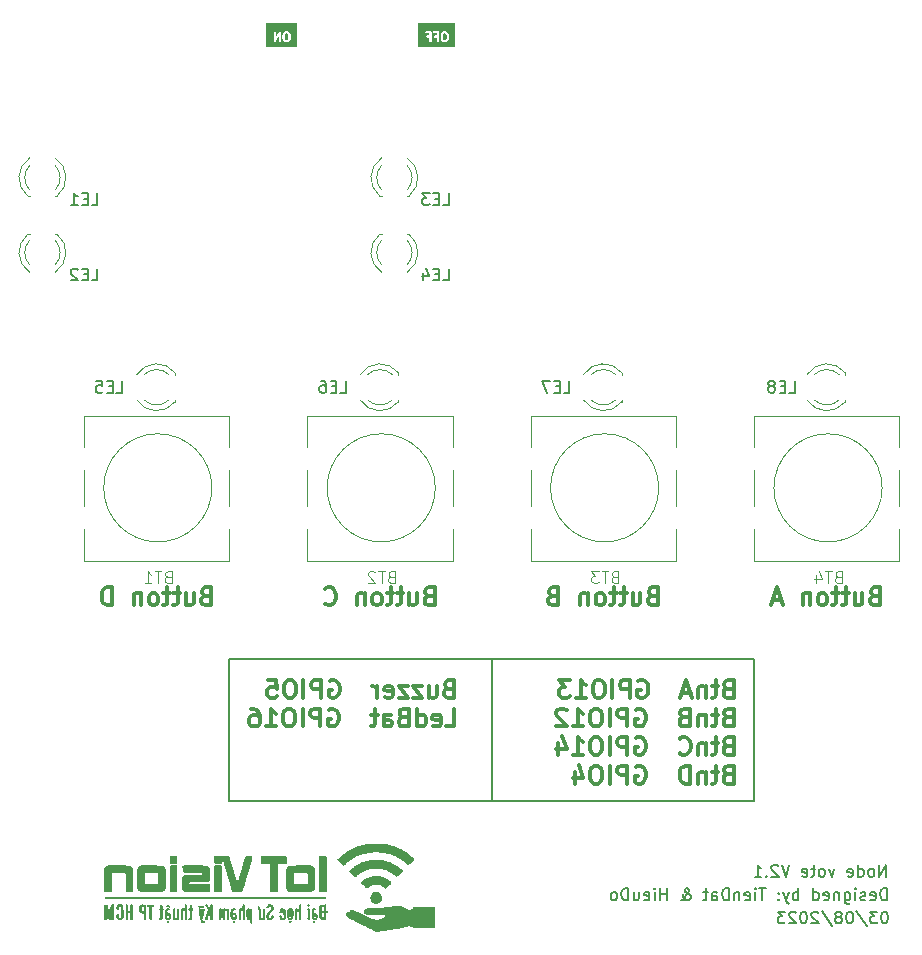
<source format=gbo>
G04 #@! TF.GenerationSoftware,KiCad,Pcbnew,7.0.5*
G04 #@! TF.CreationDate,2023-09-08T12:24:19+07:00*
G04 #@! TF.ProjectId,Node_Vote,4e6f6465-5f56-46f7-9465-2e6b69636164,rev?*
G04 #@! TF.SameCoordinates,Original*
G04 #@! TF.FileFunction,Legend,Bot*
G04 #@! TF.FilePolarity,Positive*
%FSLAX46Y46*%
G04 Gerber Fmt 4.6, Leading zero omitted, Abs format (unit mm)*
G04 Created by KiCad (PCBNEW 7.0.5) date 2023-09-08 12:24:19*
%MOMM*%
%LPD*%
G01*
G04 APERTURE LIST*
G04 Aperture macros list*
%AMRoundRect*
0 Rectangle with rounded corners*
0 $1 Rounding radius*
0 $2 $3 $4 $5 $6 $7 $8 $9 X,Y pos of 4 corners*
0 Add a 4 corners polygon primitive as box body*
4,1,4,$2,$3,$4,$5,$6,$7,$8,$9,$2,$3,0*
0 Add four circle primitives for the rounded corners*
1,1,$1+$1,$2,$3*
1,1,$1+$1,$4,$5*
1,1,$1+$1,$6,$7*
1,1,$1+$1,$8,$9*
0 Add four rect primitives between the rounded corners*
20,1,$1+$1,$2,$3,$4,$5,0*
20,1,$1+$1,$4,$5,$6,$7,0*
20,1,$1+$1,$6,$7,$8,$9,0*
20,1,$1+$1,$8,$9,$2,$3,0*%
G04 Aperture macros list end*
%ADD10C,0.200000*%
%ADD11C,0.300000*%
%ADD12C,0.187500*%
%ADD13C,0.150000*%
%ADD14C,0.100000*%
%ADD15C,0.120000*%
%ADD16RoundRect,0.425000X0.550000X0.425000X-0.550000X0.425000X-0.550000X-0.425000X0.550000X-0.425000X0*%
%ADD17O,1.950000X1.700000*%
%ADD18O,0.890000X1.550000*%
%ADD19O,1.250000X0.950000*%
%ADD20C,0.800000*%
%ADD21C,6.400000*%
%ADD22C,3.200000*%
%ADD23R,3.500000X3.500000*%
%ADD24C,3.500000*%
%ADD25C,2.300000*%
%ADD26O,2.100000X2.700000*%
%ADD27R,1.600000X1.600000*%
%ADD28C,1.600000*%
%ADD29R,1.800000X1.800000*%
%ADD30C,1.800000*%
%ADD31O,3.048000X1.850000*%
G04 APERTURE END LIST*
D10*
X21800000Y-53975000D02*
X66200000Y-53975000D01*
X66200000Y-66025000D01*
X21800000Y-66025000D01*
X21800000Y-53975000D01*
X44000000Y-66025000D02*
X44000000Y-53975000D01*
D11*
X76398799Y-48665114D02*
X76184513Y-48736542D01*
X76184513Y-48736542D02*
X76113084Y-48807971D01*
X76113084Y-48807971D02*
X76041656Y-48950828D01*
X76041656Y-48950828D02*
X76041656Y-49165114D01*
X76041656Y-49165114D02*
X76113084Y-49307971D01*
X76113084Y-49307971D02*
X76184513Y-49379400D01*
X76184513Y-49379400D02*
X76327370Y-49450828D01*
X76327370Y-49450828D02*
X76898799Y-49450828D01*
X76898799Y-49450828D02*
X76898799Y-47950828D01*
X76898799Y-47950828D02*
X76398799Y-47950828D01*
X76398799Y-47950828D02*
X76255942Y-48022257D01*
X76255942Y-48022257D02*
X76184513Y-48093685D01*
X76184513Y-48093685D02*
X76113084Y-48236542D01*
X76113084Y-48236542D02*
X76113084Y-48379400D01*
X76113084Y-48379400D02*
X76184513Y-48522257D01*
X76184513Y-48522257D02*
X76255942Y-48593685D01*
X76255942Y-48593685D02*
X76398799Y-48665114D01*
X76398799Y-48665114D02*
X76898799Y-48665114D01*
X74755942Y-48450828D02*
X74755942Y-49450828D01*
X75398799Y-48450828D02*
X75398799Y-49236542D01*
X75398799Y-49236542D02*
X75327370Y-49379400D01*
X75327370Y-49379400D02*
X75184513Y-49450828D01*
X75184513Y-49450828D02*
X74970227Y-49450828D01*
X74970227Y-49450828D02*
X74827370Y-49379400D01*
X74827370Y-49379400D02*
X74755942Y-49307971D01*
X74255941Y-48450828D02*
X73684513Y-48450828D01*
X74041656Y-47950828D02*
X74041656Y-49236542D01*
X74041656Y-49236542D02*
X73970227Y-49379400D01*
X73970227Y-49379400D02*
X73827370Y-49450828D01*
X73827370Y-49450828D02*
X73684513Y-49450828D01*
X73398798Y-48450828D02*
X72827370Y-48450828D01*
X73184513Y-47950828D02*
X73184513Y-49236542D01*
X73184513Y-49236542D02*
X73113084Y-49379400D01*
X73113084Y-49379400D02*
X72970227Y-49450828D01*
X72970227Y-49450828D02*
X72827370Y-49450828D01*
X72113084Y-49450828D02*
X72255941Y-49379400D01*
X72255941Y-49379400D02*
X72327370Y-49307971D01*
X72327370Y-49307971D02*
X72398798Y-49165114D01*
X72398798Y-49165114D02*
X72398798Y-48736542D01*
X72398798Y-48736542D02*
X72327370Y-48593685D01*
X72327370Y-48593685D02*
X72255941Y-48522257D01*
X72255941Y-48522257D02*
X72113084Y-48450828D01*
X72113084Y-48450828D02*
X71898798Y-48450828D01*
X71898798Y-48450828D02*
X71755941Y-48522257D01*
X71755941Y-48522257D02*
X71684513Y-48593685D01*
X71684513Y-48593685D02*
X71613084Y-48736542D01*
X71613084Y-48736542D02*
X71613084Y-49165114D01*
X71613084Y-49165114D02*
X71684513Y-49307971D01*
X71684513Y-49307971D02*
X71755941Y-49379400D01*
X71755941Y-49379400D02*
X71898798Y-49450828D01*
X71898798Y-49450828D02*
X72113084Y-49450828D01*
X70970227Y-48450828D02*
X70970227Y-49450828D01*
X70970227Y-48593685D02*
X70898798Y-48522257D01*
X70898798Y-48522257D02*
X70755941Y-48450828D01*
X70755941Y-48450828D02*
X70541655Y-48450828D01*
X70541655Y-48450828D02*
X70398798Y-48522257D01*
X70398798Y-48522257D02*
X70327370Y-48665114D01*
X70327370Y-48665114D02*
X70327370Y-49450828D01*
X68541655Y-49022257D02*
X67827370Y-49022257D01*
X68684512Y-49450828D02*
X68184512Y-47950828D01*
X68184512Y-47950828D02*
X67684512Y-49450828D01*
X38677719Y-48665114D02*
X38463433Y-48736542D01*
X38463433Y-48736542D02*
X38392004Y-48807971D01*
X38392004Y-48807971D02*
X38320576Y-48950828D01*
X38320576Y-48950828D02*
X38320576Y-49165114D01*
X38320576Y-49165114D02*
X38392004Y-49307971D01*
X38392004Y-49307971D02*
X38463433Y-49379400D01*
X38463433Y-49379400D02*
X38606290Y-49450828D01*
X38606290Y-49450828D02*
X39177719Y-49450828D01*
X39177719Y-49450828D02*
X39177719Y-47950828D01*
X39177719Y-47950828D02*
X38677719Y-47950828D01*
X38677719Y-47950828D02*
X38534862Y-48022257D01*
X38534862Y-48022257D02*
X38463433Y-48093685D01*
X38463433Y-48093685D02*
X38392004Y-48236542D01*
X38392004Y-48236542D02*
X38392004Y-48379400D01*
X38392004Y-48379400D02*
X38463433Y-48522257D01*
X38463433Y-48522257D02*
X38534862Y-48593685D01*
X38534862Y-48593685D02*
X38677719Y-48665114D01*
X38677719Y-48665114D02*
X39177719Y-48665114D01*
X37034862Y-48450828D02*
X37034862Y-49450828D01*
X37677719Y-48450828D02*
X37677719Y-49236542D01*
X37677719Y-49236542D02*
X37606290Y-49379400D01*
X37606290Y-49379400D02*
X37463433Y-49450828D01*
X37463433Y-49450828D02*
X37249147Y-49450828D01*
X37249147Y-49450828D02*
X37106290Y-49379400D01*
X37106290Y-49379400D02*
X37034862Y-49307971D01*
X36534861Y-48450828D02*
X35963433Y-48450828D01*
X36320576Y-47950828D02*
X36320576Y-49236542D01*
X36320576Y-49236542D02*
X36249147Y-49379400D01*
X36249147Y-49379400D02*
X36106290Y-49450828D01*
X36106290Y-49450828D02*
X35963433Y-49450828D01*
X35677718Y-48450828D02*
X35106290Y-48450828D01*
X35463433Y-47950828D02*
X35463433Y-49236542D01*
X35463433Y-49236542D02*
X35392004Y-49379400D01*
X35392004Y-49379400D02*
X35249147Y-49450828D01*
X35249147Y-49450828D02*
X35106290Y-49450828D01*
X34392004Y-49450828D02*
X34534861Y-49379400D01*
X34534861Y-49379400D02*
X34606290Y-49307971D01*
X34606290Y-49307971D02*
X34677718Y-49165114D01*
X34677718Y-49165114D02*
X34677718Y-48736542D01*
X34677718Y-48736542D02*
X34606290Y-48593685D01*
X34606290Y-48593685D02*
X34534861Y-48522257D01*
X34534861Y-48522257D02*
X34392004Y-48450828D01*
X34392004Y-48450828D02*
X34177718Y-48450828D01*
X34177718Y-48450828D02*
X34034861Y-48522257D01*
X34034861Y-48522257D02*
X33963433Y-48593685D01*
X33963433Y-48593685D02*
X33892004Y-48736542D01*
X33892004Y-48736542D02*
X33892004Y-49165114D01*
X33892004Y-49165114D02*
X33963433Y-49307971D01*
X33963433Y-49307971D02*
X34034861Y-49379400D01*
X34034861Y-49379400D02*
X34177718Y-49450828D01*
X34177718Y-49450828D02*
X34392004Y-49450828D01*
X33249147Y-48450828D02*
X33249147Y-49450828D01*
X33249147Y-48593685D02*
X33177718Y-48522257D01*
X33177718Y-48522257D02*
X33034861Y-48450828D01*
X33034861Y-48450828D02*
X32820575Y-48450828D01*
X32820575Y-48450828D02*
X32677718Y-48522257D01*
X32677718Y-48522257D02*
X32606290Y-48665114D01*
X32606290Y-48665114D02*
X32606290Y-49450828D01*
X29892004Y-49307971D02*
X29963432Y-49379400D01*
X29963432Y-49379400D02*
X30177718Y-49450828D01*
X30177718Y-49450828D02*
X30320575Y-49450828D01*
X30320575Y-49450828D02*
X30534861Y-49379400D01*
X30534861Y-49379400D02*
X30677718Y-49236542D01*
X30677718Y-49236542D02*
X30749147Y-49093685D01*
X30749147Y-49093685D02*
X30820575Y-48807971D01*
X30820575Y-48807971D02*
X30820575Y-48593685D01*
X30820575Y-48593685D02*
X30749147Y-48307971D01*
X30749147Y-48307971D02*
X30677718Y-48165114D01*
X30677718Y-48165114D02*
X30534861Y-48022257D01*
X30534861Y-48022257D02*
X30320575Y-47950828D01*
X30320575Y-47950828D02*
X30177718Y-47950828D01*
X30177718Y-47950828D02*
X29963432Y-48022257D01*
X29963432Y-48022257D02*
X29892004Y-48093685D01*
X57591830Y-48665114D02*
X57377544Y-48736542D01*
X57377544Y-48736542D02*
X57306115Y-48807971D01*
X57306115Y-48807971D02*
X57234687Y-48950828D01*
X57234687Y-48950828D02*
X57234687Y-49165114D01*
X57234687Y-49165114D02*
X57306115Y-49307971D01*
X57306115Y-49307971D02*
X57377544Y-49379400D01*
X57377544Y-49379400D02*
X57520401Y-49450828D01*
X57520401Y-49450828D02*
X58091830Y-49450828D01*
X58091830Y-49450828D02*
X58091830Y-47950828D01*
X58091830Y-47950828D02*
X57591830Y-47950828D01*
X57591830Y-47950828D02*
X57448973Y-48022257D01*
X57448973Y-48022257D02*
X57377544Y-48093685D01*
X57377544Y-48093685D02*
X57306115Y-48236542D01*
X57306115Y-48236542D02*
X57306115Y-48379400D01*
X57306115Y-48379400D02*
X57377544Y-48522257D01*
X57377544Y-48522257D02*
X57448973Y-48593685D01*
X57448973Y-48593685D02*
X57591830Y-48665114D01*
X57591830Y-48665114D02*
X58091830Y-48665114D01*
X55948973Y-48450828D02*
X55948973Y-49450828D01*
X56591830Y-48450828D02*
X56591830Y-49236542D01*
X56591830Y-49236542D02*
X56520401Y-49379400D01*
X56520401Y-49379400D02*
X56377544Y-49450828D01*
X56377544Y-49450828D02*
X56163258Y-49450828D01*
X56163258Y-49450828D02*
X56020401Y-49379400D01*
X56020401Y-49379400D02*
X55948973Y-49307971D01*
X55448972Y-48450828D02*
X54877544Y-48450828D01*
X55234687Y-47950828D02*
X55234687Y-49236542D01*
X55234687Y-49236542D02*
X55163258Y-49379400D01*
X55163258Y-49379400D02*
X55020401Y-49450828D01*
X55020401Y-49450828D02*
X54877544Y-49450828D01*
X54591829Y-48450828D02*
X54020401Y-48450828D01*
X54377544Y-47950828D02*
X54377544Y-49236542D01*
X54377544Y-49236542D02*
X54306115Y-49379400D01*
X54306115Y-49379400D02*
X54163258Y-49450828D01*
X54163258Y-49450828D02*
X54020401Y-49450828D01*
X53306115Y-49450828D02*
X53448972Y-49379400D01*
X53448972Y-49379400D02*
X53520401Y-49307971D01*
X53520401Y-49307971D02*
X53591829Y-49165114D01*
X53591829Y-49165114D02*
X53591829Y-48736542D01*
X53591829Y-48736542D02*
X53520401Y-48593685D01*
X53520401Y-48593685D02*
X53448972Y-48522257D01*
X53448972Y-48522257D02*
X53306115Y-48450828D01*
X53306115Y-48450828D02*
X53091829Y-48450828D01*
X53091829Y-48450828D02*
X52948972Y-48522257D01*
X52948972Y-48522257D02*
X52877544Y-48593685D01*
X52877544Y-48593685D02*
X52806115Y-48736542D01*
X52806115Y-48736542D02*
X52806115Y-49165114D01*
X52806115Y-49165114D02*
X52877544Y-49307971D01*
X52877544Y-49307971D02*
X52948972Y-49379400D01*
X52948972Y-49379400D02*
X53091829Y-49450828D01*
X53091829Y-49450828D02*
X53306115Y-49450828D01*
X52163258Y-48450828D02*
X52163258Y-49450828D01*
X52163258Y-48593685D02*
X52091829Y-48522257D01*
X52091829Y-48522257D02*
X51948972Y-48450828D01*
X51948972Y-48450828D02*
X51734686Y-48450828D01*
X51734686Y-48450828D02*
X51591829Y-48522257D01*
X51591829Y-48522257D02*
X51520401Y-48665114D01*
X51520401Y-48665114D02*
X51520401Y-49450828D01*
X49163258Y-48665114D02*
X48948972Y-48736542D01*
X48948972Y-48736542D02*
X48877543Y-48807971D01*
X48877543Y-48807971D02*
X48806115Y-48950828D01*
X48806115Y-48950828D02*
X48806115Y-49165114D01*
X48806115Y-49165114D02*
X48877543Y-49307971D01*
X48877543Y-49307971D02*
X48948972Y-49379400D01*
X48948972Y-49379400D02*
X49091829Y-49450828D01*
X49091829Y-49450828D02*
X49663258Y-49450828D01*
X49663258Y-49450828D02*
X49663258Y-47950828D01*
X49663258Y-47950828D02*
X49163258Y-47950828D01*
X49163258Y-47950828D02*
X49020401Y-48022257D01*
X49020401Y-48022257D02*
X48948972Y-48093685D01*
X48948972Y-48093685D02*
X48877543Y-48236542D01*
X48877543Y-48236542D02*
X48877543Y-48379400D01*
X48877543Y-48379400D02*
X48948972Y-48522257D01*
X48948972Y-48522257D02*
X49020401Y-48593685D01*
X49020401Y-48593685D02*
X49163258Y-48665114D01*
X49163258Y-48665114D02*
X49663258Y-48665114D01*
D12*
G36*
X26724039Y-1061226D02*
G01*
X26766348Y-1103537D01*
X26792965Y-1210003D01*
X26792965Y-1436924D01*
X26766348Y-1543391D01*
X26724040Y-1585700D01*
X26686013Y-1604714D01*
X26587418Y-1604714D01*
X26549393Y-1585701D01*
X26507082Y-1543390D01*
X26480465Y-1436923D01*
X26480465Y-1210004D01*
X26507082Y-1103536D01*
X26549390Y-1061227D01*
X26587418Y-1042214D01*
X26686013Y-1042214D01*
X26724039Y-1061226D01*
G37*
G36*
X27541321Y-2188393D02*
G01*
X24874357Y-2188393D01*
X24874357Y-1703548D01*
X25539140Y-1703548D01*
X25547451Y-1727219D01*
X25554519Y-1751289D01*
X25556507Y-1753012D01*
X25557379Y-1755494D01*
X25577164Y-1770911D01*
X25596127Y-1787342D01*
X25598731Y-1787716D01*
X25600806Y-1789333D01*
X25625789Y-1791606D01*
X25650621Y-1795177D01*
X25653013Y-1794084D01*
X25655634Y-1794323D01*
X25677883Y-1782727D01*
X25700701Y-1772307D01*
X25702123Y-1770093D01*
X25704456Y-1768878D01*
X25716899Y-1747101D01*
X25730466Y-1725992D01*
X25730466Y-1723360D01*
X25971537Y-1301486D01*
X25971537Y-1711944D01*
X25983090Y-1751289D01*
X26024698Y-1787342D01*
X26079192Y-1795177D01*
X26129272Y-1772307D01*
X26159037Y-1725992D01*
X26159037Y-1444496D01*
X26289088Y-1444496D01*
X26292965Y-1460003D01*
X26292965Y-1461944D01*
X26296229Y-1473062D01*
X26331125Y-1612643D01*
X26336673Y-1638146D01*
X26347646Y-1649120D01*
X26355500Y-1662505D01*
X26366713Y-1668187D01*
X26419254Y-1720729D01*
X26427310Y-1734292D01*
X26450407Y-1745840D01*
X26473088Y-1758225D01*
X26474915Y-1758094D01*
X26518845Y-1780058D01*
X26537759Y-1792214D01*
X26556920Y-1792214D01*
X26575776Y-1795607D01*
X26583957Y-1792214D01*
X26703094Y-1792214D01*
X26725448Y-1794628D01*
X26742586Y-1786058D01*
X26760969Y-1780661D01*
X26766768Y-1773967D01*
X26810985Y-1751859D01*
X26826400Y-1748506D01*
X26844661Y-1730244D01*
X26863581Y-1712646D01*
X26864035Y-1710870D01*
X26916261Y-1658642D01*
X26935275Y-1640765D01*
X26939038Y-1625710D01*
X26946476Y-1612090D01*
X26945578Y-1599548D01*
X26973923Y-1486171D01*
X26980465Y-1475992D01*
X26980465Y-1460004D01*
X26980935Y-1458124D01*
X26980465Y-1446558D01*
X26980465Y-1213893D01*
X26984342Y-1202433D01*
X26980465Y-1186924D01*
X26980465Y-1184984D01*
X26977200Y-1173867D01*
X26942302Y-1034270D01*
X26936758Y-1008781D01*
X26925783Y-997806D01*
X26917932Y-984424D01*
X26906719Y-978742D01*
X26854176Y-926198D01*
X26846121Y-912636D01*
X26823023Y-901087D01*
X26800343Y-888703D01*
X26798515Y-888833D01*
X26754585Y-866869D01*
X26735672Y-854714D01*
X26716511Y-854714D01*
X26697655Y-851321D01*
X26689474Y-854714D01*
X26570337Y-854714D01*
X26547983Y-852300D01*
X26530844Y-860869D01*
X26512462Y-866267D01*
X26506662Y-872960D01*
X26462445Y-895068D01*
X26447031Y-898422D01*
X26428764Y-916688D01*
X26409851Y-934282D01*
X26409397Y-936056D01*
X26357169Y-988285D01*
X26338156Y-1006163D01*
X26334391Y-1021218D01*
X26326955Y-1034839D01*
X26327851Y-1047378D01*
X26299506Y-1160757D01*
X26292965Y-1170936D01*
X26292965Y-1186923D01*
X26292495Y-1188803D01*
X26292965Y-1200368D01*
X26292965Y-1433035D01*
X26289088Y-1444496D01*
X26159037Y-1444496D01*
X26159037Y-959460D01*
X26162862Y-943380D01*
X26154554Y-919718D01*
X26147484Y-895639D01*
X26145495Y-893915D01*
X26144624Y-891434D01*
X26124838Y-876016D01*
X26105876Y-859586D01*
X26103271Y-859211D01*
X26101197Y-857595D01*
X26076213Y-855321D01*
X26051382Y-851751D01*
X26048989Y-852843D01*
X26046369Y-852605D01*
X26024119Y-864200D01*
X26001302Y-874621D01*
X25999879Y-876834D01*
X25997547Y-878050D01*
X25985103Y-899826D01*
X25971537Y-920936D01*
X25971537Y-923567D01*
X25730466Y-1345441D01*
X25730466Y-934984D01*
X25718913Y-895639D01*
X25677305Y-859586D01*
X25622811Y-851751D01*
X25572731Y-874621D01*
X25542966Y-920936D01*
X25542966Y-1687464D01*
X25539140Y-1703548D01*
X24874357Y-1703548D01*
X24874357Y-192857D01*
X27541321Y-192857D01*
X27541321Y-2188393D01*
G37*
D10*
X77408604Y-72442219D02*
X77408604Y-71442219D01*
X77408604Y-71442219D02*
X76837176Y-72442219D01*
X76837176Y-72442219D02*
X76837176Y-71442219D01*
X76218128Y-72442219D02*
X76313366Y-72394600D01*
X76313366Y-72394600D02*
X76360985Y-72346980D01*
X76360985Y-72346980D02*
X76408604Y-72251742D01*
X76408604Y-72251742D02*
X76408604Y-71966028D01*
X76408604Y-71966028D02*
X76360985Y-71870790D01*
X76360985Y-71870790D02*
X76313366Y-71823171D01*
X76313366Y-71823171D02*
X76218128Y-71775552D01*
X76218128Y-71775552D02*
X76075271Y-71775552D01*
X76075271Y-71775552D02*
X75980033Y-71823171D01*
X75980033Y-71823171D02*
X75932414Y-71870790D01*
X75932414Y-71870790D02*
X75884795Y-71966028D01*
X75884795Y-71966028D02*
X75884795Y-72251742D01*
X75884795Y-72251742D02*
X75932414Y-72346980D01*
X75932414Y-72346980D02*
X75980033Y-72394600D01*
X75980033Y-72394600D02*
X76075271Y-72442219D01*
X76075271Y-72442219D02*
X76218128Y-72442219D01*
X75027652Y-72442219D02*
X75027652Y-71442219D01*
X75027652Y-72394600D02*
X75122890Y-72442219D01*
X75122890Y-72442219D02*
X75313366Y-72442219D01*
X75313366Y-72442219D02*
X75408604Y-72394600D01*
X75408604Y-72394600D02*
X75456223Y-72346980D01*
X75456223Y-72346980D02*
X75503842Y-72251742D01*
X75503842Y-72251742D02*
X75503842Y-71966028D01*
X75503842Y-71966028D02*
X75456223Y-71870790D01*
X75456223Y-71870790D02*
X75408604Y-71823171D01*
X75408604Y-71823171D02*
X75313366Y-71775552D01*
X75313366Y-71775552D02*
X75122890Y-71775552D01*
X75122890Y-71775552D02*
X75027652Y-71823171D01*
X74170509Y-72394600D02*
X74265747Y-72442219D01*
X74265747Y-72442219D02*
X74456223Y-72442219D01*
X74456223Y-72442219D02*
X74551461Y-72394600D01*
X74551461Y-72394600D02*
X74599080Y-72299361D01*
X74599080Y-72299361D02*
X74599080Y-71918409D01*
X74599080Y-71918409D02*
X74551461Y-71823171D01*
X74551461Y-71823171D02*
X74456223Y-71775552D01*
X74456223Y-71775552D02*
X74265747Y-71775552D01*
X74265747Y-71775552D02*
X74170509Y-71823171D01*
X74170509Y-71823171D02*
X74122890Y-71918409D01*
X74122890Y-71918409D02*
X74122890Y-72013647D01*
X74122890Y-72013647D02*
X74599080Y-72108885D01*
X73027651Y-71775552D02*
X72789556Y-72442219D01*
X72789556Y-72442219D02*
X72551461Y-71775552D01*
X72027651Y-72442219D02*
X72122889Y-72394600D01*
X72122889Y-72394600D02*
X72170508Y-72346980D01*
X72170508Y-72346980D02*
X72218127Y-72251742D01*
X72218127Y-72251742D02*
X72218127Y-71966028D01*
X72218127Y-71966028D02*
X72170508Y-71870790D01*
X72170508Y-71870790D02*
X72122889Y-71823171D01*
X72122889Y-71823171D02*
X72027651Y-71775552D01*
X72027651Y-71775552D02*
X71884794Y-71775552D01*
X71884794Y-71775552D02*
X71789556Y-71823171D01*
X71789556Y-71823171D02*
X71741937Y-71870790D01*
X71741937Y-71870790D02*
X71694318Y-71966028D01*
X71694318Y-71966028D02*
X71694318Y-72251742D01*
X71694318Y-72251742D02*
X71741937Y-72346980D01*
X71741937Y-72346980D02*
X71789556Y-72394600D01*
X71789556Y-72394600D02*
X71884794Y-72442219D01*
X71884794Y-72442219D02*
X72027651Y-72442219D01*
X71408603Y-71775552D02*
X71027651Y-71775552D01*
X71265746Y-71442219D02*
X71265746Y-72299361D01*
X71265746Y-72299361D02*
X71218127Y-72394600D01*
X71218127Y-72394600D02*
X71122889Y-72442219D01*
X71122889Y-72442219D02*
X71027651Y-72442219D01*
X70313365Y-72394600D02*
X70408603Y-72442219D01*
X70408603Y-72442219D02*
X70599079Y-72442219D01*
X70599079Y-72442219D02*
X70694317Y-72394600D01*
X70694317Y-72394600D02*
X70741936Y-72299361D01*
X70741936Y-72299361D02*
X70741936Y-71918409D01*
X70741936Y-71918409D02*
X70694317Y-71823171D01*
X70694317Y-71823171D02*
X70599079Y-71775552D01*
X70599079Y-71775552D02*
X70408603Y-71775552D01*
X70408603Y-71775552D02*
X70313365Y-71823171D01*
X70313365Y-71823171D02*
X70265746Y-71918409D01*
X70265746Y-71918409D02*
X70265746Y-72013647D01*
X70265746Y-72013647D02*
X70741936Y-72108885D01*
X69218126Y-71442219D02*
X68884793Y-72442219D01*
X68884793Y-72442219D02*
X68551460Y-71442219D01*
X68265745Y-71537457D02*
X68218126Y-71489838D01*
X68218126Y-71489838D02*
X68122888Y-71442219D01*
X68122888Y-71442219D02*
X67884793Y-71442219D01*
X67884793Y-71442219D02*
X67789555Y-71489838D01*
X67789555Y-71489838D02*
X67741936Y-71537457D01*
X67741936Y-71537457D02*
X67694317Y-71632695D01*
X67694317Y-71632695D02*
X67694317Y-71727933D01*
X67694317Y-71727933D02*
X67741936Y-71870790D01*
X67741936Y-71870790D02*
X68313364Y-72442219D01*
X68313364Y-72442219D02*
X67694317Y-72442219D01*
X67265745Y-72346980D02*
X67218126Y-72394600D01*
X67218126Y-72394600D02*
X67265745Y-72442219D01*
X67265745Y-72442219D02*
X67313364Y-72394600D01*
X67313364Y-72394600D02*
X67265745Y-72346980D01*
X67265745Y-72346980D02*
X67265745Y-72442219D01*
X66265746Y-72442219D02*
X66837174Y-72442219D01*
X66551460Y-72442219D02*
X66551460Y-71442219D01*
X66551460Y-71442219D02*
X66646698Y-71585076D01*
X66646698Y-71585076D02*
X66741936Y-71680314D01*
X66741936Y-71680314D02*
X66837174Y-71727933D01*
X77458604Y-74417219D02*
X77458604Y-73417219D01*
X77458604Y-73417219D02*
X77220509Y-73417219D01*
X77220509Y-73417219D02*
X77077652Y-73464838D01*
X77077652Y-73464838D02*
X76982414Y-73560076D01*
X76982414Y-73560076D02*
X76934795Y-73655314D01*
X76934795Y-73655314D02*
X76887176Y-73845790D01*
X76887176Y-73845790D02*
X76887176Y-73988647D01*
X76887176Y-73988647D02*
X76934795Y-74179123D01*
X76934795Y-74179123D02*
X76982414Y-74274361D01*
X76982414Y-74274361D02*
X77077652Y-74369600D01*
X77077652Y-74369600D02*
X77220509Y-74417219D01*
X77220509Y-74417219D02*
X77458604Y-74417219D01*
X76077652Y-74369600D02*
X76172890Y-74417219D01*
X76172890Y-74417219D02*
X76363366Y-74417219D01*
X76363366Y-74417219D02*
X76458604Y-74369600D01*
X76458604Y-74369600D02*
X76506223Y-74274361D01*
X76506223Y-74274361D02*
X76506223Y-73893409D01*
X76506223Y-73893409D02*
X76458604Y-73798171D01*
X76458604Y-73798171D02*
X76363366Y-73750552D01*
X76363366Y-73750552D02*
X76172890Y-73750552D01*
X76172890Y-73750552D02*
X76077652Y-73798171D01*
X76077652Y-73798171D02*
X76030033Y-73893409D01*
X76030033Y-73893409D02*
X76030033Y-73988647D01*
X76030033Y-73988647D02*
X76506223Y-74083885D01*
X75649080Y-74369600D02*
X75553842Y-74417219D01*
X75553842Y-74417219D02*
X75363366Y-74417219D01*
X75363366Y-74417219D02*
X75268128Y-74369600D01*
X75268128Y-74369600D02*
X75220509Y-74274361D01*
X75220509Y-74274361D02*
X75220509Y-74226742D01*
X75220509Y-74226742D02*
X75268128Y-74131504D01*
X75268128Y-74131504D02*
X75363366Y-74083885D01*
X75363366Y-74083885D02*
X75506223Y-74083885D01*
X75506223Y-74083885D02*
X75601461Y-74036266D01*
X75601461Y-74036266D02*
X75649080Y-73941028D01*
X75649080Y-73941028D02*
X75649080Y-73893409D01*
X75649080Y-73893409D02*
X75601461Y-73798171D01*
X75601461Y-73798171D02*
X75506223Y-73750552D01*
X75506223Y-73750552D02*
X75363366Y-73750552D01*
X75363366Y-73750552D02*
X75268128Y-73798171D01*
X74791937Y-74417219D02*
X74791937Y-73750552D01*
X74791937Y-73417219D02*
X74839556Y-73464838D01*
X74839556Y-73464838D02*
X74791937Y-73512457D01*
X74791937Y-73512457D02*
X74744318Y-73464838D01*
X74744318Y-73464838D02*
X74791937Y-73417219D01*
X74791937Y-73417219D02*
X74791937Y-73512457D01*
X73887176Y-73750552D02*
X73887176Y-74560076D01*
X73887176Y-74560076D02*
X73934795Y-74655314D01*
X73934795Y-74655314D02*
X73982414Y-74702933D01*
X73982414Y-74702933D02*
X74077652Y-74750552D01*
X74077652Y-74750552D02*
X74220509Y-74750552D01*
X74220509Y-74750552D02*
X74315747Y-74702933D01*
X73887176Y-74369600D02*
X73982414Y-74417219D01*
X73982414Y-74417219D02*
X74172890Y-74417219D01*
X74172890Y-74417219D02*
X74268128Y-74369600D01*
X74268128Y-74369600D02*
X74315747Y-74321980D01*
X74315747Y-74321980D02*
X74363366Y-74226742D01*
X74363366Y-74226742D02*
X74363366Y-73941028D01*
X74363366Y-73941028D02*
X74315747Y-73845790D01*
X74315747Y-73845790D02*
X74268128Y-73798171D01*
X74268128Y-73798171D02*
X74172890Y-73750552D01*
X74172890Y-73750552D02*
X73982414Y-73750552D01*
X73982414Y-73750552D02*
X73887176Y-73798171D01*
X73410985Y-73750552D02*
X73410985Y-74417219D01*
X73410985Y-73845790D02*
X73363366Y-73798171D01*
X73363366Y-73798171D02*
X73268128Y-73750552D01*
X73268128Y-73750552D02*
X73125271Y-73750552D01*
X73125271Y-73750552D02*
X73030033Y-73798171D01*
X73030033Y-73798171D02*
X72982414Y-73893409D01*
X72982414Y-73893409D02*
X72982414Y-74417219D01*
X72125271Y-74369600D02*
X72220509Y-74417219D01*
X72220509Y-74417219D02*
X72410985Y-74417219D01*
X72410985Y-74417219D02*
X72506223Y-74369600D01*
X72506223Y-74369600D02*
X72553842Y-74274361D01*
X72553842Y-74274361D02*
X72553842Y-73893409D01*
X72553842Y-73893409D02*
X72506223Y-73798171D01*
X72506223Y-73798171D02*
X72410985Y-73750552D01*
X72410985Y-73750552D02*
X72220509Y-73750552D01*
X72220509Y-73750552D02*
X72125271Y-73798171D01*
X72125271Y-73798171D02*
X72077652Y-73893409D01*
X72077652Y-73893409D02*
X72077652Y-73988647D01*
X72077652Y-73988647D02*
X72553842Y-74083885D01*
X71220509Y-74417219D02*
X71220509Y-73417219D01*
X71220509Y-74369600D02*
X71315747Y-74417219D01*
X71315747Y-74417219D02*
X71506223Y-74417219D01*
X71506223Y-74417219D02*
X71601461Y-74369600D01*
X71601461Y-74369600D02*
X71649080Y-74321980D01*
X71649080Y-74321980D02*
X71696699Y-74226742D01*
X71696699Y-74226742D02*
X71696699Y-73941028D01*
X71696699Y-73941028D02*
X71649080Y-73845790D01*
X71649080Y-73845790D02*
X71601461Y-73798171D01*
X71601461Y-73798171D02*
X71506223Y-73750552D01*
X71506223Y-73750552D02*
X71315747Y-73750552D01*
X71315747Y-73750552D02*
X71220509Y-73798171D01*
X69982413Y-74417219D02*
X69982413Y-73417219D01*
X69982413Y-73798171D02*
X69887175Y-73750552D01*
X69887175Y-73750552D02*
X69696699Y-73750552D01*
X69696699Y-73750552D02*
X69601461Y-73798171D01*
X69601461Y-73798171D02*
X69553842Y-73845790D01*
X69553842Y-73845790D02*
X69506223Y-73941028D01*
X69506223Y-73941028D02*
X69506223Y-74226742D01*
X69506223Y-74226742D02*
X69553842Y-74321980D01*
X69553842Y-74321980D02*
X69601461Y-74369600D01*
X69601461Y-74369600D02*
X69696699Y-74417219D01*
X69696699Y-74417219D02*
X69887175Y-74417219D01*
X69887175Y-74417219D02*
X69982413Y-74369600D01*
X69172889Y-73750552D02*
X68934794Y-74417219D01*
X68696699Y-73750552D02*
X68934794Y-74417219D01*
X68934794Y-74417219D02*
X69030032Y-74655314D01*
X69030032Y-74655314D02*
X69077651Y-74702933D01*
X69077651Y-74702933D02*
X69172889Y-74750552D01*
X68315746Y-74321980D02*
X68268127Y-74369600D01*
X68268127Y-74369600D02*
X68315746Y-74417219D01*
X68315746Y-74417219D02*
X68363365Y-74369600D01*
X68363365Y-74369600D02*
X68315746Y-74321980D01*
X68315746Y-74321980D02*
X68315746Y-74417219D01*
X68315746Y-73798171D02*
X68268127Y-73845790D01*
X68268127Y-73845790D02*
X68315746Y-73893409D01*
X68315746Y-73893409D02*
X68363365Y-73845790D01*
X68363365Y-73845790D02*
X68315746Y-73798171D01*
X68315746Y-73798171D02*
X68315746Y-73893409D01*
X67220508Y-73417219D02*
X66649080Y-73417219D01*
X66934794Y-74417219D02*
X66934794Y-73417219D01*
X66315746Y-74417219D02*
X66315746Y-73750552D01*
X66315746Y-73417219D02*
X66363365Y-73464838D01*
X66363365Y-73464838D02*
X66315746Y-73512457D01*
X66315746Y-73512457D02*
X66268127Y-73464838D01*
X66268127Y-73464838D02*
X66315746Y-73417219D01*
X66315746Y-73417219D02*
X66315746Y-73512457D01*
X65458604Y-74369600D02*
X65553842Y-74417219D01*
X65553842Y-74417219D02*
X65744318Y-74417219D01*
X65744318Y-74417219D02*
X65839556Y-74369600D01*
X65839556Y-74369600D02*
X65887175Y-74274361D01*
X65887175Y-74274361D02*
X65887175Y-73893409D01*
X65887175Y-73893409D02*
X65839556Y-73798171D01*
X65839556Y-73798171D02*
X65744318Y-73750552D01*
X65744318Y-73750552D02*
X65553842Y-73750552D01*
X65553842Y-73750552D02*
X65458604Y-73798171D01*
X65458604Y-73798171D02*
X65410985Y-73893409D01*
X65410985Y-73893409D02*
X65410985Y-73988647D01*
X65410985Y-73988647D02*
X65887175Y-74083885D01*
X64982413Y-73750552D02*
X64982413Y-74417219D01*
X64982413Y-73845790D02*
X64934794Y-73798171D01*
X64934794Y-73798171D02*
X64839556Y-73750552D01*
X64839556Y-73750552D02*
X64696699Y-73750552D01*
X64696699Y-73750552D02*
X64601461Y-73798171D01*
X64601461Y-73798171D02*
X64553842Y-73893409D01*
X64553842Y-73893409D02*
X64553842Y-74417219D01*
X64077651Y-74417219D02*
X64077651Y-73417219D01*
X64077651Y-73417219D02*
X63839556Y-73417219D01*
X63839556Y-73417219D02*
X63696699Y-73464838D01*
X63696699Y-73464838D02*
X63601461Y-73560076D01*
X63601461Y-73560076D02*
X63553842Y-73655314D01*
X63553842Y-73655314D02*
X63506223Y-73845790D01*
X63506223Y-73845790D02*
X63506223Y-73988647D01*
X63506223Y-73988647D02*
X63553842Y-74179123D01*
X63553842Y-74179123D02*
X63601461Y-74274361D01*
X63601461Y-74274361D02*
X63696699Y-74369600D01*
X63696699Y-74369600D02*
X63839556Y-74417219D01*
X63839556Y-74417219D02*
X64077651Y-74417219D01*
X62649080Y-74417219D02*
X62649080Y-73893409D01*
X62649080Y-73893409D02*
X62696699Y-73798171D01*
X62696699Y-73798171D02*
X62791937Y-73750552D01*
X62791937Y-73750552D02*
X62982413Y-73750552D01*
X62982413Y-73750552D02*
X63077651Y-73798171D01*
X62649080Y-74369600D02*
X62744318Y-74417219D01*
X62744318Y-74417219D02*
X62982413Y-74417219D01*
X62982413Y-74417219D02*
X63077651Y-74369600D01*
X63077651Y-74369600D02*
X63125270Y-74274361D01*
X63125270Y-74274361D02*
X63125270Y-74179123D01*
X63125270Y-74179123D02*
X63077651Y-74083885D01*
X63077651Y-74083885D02*
X62982413Y-74036266D01*
X62982413Y-74036266D02*
X62744318Y-74036266D01*
X62744318Y-74036266D02*
X62649080Y-73988647D01*
X62315746Y-73750552D02*
X61934794Y-73750552D01*
X62172889Y-73417219D02*
X62172889Y-74274361D01*
X62172889Y-74274361D02*
X62125270Y-74369600D01*
X62125270Y-74369600D02*
X62030032Y-74417219D01*
X62030032Y-74417219D02*
X61934794Y-74417219D01*
X60030031Y-74417219D02*
X60077651Y-74417219D01*
X60077651Y-74417219D02*
X60172889Y-74369600D01*
X60172889Y-74369600D02*
X60315746Y-74226742D01*
X60315746Y-74226742D02*
X60553841Y-73941028D01*
X60553841Y-73941028D02*
X60649079Y-73798171D01*
X60649079Y-73798171D02*
X60696698Y-73655314D01*
X60696698Y-73655314D02*
X60696698Y-73560076D01*
X60696698Y-73560076D02*
X60649079Y-73464838D01*
X60649079Y-73464838D02*
X60553841Y-73417219D01*
X60553841Y-73417219D02*
X60506222Y-73417219D01*
X60506222Y-73417219D02*
X60410984Y-73464838D01*
X60410984Y-73464838D02*
X60363365Y-73560076D01*
X60363365Y-73560076D02*
X60363365Y-73607695D01*
X60363365Y-73607695D02*
X60410984Y-73702933D01*
X60410984Y-73702933D02*
X60458603Y-73750552D01*
X60458603Y-73750552D02*
X60744317Y-73941028D01*
X60744317Y-73941028D02*
X60791936Y-73988647D01*
X60791936Y-73988647D02*
X60839555Y-74083885D01*
X60839555Y-74083885D02*
X60839555Y-74226742D01*
X60839555Y-74226742D02*
X60791936Y-74321980D01*
X60791936Y-74321980D02*
X60744317Y-74369600D01*
X60744317Y-74369600D02*
X60649079Y-74417219D01*
X60649079Y-74417219D02*
X60506222Y-74417219D01*
X60506222Y-74417219D02*
X60410984Y-74369600D01*
X60410984Y-74369600D02*
X60363365Y-74321980D01*
X60363365Y-74321980D02*
X60220508Y-74131504D01*
X60220508Y-74131504D02*
X60172889Y-73988647D01*
X60172889Y-73988647D02*
X60172889Y-73893409D01*
X58839555Y-74417219D02*
X58839555Y-73417219D01*
X58839555Y-73893409D02*
X58268127Y-73893409D01*
X58268127Y-74417219D02*
X58268127Y-73417219D01*
X57791936Y-74417219D02*
X57791936Y-73750552D01*
X57791936Y-73417219D02*
X57839555Y-73464838D01*
X57839555Y-73464838D02*
X57791936Y-73512457D01*
X57791936Y-73512457D02*
X57744317Y-73464838D01*
X57744317Y-73464838D02*
X57791936Y-73417219D01*
X57791936Y-73417219D02*
X57791936Y-73512457D01*
X56934794Y-74369600D02*
X57030032Y-74417219D01*
X57030032Y-74417219D02*
X57220508Y-74417219D01*
X57220508Y-74417219D02*
X57315746Y-74369600D01*
X57315746Y-74369600D02*
X57363365Y-74274361D01*
X57363365Y-74274361D02*
X57363365Y-73893409D01*
X57363365Y-73893409D02*
X57315746Y-73798171D01*
X57315746Y-73798171D02*
X57220508Y-73750552D01*
X57220508Y-73750552D02*
X57030032Y-73750552D01*
X57030032Y-73750552D02*
X56934794Y-73798171D01*
X56934794Y-73798171D02*
X56887175Y-73893409D01*
X56887175Y-73893409D02*
X56887175Y-73988647D01*
X56887175Y-73988647D02*
X57363365Y-74083885D01*
X56030032Y-73750552D02*
X56030032Y-74417219D01*
X56458603Y-73750552D02*
X56458603Y-74274361D01*
X56458603Y-74274361D02*
X56410984Y-74369600D01*
X56410984Y-74369600D02*
X56315746Y-74417219D01*
X56315746Y-74417219D02*
X56172889Y-74417219D01*
X56172889Y-74417219D02*
X56077651Y-74369600D01*
X56077651Y-74369600D02*
X56030032Y-74321980D01*
X55553841Y-74417219D02*
X55553841Y-73417219D01*
X55553841Y-73417219D02*
X55315746Y-73417219D01*
X55315746Y-73417219D02*
X55172889Y-73464838D01*
X55172889Y-73464838D02*
X55077651Y-73560076D01*
X55077651Y-73560076D02*
X55030032Y-73655314D01*
X55030032Y-73655314D02*
X54982413Y-73845790D01*
X54982413Y-73845790D02*
X54982413Y-73988647D01*
X54982413Y-73988647D02*
X55030032Y-74179123D01*
X55030032Y-74179123D02*
X55077651Y-74274361D01*
X55077651Y-74274361D02*
X55172889Y-74369600D01*
X55172889Y-74369600D02*
X55315746Y-74417219D01*
X55315746Y-74417219D02*
X55553841Y-74417219D01*
X54410984Y-74417219D02*
X54506222Y-74369600D01*
X54506222Y-74369600D02*
X54553841Y-74321980D01*
X54553841Y-74321980D02*
X54601460Y-74226742D01*
X54601460Y-74226742D02*
X54601460Y-73941028D01*
X54601460Y-73941028D02*
X54553841Y-73845790D01*
X54553841Y-73845790D02*
X54506222Y-73798171D01*
X54506222Y-73798171D02*
X54410984Y-73750552D01*
X54410984Y-73750552D02*
X54268127Y-73750552D01*
X54268127Y-73750552D02*
X54172889Y-73798171D01*
X54172889Y-73798171D02*
X54125270Y-73845790D01*
X54125270Y-73845790D02*
X54077651Y-73941028D01*
X54077651Y-73941028D02*
X54077651Y-74226742D01*
X54077651Y-74226742D02*
X54125270Y-74321980D01*
X54125270Y-74321980D02*
X54172889Y-74369600D01*
X54172889Y-74369600D02*
X54268127Y-74417219D01*
X54268127Y-74417219D02*
X54410984Y-74417219D01*
D11*
X63991918Y-56517614D02*
X63777632Y-56589042D01*
X63777632Y-56589042D02*
X63706203Y-56660471D01*
X63706203Y-56660471D02*
X63634775Y-56803328D01*
X63634775Y-56803328D02*
X63634775Y-57017614D01*
X63634775Y-57017614D02*
X63706203Y-57160471D01*
X63706203Y-57160471D02*
X63777632Y-57231900D01*
X63777632Y-57231900D02*
X63920489Y-57303328D01*
X63920489Y-57303328D02*
X64491918Y-57303328D01*
X64491918Y-57303328D02*
X64491918Y-55803328D01*
X64491918Y-55803328D02*
X63991918Y-55803328D01*
X63991918Y-55803328D02*
X63849061Y-55874757D01*
X63849061Y-55874757D02*
X63777632Y-55946185D01*
X63777632Y-55946185D02*
X63706203Y-56089042D01*
X63706203Y-56089042D02*
X63706203Y-56231900D01*
X63706203Y-56231900D02*
X63777632Y-56374757D01*
X63777632Y-56374757D02*
X63849061Y-56446185D01*
X63849061Y-56446185D02*
X63991918Y-56517614D01*
X63991918Y-56517614D02*
X64491918Y-56517614D01*
X63206203Y-56303328D02*
X62634775Y-56303328D01*
X62991918Y-55803328D02*
X62991918Y-57089042D01*
X62991918Y-57089042D02*
X62920489Y-57231900D01*
X62920489Y-57231900D02*
X62777632Y-57303328D01*
X62777632Y-57303328D02*
X62634775Y-57303328D01*
X62134775Y-56303328D02*
X62134775Y-57303328D01*
X62134775Y-56446185D02*
X62063346Y-56374757D01*
X62063346Y-56374757D02*
X61920489Y-56303328D01*
X61920489Y-56303328D02*
X61706203Y-56303328D01*
X61706203Y-56303328D02*
X61563346Y-56374757D01*
X61563346Y-56374757D02*
X61491918Y-56517614D01*
X61491918Y-56517614D02*
X61491918Y-57303328D01*
X60849060Y-56874757D02*
X60134775Y-56874757D01*
X60991917Y-57303328D02*
X60491917Y-55803328D01*
X60491917Y-55803328D02*
X59991917Y-57303328D01*
X56420489Y-55874757D02*
X56563347Y-55803328D01*
X56563347Y-55803328D02*
X56777632Y-55803328D01*
X56777632Y-55803328D02*
X56991918Y-55874757D01*
X56991918Y-55874757D02*
X57134775Y-56017614D01*
X57134775Y-56017614D02*
X57206204Y-56160471D01*
X57206204Y-56160471D02*
X57277632Y-56446185D01*
X57277632Y-56446185D02*
X57277632Y-56660471D01*
X57277632Y-56660471D02*
X57206204Y-56946185D01*
X57206204Y-56946185D02*
X57134775Y-57089042D01*
X57134775Y-57089042D02*
X56991918Y-57231900D01*
X56991918Y-57231900D02*
X56777632Y-57303328D01*
X56777632Y-57303328D02*
X56634775Y-57303328D01*
X56634775Y-57303328D02*
X56420489Y-57231900D01*
X56420489Y-57231900D02*
X56349061Y-57160471D01*
X56349061Y-57160471D02*
X56349061Y-56660471D01*
X56349061Y-56660471D02*
X56634775Y-56660471D01*
X55706204Y-57303328D02*
X55706204Y-55803328D01*
X55706204Y-55803328D02*
X55134775Y-55803328D01*
X55134775Y-55803328D02*
X54991918Y-55874757D01*
X54991918Y-55874757D02*
X54920489Y-55946185D01*
X54920489Y-55946185D02*
X54849061Y-56089042D01*
X54849061Y-56089042D02*
X54849061Y-56303328D01*
X54849061Y-56303328D02*
X54920489Y-56446185D01*
X54920489Y-56446185D02*
X54991918Y-56517614D01*
X54991918Y-56517614D02*
X55134775Y-56589042D01*
X55134775Y-56589042D02*
X55706204Y-56589042D01*
X54206204Y-57303328D02*
X54206204Y-55803328D01*
X53206203Y-55803328D02*
X52920489Y-55803328D01*
X52920489Y-55803328D02*
X52777632Y-55874757D01*
X52777632Y-55874757D02*
X52634775Y-56017614D01*
X52634775Y-56017614D02*
X52563346Y-56303328D01*
X52563346Y-56303328D02*
X52563346Y-56803328D01*
X52563346Y-56803328D02*
X52634775Y-57089042D01*
X52634775Y-57089042D02*
X52777632Y-57231900D01*
X52777632Y-57231900D02*
X52920489Y-57303328D01*
X52920489Y-57303328D02*
X53206203Y-57303328D01*
X53206203Y-57303328D02*
X53349061Y-57231900D01*
X53349061Y-57231900D02*
X53491918Y-57089042D01*
X53491918Y-57089042D02*
X53563346Y-56803328D01*
X53563346Y-56803328D02*
X53563346Y-56303328D01*
X53563346Y-56303328D02*
X53491918Y-56017614D01*
X53491918Y-56017614D02*
X53349061Y-55874757D01*
X53349061Y-55874757D02*
X53206203Y-55803328D01*
X51134774Y-57303328D02*
X51991917Y-57303328D01*
X51563346Y-57303328D02*
X51563346Y-55803328D01*
X51563346Y-55803328D02*
X51706203Y-56017614D01*
X51706203Y-56017614D02*
X51849060Y-56160471D01*
X51849060Y-56160471D02*
X51991917Y-56231900D01*
X50634775Y-55803328D02*
X49706203Y-55803328D01*
X49706203Y-55803328D02*
X50206203Y-56374757D01*
X50206203Y-56374757D02*
X49991918Y-56374757D01*
X49991918Y-56374757D02*
X49849061Y-56446185D01*
X49849061Y-56446185D02*
X49777632Y-56517614D01*
X49777632Y-56517614D02*
X49706203Y-56660471D01*
X49706203Y-56660471D02*
X49706203Y-57017614D01*
X49706203Y-57017614D02*
X49777632Y-57160471D01*
X49777632Y-57160471D02*
X49849061Y-57231900D01*
X49849061Y-57231900D02*
X49991918Y-57303328D01*
X49991918Y-57303328D02*
X50420489Y-57303328D01*
X50420489Y-57303328D02*
X50563346Y-57231900D01*
X50563346Y-57231900D02*
X50634775Y-57160471D01*
X40349061Y-56517614D02*
X40134775Y-56589042D01*
X40134775Y-56589042D02*
X40063346Y-56660471D01*
X40063346Y-56660471D02*
X39991918Y-56803328D01*
X39991918Y-56803328D02*
X39991918Y-57017614D01*
X39991918Y-57017614D02*
X40063346Y-57160471D01*
X40063346Y-57160471D02*
X40134775Y-57231900D01*
X40134775Y-57231900D02*
X40277632Y-57303328D01*
X40277632Y-57303328D02*
X40849061Y-57303328D01*
X40849061Y-57303328D02*
X40849061Y-55803328D01*
X40849061Y-55803328D02*
X40349061Y-55803328D01*
X40349061Y-55803328D02*
X40206204Y-55874757D01*
X40206204Y-55874757D02*
X40134775Y-55946185D01*
X40134775Y-55946185D02*
X40063346Y-56089042D01*
X40063346Y-56089042D02*
X40063346Y-56231900D01*
X40063346Y-56231900D02*
X40134775Y-56374757D01*
X40134775Y-56374757D02*
X40206204Y-56446185D01*
X40206204Y-56446185D02*
X40349061Y-56517614D01*
X40349061Y-56517614D02*
X40849061Y-56517614D01*
X38706204Y-56303328D02*
X38706204Y-57303328D01*
X39349061Y-56303328D02*
X39349061Y-57089042D01*
X39349061Y-57089042D02*
X39277632Y-57231900D01*
X39277632Y-57231900D02*
X39134775Y-57303328D01*
X39134775Y-57303328D02*
X38920489Y-57303328D01*
X38920489Y-57303328D02*
X38777632Y-57231900D01*
X38777632Y-57231900D02*
X38706204Y-57160471D01*
X38134775Y-56303328D02*
X37349061Y-56303328D01*
X37349061Y-56303328D02*
X38134775Y-57303328D01*
X38134775Y-57303328D02*
X37349061Y-57303328D01*
X36920489Y-56303328D02*
X36134775Y-56303328D01*
X36134775Y-56303328D02*
X36920489Y-57303328D01*
X36920489Y-57303328D02*
X36134775Y-57303328D01*
X34991917Y-57231900D02*
X35134774Y-57303328D01*
X35134774Y-57303328D02*
X35420489Y-57303328D01*
X35420489Y-57303328D02*
X35563346Y-57231900D01*
X35563346Y-57231900D02*
X35634774Y-57089042D01*
X35634774Y-57089042D02*
X35634774Y-56517614D01*
X35634774Y-56517614D02*
X35563346Y-56374757D01*
X35563346Y-56374757D02*
X35420489Y-56303328D01*
X35420489Y-56303328D02*
X35134774Y-56303328D01*
X35134774Y-56303328D02*
X34991917Y-56374757D01*
X34991917Y-56374757D02*
X34920489Y-56517614D01*
X34920489Y-56517614D02*
X34920489Y-56660471D01*
X34920489Y-56660471D02*
X35634774Y-56803328D01*
X34277632Y-57303328D02*
X34277632Y-56303328D01*
X34277632Y-56589042D02*
X34206203Y-56446185D01*
X34206203Y-56446185D02*
X34134775Y-56374757D01*
X34134775Y-56374757D02*
X33991917Y-56303328D01*
X33991917Y-56303328D02*
X33849060Y-56303328D01*
X30277632Y-55874757D02*
X30420490Y-55803328D01*
X30420490Y-55803328D02*
X30634775Y-55803328D01*
X30634775Y-55803328D02*
X30849061Y-55874757D01*
X30849061Y-55874757D02*
X30991918Y-56017614D01*
X30991918Y-56017614D02*
X31063347Y-56160471D01*
X31063347Y-56160471D02*
X31134775Y-56446185D01*
X31134775Y-56446185D02*
X31134775Y-56660471D01*
X31134775Y-56660471D02*
X31063347Y-56946185D01*
X31063347Y-56946185D02*
X30991918Y-57089042D01*
X30991918Y-57089042D02*
X30849061Y-57231900D01*
X30849061Y-57231900D02*
X30634775Y-57303328D01*
X30634775Y-57303328D02*
X30491918Y-57303328D01*
X30491918Y-57303328D02*
X30277632Y-57231900D01*
X30277632Y-57231900D02*
X30206204Y-57160471D01*
X30206204Y-57160471D02*
X30206204Y-56660471D01*
X30206204Y-56660471D02*
X30491918Y-56660471D01*
X29563347Y-57303328D02*
X29563347Y-55803328D01*
X29563347Y-55803328D02*
X28991918Y-55803328D01*
X28991918Y-55803328D02*
X28849061Y-55874757D01*
X28849061Y-55874757D02*
X28777632Y-55946185D01*
X28777632Y-55946185D02*
X28706204Y-56089042D01*
X28706204Y-56089042D02*
X28706204Y-56303328D01*
X28706204Y-56303328D02*
X28777632Y-56446185D01*
X28777632Y-56446185D02*
X28849061Y-56517614D01*
X28849061Y-56517614D02*
X28991918Y-56589042D01*
X28991918Y-56589042D02*
X29563347Y-56589042D01*
X28063347Y-57303328D02*
X28063347Y-55803328D01*
X27063346Y-55803328D02*
X26777632Y-55803328D01*
X26777632Y-55803328D02*
X26634775Y-55874757D01*
X26634775Y-55874757D02*
X26491918Y-56017614D01*
X26491918Y-56017614D02*
X26420489Y-56303328D01*
X26420489Y-56303328D02*
X26420489Y-56803328D01*
X26420489Y-56803328D02*
X26491918Y-57089042D01*
X26491918Y-57089042D02*
X26634775Y-57231900D01*
X26634775Y-57231900D02*
X26777632Y-57303328D01*
X26777632Y-57303328D02*
X27063346Y-57303328D01*
X27063346Y-57303328D02*
X27206204Y-57231900D01*
X27206204Y-57231900D02*
X27349061Y-57089042D01*
X27349061Y-57089042D02*
X27420489Y-56803328D01*
X27420489Y-56803328D02*
X27420489Y-56303328D01*
X27420489Y-56303328D02*
X27349061Y-56017614D01*
X27349061Y-56017614D02*
X27206204Y-55874757D01*
X27206204Y-55874757D02*
X27063346Y-55803328D01*
X25063346Y-55803328D02*
X25777632Y-55803328D01*
X25777632Y-55803328D02*
X25849060Y-56517614D01*
X25849060Y-56517614D02*
X25777632Y-56446185D01*
X25777632Y-56446185D02*
X25634775Y-56374757D01*
X25634775Y-56374757D02*
X25277632Y-56374757D01*
X25277632Y-56374757D02*
X25134775Y-56446185D01*
X25134775Y-56446185D02*
X25063346Y-56517614D01*
X25063346Y-56517614D02*
X24991917Y-56660471D01*
X24991917Y-56660471D02*
X24991917Y-57017614D01*
X24991917Y-57017614D02*
X25063346Y-57160471D01*
X25063346Y-57160471D02*
X25134775Y-57231900D01*
X25134775Y-57231900D02*
X25277632Y-57303328D01*
X25277632Y-57303328D02*
X25634775Y-57303328D01*
X25634775Y-57303328D02*
X25777632Y-57231900D01*
X25777632Y-57231900D02*
X25849060Y-57160471D01*
X63991918Y-58932614D02*
X63777632Y-59004042D01*
X63777632Y-59004042D02*
X63706203Y-59075471D01*
X63706203Y-59075471D02*
X63634775Y-59218328D01*
X63634775Y-59218328D02*
X63634775Y-59432614D01*
X63634775Y-59432614D02*
X63706203Y-59575471D01*
X63706203Y-59575471D02*
X63777632Y-59646900D01*
X63777632Y-59646900D02*
X63920489Y-59718328D01*
X63920489Y-59718328D02*
X64491918Y-59718328D01*
X64491918Y-59718328D02*
X64491918Y-58218328D01*
X64491918Y-58218328D02*
X63991918Y-58218328D01*
X63991918Y-58218328D02*
X63849061Y-58289757D01*
X63849061Y-58289757D02*
X63777632Y-58361185D01*
X63777632Y-58361185D02*
X63706203Y-58504042D01*
X63706203Y-58504042D02*
X63706203Y-58646900D01*
X63706203Y-58646900D02*
X63777632Y-58789757D01*
X63777632Y-58789757D02*
X63849061Y-58861185D01*
X63849061Y-58861185D02*
X63991918Y-58932614D01*
X63991918Y-58932614D02*
X64491918Y-58932614D01*
X63206203Y-58718328D02*
X62634775Y-58718328D01*
X62991918Y-58218328D02*
X62991918Y-59504042D01*
X62991918Y-59504042D02*
X62920489Y-59646900D01*
X62920489Y-59646900D02*
X62777632Y-59718328D01*
X62777632Y-59718328D02*
X62634775Y-59718328D01*
X62134775Y-58718328D02*
X62134775Y-59718328D01*
X62134775Y-58861185D02*
X62063346Y-58789757D01*
X62063346Y-58789757D02*
X61920489Y-58718328D01*
X61920489Y-58718328D02*
X61706203Y-58718328D01*
X61706203Y-58718328D02*
X61563346Y-58789757D01*
X61563346Y-58789757D02*
X61491918Y-58932614D01*
X61491918Y-58932614D02*
X61491918Y-59718328D01*
X60277632Y-58932614D02*
X60063346Y-59004042D01*
X60063346Y-59004042D02*
X59991917Y-59075471D01*
X59991917Y-59075471D02*
X59920489Y-59218328D01*
X59920489Y-59218328D02*
X59920489Y-59432614D01*
X59920489Y-59432614D02*
X59991917Y-59575471D01*
X59991917Y-59575471D02*
X60063346Y-59646900D01*
X60063346Y-59646900D02*
X60206203Y-59718328D01*
X60206203Y-59718328D02*
X60777632Y-59718328D01*
X60777632Y-59718328D02*
X60777632Y-58218328D01*
X60777632Y-58218328D02*
X60277632Y-58218328D01*
X60277632Y-58218328D02*
X60134775Y-58289757D01*
X60134775Y-58289757D02*
X60063346Y-58361185D01*
X60063346Y-58361185D02*
X59991917Y-58504042D01*
X59991917Y-58504042D02*
X59991917Y-58646900D01*
X59991917Y-58646900D02*
X60063346Y-58789757D01*
X60063346Y-58789757D02*
X60134775Y-58861185D01*
X60134775Y-58861185D02*
X60277632Y-58932614D01*
X60277632Y-58932614D02*
X60777632Y-58932614D01*
X56206203Y-58289757D02*
X56349061Y-58218328D01*
X56349061Y-58218328D02*
X56563346Y-58218328D01*
X56563346Y-58218328D02*
X56777632Y-58289757D01*
X56777632Y-58289757D02*
X56920489Y-58432614D01*
X56920489Y-58432614D02*
X56991918Y-58575471D01*
X56991918Y-58575471D02*
X57063346Y-58861185D01*
X57063346Y-58861185D02*
X57063346Y-59075471D01*
X57063346Y-59075471D02*
X56991918Y-59361185D01*
X56991918Y-59361185D02*
X56920489Y-59504042D01*
X56920489Y-59504042D02*
X56777632Y-59646900D01*
X56777632Y-59646900D02*
X56563346Y-59718328D01*
X56563346Y-59718328D02*
X56420489Y-59718328D01*
X56420489Y-59718328D02*
X56206203Y-59646900D01*
X56206203Y-59646900D02*
X56134775Y-59575471D01*
X56134775Y-59575471D02*
X56134775Y-59075471D01*
X56134775Y-59075471D02*
X56420489Y-59075471D01*
X55491918Y-59718328D02*
X55491918Y-58218328D01*
X55491918Y-58218328D02*
X54920489Y-58218328D01*
X54920489Y-58218328D02*
X54777632Y-58289757D01*
X54777632Y-58289757D02*
X54706203Y-58361185D01*
X54706203Y-58361185D02*
X54634775Y-58504042D01*
X54634775Y-58504042D02*
X54634775Y-58718328D01*
X54634775Y-58718328D02*
X54706203Y-58861185D01*
X54706203Y-58861185D02*
X54777632Y-58932614D01*
X54777632Y-58932614D02*
X54920489Y-59004042D01*
X54920489Y-59004042D02*
X55491918Y-59004042D01*
X53991918Y-59718328D02*
X53991918Y-58218328D01*
X52991917Y-58218328D02*
X52706203Y-58218328D01*
X52706203Y-58218328D02*
X52563346Y-58289757D01*
X52563346Y-58289757D02*
X52420489Y-58432614D01*
X52420489Y-58432614D02*
X52349060Y-58718328D01*
X52349060Y-58718328D02*
X52349060Y-59218328D01*
X52349060Y-59218328D02*
X52420489Y-59504042D01*
X52420489Y-59504042D02*
X52563346Y-59646900D01*
X52563346Y-59646900D02*
X52706203Y-59718328D01*
X52706203Y-59718328D02*
X52991917Y-59718328D01*
X52991917Y-59718328D02*
X53134775Y-59646900D01*
X53134775Y-59646900D02*
X53277632Y-59504042D01*
X53277632Y-59504042D02*
X53349060Y-59218328D01*
X53349060Y-59218328D02*
X53349060Y-58718328D01*
X53349060Y-58718328D02*
X53277632Y-58432614D01*
X53277632Y-58432614D02*
X53134775Y-58289757D01*
X53134775Y-58289757D02*
X52991917Y-58218328D01*
X50920488Y-59718328D02*
X51777631Y-59718328D01*
X51349060Y-59718328D02*
X51349060Y-58218328D01*
X51349060Y-58218328D02*
X51491917Y-58432614D01*
X51491917Y-58432614D02*
X51634774Y-58575471D01*
X51634774Y-58575471D02*
X51777631Y-58646900D01*
X50349060Y-58361185D02*
X50277632Y-58289757D01*
X50277632Y-58289757D02*
X50134775Y-58218328D01*
X50134775Y-58218328D02*
X49777632Y-58218328D01*
X49777632Y-58218328D02*
X49634775Y-58289757D01*
X49634775Y-58289757D02*
X49563346Y-58361185D01*
X49563346Y-58361185D02*
X49491917Y-58504042D01*
X49491917Y-58504042D02*
X49491917Y-58646900D01*
X49491917Y-58646900D02*
X49563346Y-58861185D01*
X49563346Y-58861185D02*
X50420489Y-59718328D01*
X50420489Y-59718328D02*
X49491917Y-59718328D01*
X40134775Y-59718328D02*
X40849061Y-59718328D01*
X40849061Y-59718328D02*
X40849061Y-58218328D01*
X39063346Y-59646900D02*
X39206203Y-59718328D01*
X39206203Y-59718328D02*
X39491918Y-59718328D01*
X39491918Y-59718328D02*
X39634775Y-59646900D01*
X39634775Y-59646900D02*
X39706203Y-59504042D01*
X39706203Y-59504042D02*
X39706203Y-58932614D01*
X39706203Y-58932614D02*
X39634775Y-58789757D01*
X39634775Y-58789757D02*
X39491918Y-58718328D01*
X39491918Y-58718328D02*
X39206203Y-58718328D01*
X39206203Y-58718328D02*
X39063346Y-58789757D01*
X39063346Y-58789757D02*
X38991918Y-58932614D01*
X38991918Y-58932614D02*
X38991918Y-59075471D01*
X38991918Y-59075471D02*
X39706203Y-59218328D01*
X37706204Y-59718328D02*
X37706204Y-58218328D01*
X37706204Y-59646900D02*
X37849061Y-59718328D01*
X37849061Y-59718328D02*
X38134775Y-59718328D01*
X38134775Y-59718328D02*
X38277632Y-59646900D01*
X38277632Y-59646900D02*
X38349061Y-59575471D01*
X38349061Y-59575471D02*
X38420489Y-59432614D01*
X38420489Y-59432614D02*
X38420489Y-59004042D01*
X38420489Y-59004042D02*
X38349061Y-58861185D01*
X38349061Y-58861185D02*
X38277632Y-58789757D01*
X38277632Y-58789757D02*
X38134775Y-58718328D01*
X38134775Y-58718328D02*
X37849061Y-58718328D01*
X37849061Y-58718328D02*
X37706204Y-58789757D01*
X36491918Y-58932614D02*
X36277632Y-59004042D01*
X36277632Y-59004042D02*
X36206203Y-59075471D01*
X36206203Y-59075471D02*
X36134775Y-59218328D01*
X36134775Y-59218328D02*
X36134775Y-59432614D01*
X36134775Y-59432614D02*
X36206203Y-59575471D01*
X36206203Y-59575471D02*
X36277632Y-59646900D01*
X36277632Y-59646900D02*
X36420489Y-59718328D01*
X36420489Y-59718328D02*
X36991918Y-59718328D01*
X36991918Y-59718328D02*
X36991918Y-58218328D01*
X36991918Y-58218328D02*
X36491918Y-58218328D01*
X36491918Y-58218328D02*
X36349061Y-58289757D01*
X36349061Y-58289757D02*
X36277632Y-58361185D01*
X36277632Y-58361185D02*
X36206203Y-58504042D01*
X36206203Y-58504042D02*
X36206203Y-58646900D01*
X36206203Y-58646900D02*
X36277632Y-58789757D01*
X36277632Y-58789757D02*
X36349061Y-58861185D01*
X36349061Y-58861185D02*
X36491918Y-58932614D01*
X36491918Y-58932614D02*
X36991918Y-58932614D01*
X34849061Y-59718328D02*
X34849061Y-58932614D01*
X34849061Y-58932614D02*
X34920489Y-58789757D01*
X34920489Y-58789757D02*
X35063346Y-58718328D01*
X35063346Y-58718328D02*
X35349061Y-58718328D01*
X35349061Y-58718328D02*
X35491918Y-58789757D01*
X34849061Y-59646900D02*
X34991918Y-59718328D01*
X34991918Y-59718328D02*
X35349061Y-59718328D01*
X35349061Y-59718328D02*
X35491918Y-59646900D01*
X35491918Y-59646900D02*
X35563346Y-59504042D01*
X35563346Y-59504042D02*
X35563346Y-59361185D01*
X35563346Y-59361185D02*
X35491918Y-59218328D01*
X35491918Y-59218328D02*
X35349061Y-59146900D01*
X35349061Y-59146900D02*
X34991918Y-59146900D01*
X34991918Y-59146900D02*
X34849061Y-59075471D01*
X34349060Y-58718328D02*
X33777632Y-58718328D01*
X34134775Y-58218328D02*
X34134775Y-59504042D01*
X34134775Y-59504042D02*
X34063346Y-59646900D01*
X34063346Y-59646900D02*
X33920489Y-59718328D01*
X33920489Y-59718328D02*
X33777632Y-59718328D01*
X30206203Y-58289757D02*
X30349061Y-58218328D01*
X30349061Y-58218328D02*
X30563346Y-58218328D01*
X30563346Y-58218328D02*
X30777632Y-58289757D01*
X30777632Y-58289757D02*
X30920489Y-58432614D01*
X30920489Y-58432614D02*
X30991918Y-58575471D01*
X30991918Y-58575471D02*
X31063346Y-58861185D01*
X31063346Y-58861185D02*
X31063346Y-59075471D01*
X31063346Y-59075471D02*
X30991918Y-59361185D01*
X30991918Y-59361185D02*
X30920489Y-59504042D01*
X30920489Y-59504042D02*
X30777632Y-59646900D01*
X30777632Y-59646900D02*
X30563346Y-59718328D01*
X30563346Y-59718328D02*
X30420489Y-59718328D01*
X30420489Y-59718328D02*
X30206203Y-59646900D01*
X30206203Y-59646900D02*
X30134775Y-59575471D01*
X30134775Y-59575471D02*
X30134775Y-59075471D01*
X30134775Y-59075471D02*
X30420489Y-59075471D01*
X29491918Y-59718328D02*
X29491918Y-58218328D01*
X29491918Y-58218328D02*
X28920489Y-58218328D01*
X28920489Y-58218328D02*
X28777632Y-58289757D01*
X28777632Y-58289757D02*
X28706203Y-58361185D01*
X28706203Y-58361185D02*
X28634775Y-58504042D01*
X28634775Y-58504042D02*
X28634775Y-58718328D01*
X28634775Y-58718328D02*
X28706203Y-58861185D01*
X28706203Y-58861185D02*
X28777632Y-58932614D01*
X28777632Y-58932614D02*
X28920489Y-59004042D01*
X28920489Y-59004042D02*
X29491918Y-59004042D01*
X27991918Y-59718328D02*
X27991918Y-58218328D01*
X26991917Y-58218328D02*
X26706203Y-58218328D01*
X26706203Y-58218328D02*
X26563346Y-58289757D01*
X26563346Y-58289757D02*
X26420489Y-58432614D01*
X26420489Y-58432614D02*
X26349060Y-58718328D01*
X26349060Y-58718328D02*
X26349060Y-59218328D01*
X26349060Y-59218328D02*
X26420489Y-59504042D01*
X26420489Y-59504042D02*
X26563346Y-59646900D01*
X26563346Y-59646900D02*
X26706203Y-59718328D01*
X26706203Y-59718328D02*
X26991917Y-59718328D01*
X26991917Y-59718328D02*
X27134775Y-59646900D01*
X27134775Y-59646900D02*
X27277632Y-59504042D01*
X27277632Y-59504042D02*
X27349060Y-59218328D01*
X27349060Y-59218328D02*
X27349060Y-58718328D01*
X27349060Y-58718328D02*
X27277632Y-58432614D01*
X27277632Y-58432614D02*
X27134775Y-58289757D01*
X27134775Y-58289757D02*
X26991917Y-58218328D01*
X24920488Y-59718328D02*
X25777631Y-59718328D01*
X25349060Y-59718328D02*
X25349060Y-58218328D01*
X25349060Y-58218328D02*
X25491917Y-58432614D01*
X25491917Y-58432614D02*
X25634774Y-58575471D01*
X25634774Y-58575471D02*
X25777631Y-58646900D01*
X23634775Y-58218328D02*
X23920489Y-58218328D01*
X23920489Y-58218328D02*
X24063346Y-58289757D01*
X24063346Y-58289757D02*
X24134775Y-58361185D01*
X24134775Y-58361185D02*
X24277632Y-58575471D01*
X24277632Y-58575471D02*
X24349060Y-58861185D01*
X24349060Y-58861185D02*
X24349060Y-59432614D01*
X24349060Y-59432614D02*
X24277632Y-59575471D01*
X24277632Y-59575471D02*
X24206203Y-59646900D01*
X24206203Y-59646900D02*
X24063346Y-59718328D01*
X24063346Y-59718328D02*
X23777632Y-59718328D01*
X23777632Y-59718328D02*
X23634775Y-59646900D01*
X23634775Y-59646900D02*
X23563346Y-59575471D01*
X23563346Y-59575471D02*
X23491917Y-59432614D01*
X23491917Y-59432614D02*
X23491917Y-59075471D01*
X23491917Y-59075471D02*
X23563346Y-58932614D01*
X23563346Y-58932614D02*
X23634775Y-58861185D01*
X23634775Y-58861185D02*
X23777632Y-58789757D01*
X23777632Y-58789757D02*
X24063346Y-58789757D01*
X24063346Y-58789757D02*
X24206203Y-58861185D01*
X24206203Y-58861185D02*
X24277632Y-58932614D01*
X24277632Y-58932614D02*
X24349060Y-59075471D01*
X63991918Y-61347614D02*
X63777632Y-61419042D01*
X63777632Y-61419042D02*
X63706203Y-61490471D01*
X63706203Y-61490471D02*
X63634775Y-61633328D01*
X63634775Y-61633328D02*
X63634775Y-61847614D01*
X63634775Y-61847614D02*
X63706203Y-61990471D01*
X63706203Y-61990471D02*
X63777632Y-62061900D01*
X63777632Y-62061900D02*
X63920489Y-62133328D01*
X63920489Y-62133328D02*
X64491918Y-62133328D01*
X64491918Y-62133328D02*
X64491918Y-60633328D01*
X64491918Y-60633328D02*
X63991918Y-60633328D01*
X63991918Y-60633328D02*
X63849061Y-60704757D01*
X63849061Y-60704757D02*
X63777632Y-60776185D01*
X63777632Y-60776185D02*
X63706203Y-60919042D01*
X63706203Y-60919042D02*
X63706203Y-61061900D01*
X63706203Y-61061900D02*
X63777632Y-61204757D01*
X63777632Y-61204757D02*
X63849061Y-61276185D01*
X63849061Y-61276185D02*
X63991918Y-61347614D01*
X63991918Y-61347614D02*
X64491918Y-61347614D01*
X63206203Y-61133328D02*
X62634775Y-61133328D01*
X62991918Y-60633328D02*
X62991918Y-61919042D01*
X62991918Y-61919042D02*
X62920489Y-62061900D01*
X62920489Y-62061900D02*
X62777632Y-62133328D01*
X62777632Y-62133328D02*
X62634775Y-62133328D01*
X62134775Y-61133328D02*
X62134775Y-62133328D01*
X62134775Y-61276185D02*
X62063346Y-61204757D01*
X62063346Y-61204757D02*
X61920489Y-61133328D01*
X61920489Y-61133328D02*
X61706203Y-61133328D01*
X61706203Y-61133328D02*
X61563346Y-61204757D01*
X61563346Y-61204757D02*
X61491918Y-61347614D01*
X61491918Y-61347614D02*
X61491918Y-62133328D01*
X59920489Y-61990471D02*
X59991917Y-62061900D01*
X59991917Y-62061900D02*
X60206203Y-62133328D01*
X60206203Y-62133328D02*
X60349060Y-62133328D01*
X60349060Y-62133328D02*
X60563346Y-62061900D01*
X60563346Y-62061900D02*
X60706203Y-61919042D01*
X60706203Y-61919042D02*
X60777632Y-61776185D01*
X60777632Y-61776185D02*
X60849060Y-61490471D01*
X60849060Y-61490471D02*
X60849060Y-61276185D01*
X60849060Y-61276185D02*
X60777632Y-60990471D01*
X60777632Y-60990471D02*
X60706203Y-60847614D01*
X60706203Y-60847614D02*
X60563346Y-60704757D01*
X60563346Y-60704757D02*
X60349060Y-60633328D01*
X60349060Y-60633328D02*
X60206203Y-60633328D01*
X60206203Y-60633328D02*
X59991917Y-60704757D01*
X59991917Y-60704757D02*
X59920489Y-60776185D01*
X56206203Y-60704757D02*
X56349061Y-60633328D01*
X56349061Y-60633328D02*
X56563346Y-60633328D01*
X56563346Y-60633328D02*
X56777632Y-60704757D01*
X56777632Y-60704757D02*
X56920489Y-60847614D01*
X56920489Y-60847614D02*
X56991918Y-60990471D01*
X56991918Y-60990471D02*
X57063346Y-61276185D01*
X57063346Y-61276185D02*
X57063346Y-61490471D01*
X57063346Y-61490471D02*
X56991918Y-61776185D01*
X56991918Y-61776185D02*
X56920489Y-61919042D01*
X56920489Y-61919042D02*
X56777632Y-62061900D01*
X56777632Y-62061900D02*
X56563346Y-62133328D01*
X56563346Y-62133328D02*
X56420489Y-62133328D01*
X56420489Y-62133328D02*
X56206203Y-62061900D01*
X56206203Y-62061900D02*
X56134775Y-61990471D01*
X56134775Y-61990471D02*
X56134775Y-61490471D01*
X56134775Y-61490471D02*
X56420489Y-61490471D01*
X55491918Y-62133328D02*
X55491918Y-60633328D01*
X55491918Y-60633328D02*
X54920489Y-60633328D01*
X54920489Y-60633328D02*
X54777632Y-60704757D01*
X54777632Y-60704757D02*
X54706203Y-60776185D01*
X54706203Y-60776185D02*
X54634775Y-60919042D01*
X54634775Y-60919042D02*
X54634775Y-61133328D01*
X54634775Y-61133328D02*
X54706203Y-61276185D01*
X54706203Y-61276185D02*
X54777632Y-61347614D01*
X54777632Y-61347614D02*
X54920489Y-61419042D01*
X54920489Y-61419042D02*
X55491918Y-61419042D01*
X53991918Y-62133328D02*
X53991918Y-60633328D01*
X52991917Y-60633328D02*
X52706203Y-60633328D01*
X52706203Y-60633328D02*
X52563346Y-60704757D01*
X52563346Y-60704757D02*
X52420489Y-60847614D01*
X52420489Y-60847614D02*
X52349060Y-61133328D01*
X52349060Y-61133328D02*
X52349060Y-61633328D01*
X52349060Y-61633328D02*
X52420489Y-61919042D01*
X52420489Y-61919042D02*
X52563346Y-62061900D01*
X52563346Y-62061900D02*
X52706203Y-62133328D01*
X52706203Y-62133328D02*
X52991917Y-62133328D01*
X52991917Y-62133328D02*
X53134775Y-62061900D01*
X53134775Y-62061900D02*
X53277632Y-61919042D01*
X53277632Y-61919042D02*
X53349060Y-61633328D01*
X53349060Y-61633328D02*
X53349060Y-61133328D01*
X53349060Y-61133328D02*
X53277632Y-60847614D01*
X53277632Y-60847614D02*
X53134775Y-60704757D01*
X53134775Y-60704757D02*
X52991917Y-60633328D01*
X50920488Y-62133328D02*
X51777631Y-62133328D01*
X51349060Y-62133328D02*
X51349060Y-60633328D01*
X51349060Y-60633328D02*
X51491917Y-60847614D01*
X51491917Y-60847614D02*
X51634774Y-60990471D01*
X51634774Y-60990471D02*
X51777631Y-61061900D01*
X49634775Y-61133328D02*
X49634775Y-62133328D01*
X49991917Y-60561900D02*
X50349060Y-61633328D01*
X50349060Y-61633328D02*
X49420489Y-61633328D01*
X63991918Y-63762614D02*
X63777632Y-63834042D01*
X63777632Y-63834042D02*
X63706203Y-63905471D01*
X63706203Y-63905471D02*
X63634775Y-64048328D01*
X63634775Y-64048328D02*
X63634775Y-64262614D01*
X63634775Y-64262614D02*
X63706203Y-64405471D01*
X63706203Y-64405471D02*
X63777632Y-64476900D01*
X63777632Y-64476900D02*
X63920489Y-64548328D01*
X63920489Y-64548328D02*
X64491918Y-64548328D01*
X64491918Y-64548328D02*
X64491918Y-63048328D01*
X64491918Y-63048328D02*
X63991918Y-63048328D01*
X63991918Y-63048328D02*
X63849061Y-63119757D01*
X63849061Y-63119757D02*
X63777632Y-63191185D01*
X63777632Y-63191185D02*
X63706203Y-63334042D01*
X63706203Y-63334042D02*
X63706203Y-63476900D01*
X63706203Y-63476900D02*
X63777632Y-63619757D01*
X63777632Y-63619757D02*
X63849061Y-63691185D01*
X63849061Y-63691185D02*
X63991918Y-63762614D01*
X63991918Y-63762614D02*
X64491918Y-63762614D01*
X63206203Y-63548328D02*
X62634775Y-63548328D01*
X62991918Y-63048328D02*
X62991918Y-64334042D01*
X62991918Y-64334042D02*
X62920489Y-64476900D01*
X62920489Y-64476900D02*
X62777632Y-64548328D01*
X62777632Y-64548328D02*
X62634775Y-64548328D01*
X62134775Y-63548328D02*
X62134775Y-64548328D01*
X62134775Y-63691185D02*
X62063346Y-63619757D01*
X62063346Y-63619757D02*
X61920489Y-63548328D01*
X61920489Y-63548328D02*
X61706203Y-63548328D01*
X61706203Y-63548328D02*
X61563346Y-63619757D01*
X61563346Y-63619757D02*
X61491918Y-63762614D01*
X61491918Y-63762614D02*
X61491918Y-64548328D01*
X60777632Y-64548328D02*
X60777632Y-63048328D01*
X60777632Y-63048328D02*
X60420489Y-63048328D01*
X60420489Y-63048328D02*
X60206203Y-63119757D01*
X60206203Y-63119757D02*
X60063346Y-63262614D01*
X60063346Y-63262614D02*
X59991917Y-63405471D01*
X59991917Y-63405471D02*
X59920489Y-63691185D01*
X59920489Y-63691185D02*
X59920489Y-63905471D01*
X59920489Y-63905471D02*
X59991917Y-64191185D01*
X59991917Y-64191185D02*
X60063346Y-64334042D01*
X60063346Y-64334042D02*
X60206203Y-64476900D01*
X60206203Y-64476900D02*
X60420489Y-64548328D01*
X60420489Y-64548328D02*
X60777632Y-64548328D01*
X56206203Y-63119757D02*
X56349061Y-63048328D01*
X56349061Y-63048328D02*
X56563346Y-63048328D01*
X56563346Y-63048328D02*
X56777632Y-63119757D01*
X56777632Y-63119757D02*
X56920489Y-63262614D01*
X56920489Y-63262614D02*
X56991918Y-63405471D01*
X56991918Y-63405471D02*
X57063346Y-63691185D01*
X57063346Y-63691185D02*
X57063346Y-63905471D01*
X57063346Y-63905471D02*
X56991918Y-64191185D01*
X56991918Y-64191185D02*
X56920489Y-64334042D01*
X56920489Y-64334042D02*
X56777632Y-64476900D01*
X56777632Y-64476900D02*
X56563346Y-64548328D01*
X56563346Y-64548328D02*
X56420489Y-64548328D01*
X56420489Y-64548328D02*
X56206203Y-64476900D01*
X56206203Y-64476900D02*
X56134775Y-64405471D01*
X56134775Y-64405471D02*
X56134775Y-63905471D01*
X56134775Y-63905471D02*
X56420489Y-63905471D01*
X55491918Y-64548328D02*
X55491918Y-63048328D01*
X55491918Y-63048328D02*
X54920489Y-63048328D01*
X54920489Y-63048328D02*
X54777632Y-63119757D01*
X54777632Y-63119757D02*
X54706203Y-63191185D01*
X54706203Y-63191185D02*
X54634775Y-63334042D01*
X54634775Y-63334042D02*
X54634775Y-63548328D01*
X54634775Y-63548328D02*
X54706203Y-63691185D01*
X54706203Y-63691185D02*
X54777632Y-63762614D01*
X54777632Y-63762614D02*
X54920489Y-63834042D01*
X54920489Y-63834042D02*
X55491918Y-63834042D01*
X53991918Y-64548328D02*
X53991918Y-63048328D01*
X52991917Y-63048328D02*
X52706203Y-63048328D01*
X52706203Y-63048328D02*
X52563346Y-63119757D01*
X52563346Y-63119757D02*
X52420489Y-63262614D01*
X52420489Y-63262614D02*
X52349060Y-63548328D01*
X52349060Y-63548328D02*
X52349060Y-64048328D01*
X52349060Y-64048328D02*
X52420489Y-64334042D01*
X52420489Y-64334042D02*
X52563346Y-64476900D01*
X52563346Y-64476900D02*
X52706203Y-64548328D01*
X52706203Y-64548328D02*
X52991917Y-64548328D01*
X52991917Y-64548328D02*
X53134775Y-64476900D01*
X53134775Y-64476900D02*
X53277632Y-64334042D01*
X53277632Y-64334042D02*
X53349060Y-64048328D01*
X53349060Y-64048328D02*
X53349060Y-63548328D01*
X53349060Y-63548328D02*
X53277632Y-63262614D01*
X53277632Y-63262614D02*
X53134775Y-63119757D01*
X53134775Y-63119757D02*
X52991917Y-63048328D01*
X51063346Y-63548328D02*
X51063346Y-64548328D01*
X51420488Y-62976900D02*
X51777631Y-64048328D01*
X51777631Y-64048328D02*
X50849060Y-64048328D01*
D12*
G36*
X40124039Y-1061226D02*
G01*
X40166348Y-1103537D01*
X40192965Y-1210003D01*
X40192965Y-1436924D01*
X40166348Y-1543391D01*
X40124040Y-1585700D01*
X40086013Y-1604714D01*
X39987418Y-1604714D01*
X39949393Y-1585701D01*
X39907082Y-1543390D01*
X39880465Y-1436923D01*
X39880465Y-1210004D01*
X39907082Y-1103536D01*
X39949390Y-1061227D01*
X39987418Y-1042214D01*
X40086013Y-1042214D01*
X40124039Y-1061226D01*
G37*
G36*
X40941321Y-2188393D02*
G01*
X37774357Y-2188393D01*
X37774357Y-962369D01*
X38368574Y-962369D01*
X38391444Y-1012449D01*
X38437759Y-1042214D01*
X38728680Y-1042214D01*
X38728680Y-1211857D01*
X38558950Y-1211857D01*
X38519605Y-1223410D01*
X38483552Y-1265018D01*
X38475717Y-1319512D01*
X38498587Y-1369592D01*
X38544902Y-1399357D01*
X38728680Y-1399357D01*
X38728680Y-1711944D01*
X38740233Y-1751289D01*
X38781841Y-1787342D01*
X38836335Y-1795177D01*
X38886415Y-1772307D01*
X38916180Y-1725992D01*
X38916180Y-1312310D01*
X38919143Y-1291702D01*
X38916180Y-1285213D01*
X38916180Y-962369D01*
X39011431Y-962369D01*
X39034301Y-1012449D01*
X39080616Y-1042214D01*
X39371537Y-1042214D01*
X39371537Y-1211857D01*
X39201807Y-1211857D01*
X39162462Y-1223410D01*
X39126409Y-1265018D01*
X39118574Y-1319512D01*
X39141444Y-1369592D01*
X39187759Y-1399357D01*
X39371537Y-1399357D01*
X39371537Y-1711944D01*
X39383090Y-1751289D01*
X39424698Y-1787342D01*
X39479192Y-1795177D01*
X39529272Y-1772307D01*
X39559037Y-1725992D01*
X39559037Y-1444496D01*
X39689088Y-1444496D01*
X39692965Y-1460003D01*
X39692965Y-1461944D01*
X39696229Y-1473062D01*
X39731125Y-1612643D01*
X39736673Y-1638146D01*
X39747646Y-1649120D01*
X39755500Y-1662505D01*
X39766713Y-1668187D01*
X39819254Y-1720729D01*
X39827310Y-1734292D01*
X39850407Y-1745840D01*
X39873088Y-1758225D01*
X39874915Y-1758094D01*
X39918845Y-1780058D01*
X39937759Y-1792214D01*
X39956920Y-1792214D01*
X39975776Y-1795607D01*
X39983957Y-1792214D01*
X40103094Y-1792214D01*
X40125448Y-1794628D01*
X40142586Y-1786058D01*
X40160969Y-1780661D01*
X40166768Y-1773967D01*
X40210985Y-1751859D01*
X40226400Y-1748506D01*
X40244661Y-1730244D01*
X40263581Y-1712646D01*
X40264035Y-1710870D01*
X40316261Y-1658642D01*
X40335275Y-1640765D01*
X40339038Y-1625710D01*
X40346476Y-1612090D01*
X40345578Y-1599548D01*
X40373923Y-1486171D01*
X40380465Y-1475992D01*
X40380465Y-1460004D01*
X40380935Y-1458124D01*
X40380465Y-1446558D01*
X40380465Y-1213893D01*
X40384342Y-1202433D01*
X40380465Y-1186924D01*
X40380465Y-1184984D01*
X40377200Y-1173867D01*
X40342302Y-1034270D01*
X40336758Y-1008781D01*
X40325783Y-997806D01*
X40317932Y-984424D01*
X40306719Y-978742D01*
X40254176Y-926198D01*
X40246121Y-912636D01*
X40223023Y-901087D01*
X40200343Y-888703D01*
X40198515Y-888833D01*
X40154585Y-866869D01*
X40135672Y-854714D01*
X40116511Y-854714D01*
X40097655Y-851321D01*
X40089474Y-854714D01*
X39970337Y-854714D01*
X39947983Y-852300D01*
X39930844Y-860869D01*
X39912462Y-866267D01*
X39906662Y-872960D01*
X39862445Y-895068D01*
X39847031Y-898422D01*
X39828764Y-916688D01*
X39809851Y-934282D01*
X39809397Y-936056D01*
X39757169Y-988285D01*
X39738156Y-1006163D01*
X39734391Y-1021218D01*
X39726955Y-1034839D01*
X39727851Y-1047378D01*
X39699506Y-1160757D01*
X39692965Y-1170936D01*
X39692965Y-1186923D01*
X39692495Y-1188803D01*
X39692965Y-1200368D01*
X39692965Y-1433035D01*
X39689088Y-1444496D01*
X39559037Y-1444496D01*
X39559037Y-1312310D01*
X39562000Y-1291702D01*
X39559037Y-1285213D01*
X39559037Y-955167D01*
X39562000Y-934559D01*
X39553350Y-915619D01*
X39547484Y-895639D01*
X39542093Y-890968D01*
X39539130Y-884479D01*
X39521610Y-873219D01*
X39505876Y-859586D01*
X39498816Y-858571D01*
X39492815Y-854714D01*
X39471990Y-854714D01*
X39451382Y-851751D01*
X39444894Y-854714D01*
X39094664Y-854714D01*
X39055319Y-866267D01*
X39019266Y-907875D01*
X39011431Y-962369D01*
X38916180Y-962369D01*
X38916180Y-955167D01*
X38919143Y-934559D01*
X38910493Y-915619D01*
X38904627Y-895639D01*
X38899236Y-890968D01*
X38896273Y-884479D01*
X38878753Y-873219D01*
X38863019Y-859586D01*
X38855959Y-858571D01*
X38849958Y-854714D01*
X38829133Y-854714D01*
X38808525Y-851751D01*
X38802037Y-854714D01*
X38451807Y-854714D01*
X38412462Y-866267D01*
X38376409Y-907875D01*
X38368574Y-962369D01*
X37774357Y-962369D01*
X37774357Y-192857D01*
X40941321Y-192857D01*
X40941321Y-2188393D01*
G37*
D10*
X77318128Y-75392219D02*
X77222890Y-75392219D01*
X77222890Y-75392219D02*
X77127652Y-75439838D01*
X77127652Y-75439838D02*
X77080033Y-75487457D01*
X77080033Y-75487457D02*
X77032414Y-75582695D01*
X77032414Y-75582695D02*
X76984795Y-75773171D01*
X76984795Y-75773171D02*
X76984795Y-76011266D01*
X76984795Y-76011266D02*
X77032414Y-76201742D01*
X77032414Y-76201742D02*
X77080033Y-76296980D01*
X77080033Y-76296980D02*
X77127652Y-76344600D01*
X77127652Y-76344600D02*
X77222890Y-76392219D01*
X77222890Y-76392219D02*
X77318128Y-76392219D01*
X77318128Y-76392219D02*
X77413366Y-76344600D01*
X77413366Y-76344600D02*
X77460985Y-76296980D01*
X77460985Y-76296980D02*
X77508604Y-76201742D01*
X77508604Y-76201742D02*
X77556223Y-76011266D01*
X77556223Y-76011266D02*
X77556223Y-75773171D01*
X77556223Y-75773171D02*
X77508604Y-75582695D01*
X77508604Y-75582695D02*
X77460985Y-75487457D01*
X77460985Y-75487457D02*
X77413366Y-75439838D01*
X77413366Y-75439838D02*
X77318128Y-75392219D01*
X76651461Y-75392219D02*
X76032414Y-75392219D01*
X76032414Y-75392219D02*
X76365747Y-75773171D01*
X76365747Y-75773171D02*
X76222890Y-75773171D01*
X76222890Y-75773171D02*
X76127652Y-75820790D01*
X76127652Y-75820790D02*
X76080033Y-75868409D01*
X76080033Y-75868409D02*
X76032414Y-75963647D01*
X76032414Y-75963647D02*
X76032414Y-76201742D01*
X76032414Y-76201742D02*
X76080033Y-76296980D01*
X76080033Y-76296980D02*
X76127652Y-76344600D01*
X76127652Y-76344600D02*
X76222890Y-76392219D01*
X76222890Y-76392219D02*
X76508604Y-76392219D01*
X76508604Y-76392219D02*
X76603842Y-76344600D01*
X76603842Y-76344600D02*
X76651461Y-76296980D01*
X74889557Y-75344600D02*
X75746699Y-76630314D01*
X74365747Y-75392219D02*
X74270509Y-75392219D01*
X74270509Y-75392219D02*
X74175271Y-75439838D01*
X74175271Y-75439838D02*
X74127652Y-75487457D01*
X74127652Y-75487457D02*
X74080033Y-75582695D01*
X74080033Y-75582695D02*
X74032414Y-75773171D01*
X74032414Y-75773171D02*
X74032414Y-76011266D01*
X74032414Y-76011266D02*
X74080033Y-76201742D01*
X74080033Y-76201742D02*
X74127652Y-76296980D01*
X74127652Y-76296980D02*
X74175271Y-76344600D01*
X74175271Y-76344600D02*
X74270509Y-76392219D01*
X74270509Y-76392219D02*
X74365747Y-76392219D01*
X74365747Y-76392219D02*
X74460985Y-76344600D01*
X74460985Y-76344600D02*
X74508604Y-76296980D01*
X74508604Y-76296980D02*
X74556223Y-76201742D01*
X74556223Y-76201742D02*
X74603842Y-76011266D01*
X74603842Y-76011266D02*
X74603842Y-75773171D01*
X74603842Y-75773171D02*
X74556223Y-75582695D01*
X74556223Y-75582695D02*
X74508604Y-75487457D01*
X74508604Y-75487457D02*
X74460985Y-75439838D01*
X74460985Y-75439838D02*
X74365747Y-75392219D01*
X73460985Y-75820790D02*
X73556223Y-75773171D01*
X73556223Y-75773171D02*
X73603842Y-75725552D01*
X73603842Y-75725552D02*
X73651461Y-75630314D01*
X73651461Y-75630314D02*
X73651461Y-75582695D01*
X73651461Y-75582695D02*
X73603842Y-75487457D01*
X73603842Y-75487457D02*
X73556223Y-75439838D01*
X73556223Y-75439838D02*
X73460985Y-75392219D01*
X73460985Y-75392219D02*
X73270509Y-75392219D01*
X73270509Y-75392219D02*
X73175271Y-75439838D01*
X73175271Y-75439838D02*
X73127652Y-75487457D01*
X73127652Y-75487457D02*
X73080033Y-75582695D01*
X73080033Y-75582695D02*
X73080033Y-75630314D01*
X73080033Y-75630314D02*
X73127652Y-75725552D01*
X73127652Y-75725552D02*
X73175271Y-75773171D01*
X73175271Y-75773171D02*
X73270509Y-75820790D01*
X73270509Y-75820790D02*
X73460985Y-75820790D01*
X73460985Y-75820790D02*
X73556223Y-75868409D01*
X73556223Y-75868409D02*
X73603842Y-75916028D01*
X73603842Y-75916028D02*
X73651461Y-76011266D01*
X73651461Y-76011266D02*
X73651461Y-76201742D01*
X73651461Y-76201742D02*
X73603842Y-76296980D01*
X73603842Y-76296980D02*
X73556223Y-76344600D01*
X73556223Y-76344600D02*
X73460985Y-76392219D01*
X73460985Y-76392219D02*
X73270509Y-76392219D01*
X73270509Y-76392219D02*
X73175271Y-76344600D01*
X73175271Y-76344600D02*
X73127652Y-76296980D01*
X73127652Y-76296980D02*
X73080033Y-76201742D01*
X73080033Y-76201742D02*
X73080033Y-76011266D01*
X73080033Y-76011266D02*
X73127652Y-75916028D01*
X73127652Y-75916028D02*
X73175271Y-75868409D01*
X73175271Y-75868409D02*
X73270509Y-75820790D01*
X71937176Y-75344600D02*
X72794318Y-76630314D01*
X71651461Y-75487457D02*
X71603842Y-75439838D01*
X71603842Y-75439838D02*
X71508604Y-75392219D01*
X71508604Y-75392219D02*
X71270509Y-75392219D01*
X71270509Y-75392219D02*
X71175271Y-75439838D01*
X71175271Y-75439838D02*
X71127652Y-75487457D01*
X71127652Y-75487457D02*
X71080033Y-75582695D01*
X71080033Y-75582695D02*
X71080033Y-75677933D01*
X71080033Y-75677933D02*
X71127652Y-75820790D01*
X71127652Y-75820790D02*
X71699080Y-76392219D01*
X71699080Y-76392219D02*
X71080033Y-76392219D01*
X70460985Y-75392219D02*
X70365747Y-75392219D01*
X70365747Y-75392219D02*
X70270509Y-75439838D01*
X70270509Y-75439838D02*
X70222890Y-75487457D01*
X70222890Y-75487457D02*
X70175271Y-75582695D01*
X70175271Y-75582695D02*
X70127652Y-75773171D01*
X70127652Y-75773171D02*
X70127652Y-76011266D01*
X70127652Y-76011266D02*
X70175271Y-76201742D01*
X70175271Y-76201742D02*
X70222890Y-76296980D01*
X70222890Y-76296980D02*
X70270509Y-76344600D01*
X70270509Y-76344600D02*
X70365747Y-76392219D01*
X70365747Y-76392219D02*
X70460985Y-76392219D01*
X70460985Y-76392219D02*
X70556223Y-76344600D01*
X70556223Y-76344600D02*
X70603842Y-76296980D01*
X70603842Y-76296980D02*
X70651461Y-76201742D01*
X70651461Y-76201742D02*
X70699080Y-76011266D01*
X70699080Y-76011266D02*
X70699080Y-75773171D01*
X70699080Y-75773171D02*
X70651461Y-75582695D01*
X70651461Y-75582695D02*
X70603842Y-75487457D01*
X70603842Y-75487457D02*
X70556223Y-75439838D01*
X70556223Y-75439838D02*
X70460985Y-75392219D01*
X69746699Y-75487457D02*
X69699080Y-75439838D01*
X69699080Y-75439838D02*
X69603842Y-75392219D01*
X69603842Y-75392219D02*
X69365747Y-75392219D01*
X69365747Y-75392219D02*
X69270509Y-75439838D01*
X69270509Y-75439838D02*
X69222890Y-75487457D01*
X69222890Y-75487457D02*
X69175271Y-75582695D01*
X69175271Y-75582695D02*
X69175271Y-75677933D01*
X69175271Y-75677933D02*
X69222890Y-75820790D01*
X69222890Y-75820790D02*
X69794318Y-76392219D01*
X69794318Y-76392219D02*
X69175271Y-76392219D01*
X68841937Y-75392219D02*
X68222890Y-75392219D01*
X68222890Y-75392219D02*
X68556223Y-75773171D01*
X68556223Y-75773171D02*
X68413366Y-75773171D01*
X68413366Y-75773171D02*
X68318128Y-75820790D01*
X68318128Y-75820790D02*
X68270509Y-75868409D01*
X68270509Y-75868409D02*
X68222890Y-75963647D01*
X68222890Y-75963647D02*
X68222890Y-76201742D01*
X68222890Y-76201742D02*
X68270509Y-76296980D01*
X68270509Y-76296980D02*
X68318128Y-76344600D01*
X68318128Y-76344600D02*
X68413366Y-76392219D01*
X68413366Y-76392219D02*
X68699080Y-76392219D01*
X68699080Y-76392219D02*
X68794318Y-76344600D01*
X68794318Y-76344600D02*
X68841937Y-76296980D01*
D11*
X19763608Y-48665114D02*
X19549322Y-48736542D01*
X19549322Y-48736542D02*
X19477893Y-48807971D01*
X19477893Y-48807971D02*
X19406465Y-48950828D01*
X19406465Y-48950828D02*
X19406465Y-49165114D01*
X19406465Y-49165114D02*
X19477893Y-49307971D01*
X19477893Y-49307971D02*
X19549322Y-49379400D01*
X19549322Y-49379400D02*
X19692179Y-49450828D01*
X19692179Y-49450828D02*
X20263608Y-49450828D01*
X20263608Y-49450828D02*
X20263608Y-47950828D01*
X20263608Y-47950828D02*
X19763608Y-47950828D01*
X19763608Y-47950828D02*
X19620751Y-48022257D01*
X19620751Y-48022257D02*
X19549322Y-48093685D01*
X19549322Y-48093685D02*
X19477893Y-48236542D01*
X19477893Y-48236542D02*
X19477893Y-48379400D01*
X19477893Y-48379400D02*
X19549322Y-48522257D01*
X19549322Y-48522257D02*
X19620751Y-48593685D01*
X19620751Y-48593685D02*
X19763608Y-48665114D01*
X19763608Y-48665114D02*
X20263608Y-48665114D01*
X18120751Y-48450828D02*
X18120751Y-49450828D01*
X18763608Y-48450828D02*
X18763608Y-49236542D01*
X18763608Y-49236542D02*
X18692179Y-49379400D01*
X18692179Y-49379400D02*
X18549322Y-49450828D01*
X18549322Y-49450828D02*
X18335036Y-49450828D01*
X18335036Y-49450828D02*
X18192179Y-49379400D01*
X18192179Y-49379400D02*
X18120751Y-49307971D01*
X17620750Y-48450828D02*
X17049322Y-48450828D01*
X17406465Y-47950828D02*
X17406465Y-49236542D01*
X17406465Y-49236542D02*
X17335036Y-49379400D01*
X17335036Y-49379400D02*
X17192179Y-49450828D01*
X17192179Y-49450828D02*
X17049322Y-49450828D01*
X16763607Y-48450828D02*
X16192179Y-48450828D01*
X16549322Y-47950828D02*
X16549322Y-49236542D01*
X16549322Y-49236542D02*
X16477893Y-49379400D01*
X16477893Y-49379400D02*
X16335036Y-49450828D01*
X16335036Y-49450828D02*
X16192179Y-49450828D01*
X15477893Y-49450828D02*
X15620750Y-49379400D01*
X15620750Y-49379400D02*
X15692179Y-49307971D01*
X15692179Y-49307971D02*
X15763607Y-49165114D01*
X15763607Y-49165114D02*
X15763607Y-48736542D01*
X15763607Y-48736542D02*
X15692179Y-48593685D01*
X15692179Y-48593685D02*
X15620750Y-48522257D01*
X15620750Y-48522257D02*
X15477893Y-48450828D01*
X15477893Y-48450828D02*
X15263607Y-48450828D01*
X15263607Y-48450828D02*
X15120750Y-48522257D01*
X15120750Y-48522257D02*
X15049322Y-48593685D01*
X15049322Y-48593685D02*
X14977893Y-48736542D01*
X14977893Y-48736542D02*
X14977893Y-49165114D01*
X14977893Y-49165114D02*
X15049322Y-49307971D01*
X15049322Y-49307971D02*
X15120750Y-49379400D01*
X15120750Y-49379400D02*
X15263607Y-49450828D01*
X15263607Y-49450828D02*
X15477893Y-49450828D01*
X14335036Y-48450828D02*
X14335036Y-49450828D01*
X14335036Y-48593685D02*
X14263607Y-48522257D01*
X14263607Y-48522257D02*
X14120750Y-48450828D01*
X14120750Y-48450828D02*
X13906464Y-48450828D01*
X13906464Y-48450828D02*
X13763607Y-48522257D01*
X13763607Y-48522257D02*
X13692179Y-48665114D01*
X13692179Y-48665114D02*
X13692179Y-49450828D01*
X11835036Y-49450828D02*
X11835036Y-47950828D01*
X11835036Y-47950828D02*
X11477893Y-47950828D01*
X11477893Y-47950828D02*
X11263607Y-48022257D01*
X11263607Y-48022257D02*
X11120750Y-48165114D01*
X11120750Y-48165114D02*
X11049321Y-48307971D01*
X11049321Y-48307971D02*
X10977893Y-48593685D01*
X10977893Y-48593685D02*
X10977893Y-48807971D01*
X10977893Y-48807971D02*
X11049321Y-49093685D01*
X11049321Y-49093685D02*
X11120750Y-49236542D01*
X11120750Y-49236542D02*
X11263607Y-49379400D01*
X11263607Y-49379400D02*
X11477893Y-49450828D01*
X11477893Y-49450828D02*
X11835036Y-49450828D01*
D13*
X10138047Y-15554819D02*
X10614237Y-15554819D01*
X10614237Y-15554819D02*
X10614237Y-14554819D01*
X9804713Y-15031009D02*
X9471380Y-15031009D01*
X9328523Y-15554819D02*
X9804713Y-15554819D01*
X9804713Y-15554819D02*
X9804713Y-14554819D01*
X9804713Y-14554819D02*
X9328523Y-14554819D01*
X8376142Y-15554819D02*
X8947570Y-15554819D01*
X8661856Y-15554819D02*
X8661856Y-14554819D01*
X8661856Y-14554819D02*
X8757094Y-14697676D01*
X8757094Y-14697676D02*
X8852332Y-14792914D01*
X8852332Y-14792914D02*
X8947570Y-14840533D01*
X69188047Y-31454819D02*
X69664237Y-31454819D01*
X69664237Y-31454819D02*
X69664237Y-30454819D01*
X68854713Y-30931009D02*
X68521380Y-30931009D01*
X68378523Y-31454819D02*
X68854713Y-31454819D01*
X68854713Y-31454819D02*
X68854713Y-30454819D01*
X68854713Y-30454819D02*
X68378523Y-30454819D01*
X67807094Y-30883390D02*
X67902332Y-30835771D01*
X67902332Y-30835771D02*
X67949951Y-30788152D01*
X67949951Y-30788152D02*
X67997570Y-30692914D01*
X67997570Y-30692914D02*
X67997570Y-30645295D01*
X67997570Y-30645295D02*
X67949951Y-30550057D01*
X67949951Y-30550057D02*
X67902332Y-30502438D01*
X67902332Y-30502438D02*
X67807094Y-30454819D01*
X67807094Y-30454819D02*
X67616618Y-30454819D01*
X67616618Y-30454819D02*
X67521380Y-30502438D01*
X67521380Y-30502438D02*
X67473761Y-30550057D01*
X67473761Y-30550057D02*
X67426142Y-30645295D01*
X67426142Y-30645295D02*
X67426142Y-30692914D01*
X67426142Y-30692914D02*
X67473761Y-30788152D01*
X67473761Y-30788152D02*
X67521380Y-30835771D01*
X67521380Y-30835771D02*
X67616618Y-30883390D01*
X67616618Y-30883390D02*
X67807094Y-30883390D01*
X67807094Y-30883390D02*
X67902332Y-30931009D01*
X67902332Y-30931009D02*
X67949951Y-30978628D01*
X67949951Y-30978628D02*
X67997570Y-31073866D01*
X67997570Y-31073866D02*
X67997570Y-31264342D01*
X67997570Y-31264342D02*
X67949951Y-31359580D01*
X67949951Y-31359580D02*
X67902332Y-31407200D01*
X67902332Y-31407200D02*
X67807094Y-31454819D01*
X67807094Y-31454819D02*
X67616618Y-31454819D01*
X67616618Y-31454819D02*
X67521380Y-31407200D01*
X67521380Y-31407200D02*
X67473761Y-31359580D01*
X67473761Y-31359580D02*
X67426142Y-31264342D01*
X67426142Y-31264342D02*
X67426142Y-31073866D01*
X67426142Y-31073866D02*
X67473761Y-30978628D01*
X67473761Y-30978628D02*
X67521380Y-30931009D01*
X67521380Y-30931009D02*
X67616618Y-30883390D01*
D14*
X54402769Y-47043609D02*
X54259912Y-47091228D01*
X54259912Y-47091228D02*
X54212293Y-47138847D01*
X54212293Y-47138847D02*
X54164674Y-47234085D01*
X54164674Y-47234085D02*
X54164674Y-47376942D01*
X54164674Y-47376942D02*
X54212293Y-47472180D01*
X54212293Y-47472180D02*
X54259912Y-47519800D01*
X54259912Y-47519800D02*
X54355150Y-47567419D01*
X54355150Y-47567419D02*
X54736102Y-47567419D01*
X54736102Y-47567419D02*
X54736102Y-46567419D01*
X54736102Y-46567419D02*
X54402769Y-46567419D01*
X54402769Y-46567419D02*
X54307531Y-46615038D01*
X54307531Y-46615038D02*
X54259912Y-46662657D01*
X54259912Y-46662657D02*
X54212293Y-46757895D01*
X54212293Y-46757895D02*
X54212293Y-46853133D01*
X54212293Y-46853133D02*
X54259912Y-46948371D01*
X54259912Y-46948371D02*
X54307531Y-46995990D01*
X54307531Y-46995990D02*
X54402769Y-47043609D01*
X54402769Y-47043609D02*
X54736102Y-47043609D01*
X53878959Y-46567419D02*
X53307531Y-46567419D01*
X53593245Y-47567419D02*
X53593245Y-46567419D01*
X53069435Y-46567419D02*
X52450388Y-46567419D01*
X52450388Y-46567419D02*
X52783721Y-46948371D01*
X52783721Y-46948371D02*
X52640864Y-46948371D01*
X52640864Y-46948371D02*
X52545626Y-46995990D01*
X52545626Y-46995990D02*
X52498007Y-47043609D01*
X52498007Y-47043609D02*
X52450388Y-47138847D01*
X52450388Y-47138847D02*
X52450388Y-47376942D01*
X52450388Y-47376942D02*
X52498007Y-47472180D01*
X52498007Y-47472180D02*
X52545626Y-47519800D01*
X52545626Y-47519800D02*
X52640864Y-47567419D01*
X52640864Y-47567419D02*
X52926578Y-47567419D01*
X52926578Y-47567419D02*
X53021816Y-47519800D01*
X53021816Y-47519800D02*
X53069435Y-47472180D01*
D13*
X10138047Y-21954819D02*
X10614237Y-21954819D01*
X10614237Y-21954819D02*
X10614237Y-20954819D01*
X9804713Y-21431009D02*
X9471380Y-21431009D01*
X9328523Y-21954819D02*
X9804713Y-21954819D01*
X9804713Y-21954819D02*
X9804713Y-20954819D01*
X9804713Y-20954819D02*
X9328523Y-20954819D01*
X8947570Y-21050057D02*
X8899951Y-21002438D01*
X8899951Y-21002438D02*
X8804713Y-20954819D01*
X8804713Y-20954819D02*
X8566618Y-20954819D01*
X8566618Y-20954819D02*
X8471380Y-21002438D01*
X8471380Y-21002438D02*
X8423761Y-21050057D01*
X8423761Y-21050057D02*
X8376142Y-21145295D01*
X8376142Y-21145295D02*
X8376142Y-21240533D01*
X8376142Y-21240533D02*
X8423761Y-21383390D01*
X8423761Y-21383390D02*
X8995189Y-21954819D01*
X8995189Y-21954819D02*
X8376142Y-21954819D01*
X50088047Y-31454819D02*
X50564237Y-31454819D01*
X50564237Y-31454819D02*
X50564237Y-30454819D01*
X49754713Y-30931009D02*
X49421380Y-30931009D01*
X49278523Y-31454819D02*
X49754713Y-31454819D01*
X49754713Y-31454819D02*
X49754713Y-30454819D01*
X49754713Y-30454819D02*
X49278523Y-30454819D01*
X48945189Y-30454819D02*
X48278523Y-30454819D01*
X48278523Y-30454819D02*
X48707094Y-31454819D01*
D14*
X16574547Y-47043609D02*
X16431690Y-47091228D01*
X16431690Y-47091228D02*
X16384071Y-47138847D01*
X16384071Y-47138847D02*
X16336452Y-47234085D01*
X16336452Y-47234085D02*
X16336452Y-47376942D01*
X16336452Y-47376942D02*
X16384071Y-47472180D01*
X16384071Y-47472180D02*
X16431690Y-47519800D01*
X16431690Y-47519800D02*
X16526928Y-47567419D01*
X16526928Y-47567419D02*
X16907880Y-47567419D01*
X16907880Y-47567419D02*
X16907880Y-46567419D01*
X16907880Y-46567419D02*
X16574547Y-46567419D01*
X16574547Y-46567419D02*
X16479309Y-46615038D01*
X16479309Y-46615038D02*
X16431690Y-46662657D01*
X16431690Y-46662657D02*
X16384071Y-46757895D01*
X16384071Y-46757895D02*
X16384071Y-46853133D01*
X16384071Y-46853133D02*
X16431690Y-46948371D01*
X16431690Y-46948371D02*
X16479309Y-46995990D01*
X16479309Y-46995990D02*
X16574547Y-47043609D01*
X16574547Y-47043609D02*
X16907880Y-47043609D01*
X16050737Y-46567419D02*
X15479309Y-46567419D01*
X15765023Y-47567419D02*
X15765023Y-46567419D01*
X14622166Y-47567419D02*
X15193594Y-47567419D01*
X14907880Y-47567419D02*
X14907880Y-46567419D01*
X14907880Y-46567419D02*
X15003118Y-46710276D01*
X15003118Y-46710276D02*
X15098356Y-46805514D01*
X15098356Y-46805514D02*
X15193594Y-46853133D01*
D13*
X31188047Y-31454819D02*
X31664237Y-31454819D01*
X31664237Y-31454819D02*
X31664237Y-30454819D01*
X30854713Y-30931009D02*
X30521380Y-30931009D01*
X30378523Y-31454819D02*
X30854713Y-31454819D01*
X30854713Y-31454819D02*
X30854713Y-30454819D01*
X30854713Y-30454819D02*
X30378523Y-30454819D01*
X29521380Y-30454819D02*
X29711856Y-30454819D01*
X29711856Y-30454819D02*
X29807094Y-30502438D01*
X29807094Y-30502438D02*
X29854713Y-30550057D01*
X29854713Y-30550057D02*
X29949951Y-30692914D01*
X29949951Y-30692914D02*
X29997570Y-30883390D01*
X29997570Y-30883390D02*
X29997570Y-31264342D01*
X29997570Y-31264342D02*
X29949951Y-31359580D01*
X29949951Y-31359580D02*
X29902332Y-31407200D01*
X29902332Y-31407200D02*
X29807094Y-31454819D01*
X29807094Y-31454819D02*
X29616618Y-31454819D01*
X29616618Y-31454819D02*
X29521380Y-31407200D01*
X29521380Y-31407200D02*
X29473761Y-31359580D01*
X29473761Y-31359580D02*
X29426142Y-31264342D01*
X29426142Y-31264342D02*
X29426142Y-31026247D01*
X29426142Y-31026247D02*
X29473761Y-30931009D01*
X29473761Y-30931009D02*
X29521380Y-30883390D01*
X29521380Y-30883390D02*
X29616618Y-30835771D01*
X29616618Y-30835771D02*
X29807094Y-30835771D01*
X29807094Y-30835771D02*
X29902332Y-30883390D01*
X29902332Y-30883390D02*
X29949951Y-30931009D01*
X29949951Y-30931009D02*
X29997570Y-31026247D01*
X39888047Y-15554819D02*
X40364237Y-15554819D01*
X40364237Y-15554819D02*
X40364237Y-14554819D01*
X39554713Y-15031009D02*
X39221380Y-15031009D01*
X39078523Y-15554819D02*
X39554713Y-15554819D01*
X39554713Y-15554819D02*
X39554713Y-14554819D01*
X39554713Y-14554819D02*
X39078523Y-14554819D01*
X38745189Y-14554819D02*
X38126142Y-14554819D01*
X38126142Y-14554819D02*
X38459475Y-14935771D01*
X38459475Y-14935771D02*
X38316618Y-14935771D01*
X38316618Y-14935771D02*
X38221380Y-14983390D01*
X38221380Y-14983390D02*
X38173761Y-15031009D01*
X38173761Y-15031009D02*
X38126142Y-15126247D01*
X38126142Y-15126247D02*
X38126142Y-15364342D01*
X38126142Y-15364342D02*
X38173761Y-15459580D01*
X38173761Y-15459580D02*
X38221380Y-15507200D01*
X38221380Y-15507200D02*
X38316618Y-15554819D01*
X38316618Y-15554819D02*
X38602332Y-15554819D01*
X38602332Y-15554819D02*
X38697570Y-15507200D01*
X38697570Y-15507200D02*
X38745189Y-15459580D01*
D14*
X35488658Y-47043609D02*
X35345801Y-47091228D01*
X35345801Y-47091228D02*
X35298182Y-47138847D01*
X35298182Y-47138847D02*
X35250563Y-47234085D01*
X35250563Y-47234085D02*
X35250563Y-47376942D01*
X35250563Y-47376942D02*
X35298182Y-47472180D01*
X35298182Y-47472180D02*
X35345801Y-47519800D01*
X35345801Y-47519800D02*
X35441039Y-47567419D01*
X35441039Y-47567419D02*
X35821991Y-47567419D01*
X35821991Y-47567419D02*
X35821991Y-46567419D01*
X35821991Y-46567419D02*
X35488658Y-46567419D01*
X35488658Y-46567419D02*
X35393420Y-46615038D01*
X35393420Y-46615038D02*
X35345801Y-46662657D01*
X35345801Y-46662657D02*
X35298182Y-46757895D01*
X35298182Y-46757895D02*
X35298182Y-46853133D01*
X35298182Y-46853133D02*
X35345801Y-46948371D01*
X35345801Y-46948371D02*
X35393420Y-46995990D01*
X35393420Y-46995990D02*
X35488658Y-47043609D01*
X35488658Y-47043609D02*
X35821991Y-47043609D01*
X34964848Y-46567419D02*
X34393420Y-46567419D01*
X34679134Y-47567419D02*
X34679134Y-46567419D01*
X34107705Y-46662657D02*
X34060086Y-46615038D01*
X34060086Y-46615038D02*
X33964848Y-46567419D01*
X33964848Y-46567419D02*
X33726753Y-46567419D01*
X33726753Y-46567419D02*
X33631515Y-46615038D01*
X33631515Y-46615038D02*
X33583896Y-46662657D01*
X33583896Y-46662657D02*
X33536277Y-46757895D01*
X33536277Y-46757895D02*
X33536277Y-46853133D01*
X33536277Y-46853133D02*
X33583896Y-46995990D01*
X33583896Y-46995990D02*
X34155324Y-47567419D01*
X34155324Y-47567419D02*
X33536277Y-47567419D01*
D13*
X39888047Y-21954819D02*
X40364237Y-21954819D01*
X40364237Y-21954819D02*
X40364237Y-20954819D01*
X39554713Y-21431009D02*
X39221380Y-21431009D01*
X39078523Y-21954819D02*
X39554713Y-21954819D01*
X39554713Y-21954819D02*
X39554713Y-20954819D01*
X39554713Y-20954819D02*
X39078523Y-20954819D01*
X38221380Y-21288152D02*
X38221380Y-21954819D01*
X38459475Y-20907200D02*
X38697570Y-21621485D01*
X38697570Y-21621485D02*
X38078523Y-21621485D01*
D14*
X73316881Y-47043609D02*
X73174024Y-47091228D01*
X73174024Y-47091228D02*
X73126405Y-47138847D01*
X73126405Y-47138847D02*
X73078786Y-47234085D01*
X73078786Y-47234085D02*
X73078786Y-47376942D01*
X73078786Y-47376942D02*
X73126405Y-47472180D01*
X73126405Y-47472180D02*
X73174024Y-47519800D01*
X73174024Y-47519800D02*
X73269262Y-47567419D01*
X73269262Y-47567419D02*
X73650214Y-47567419D01*
X73650214Y-47567419D02*
X73650214Y-46567419D01*
X73650214Y-46567419D02*
X73316881Y-46567419D01*
X73316881Y-46567419D02*
X73221643Y-46615038D01*
X73221643Y-46615038D02*
X73174024Y-46662657D01*
X73174024Y-46662657D02*
X73126405Y-46757895D01*
X73126405Y-46757895D02*
X73126405Y-46853133D01*
X73126405Y-46853133D02*
X73174024Y-46948371D01*
X73174024Y-46948371D02*
X73221643Y-46995990D01*
X73221643Y-46995990D02*
X73316881Y-47043609D01*
X73316881Y-47043609D02*
X73650214Y-47043609D01*
X72793071Y-46567419D02*
X72221643Y-46567419D01*
X72507357Y-47567419D02*
X72507357Y-46567419D01*
X71459738Y-46900752D02*
X71459738Y-47567419D01*
X71697833Y-46519800D02*
X71935928Y-47234085D01*
X71935928Y-47234085D02*
X71316881Y-47234085D01*
D13*
X12238047Y-31454819D02*
X12714237Y-31454819D01*
X12714237Y-31454819D02*
X12714237Y-30454819D01*
X11904713Y-30931009D02*
X11571380Y-30931009D01*
X11428523Y-31454819D02*
X11904713Y-31454819D01*
X11904713Y-31454819D02*
X11904713Y-30454819D01*
X11904713Y-30454819D02*
X11428523Y-30454819D01*
X10523761Y-30454819D02*
X10999951Y-30454819D01*
X10999951Y-30454819D02*
X11047570Y-30931009D01*
X11047570Y-30931009D02*
X10999951Y-30883390D01*
X10999951Y-30883390D02*
X10904713Y-30835771D01*
X10904713Y-30835771D02*
X10666618Y-30835771D01*
X10666618Y-30835771D02*
X10571380Y-30883390D01*
X10571380Y-30883390D02*
X10523761Y-30931009D01*
X10523761Y-30931009D02*
X10476142Y-31026247D01*
X10476142Y-31026247D02*
X10476142Y-31264342D01*
X10476142Y-31264342D02*
X10523761Y-31359580D01*
X10523761Y-31359580D02*
X10571380Y-31407200D01*
X10571380Y-31407200D02*
X10666618Y-31454819D01*
X10666618Y-31454819D02*
X10904713Y-31454819D01*
X10904713Y-31454819D02*
X10999951Y-31407200D01*
X10999951Y-31407200D02*
X11047570Y-31359580D01*
D15*
X4889000Y-14815000D02*
X4733000Y-14815000D01*
X7205000Y-14815000D02*
X7049000Y-14815000D01*
X4890392Y-11582666D02*
G75*
G03*
X4733485Y-14814999I1078608J-1672334D01*
G01*
X4889164Y-12213871D02*
G75*
G03*
X4889001Y-14295960I1079836J-1041129D01*
G01*
X7048999Y-14295960D02*
G75*
G03*
X7048836Y-12213871I-1079999J1040960D01*
G01*
X7204515Y-14814999D02*
G75*
G03*
X7047608Y-11582666I-1235515J1559999D01*
G01*
X73936167Y-32080000D02*
X73936167Y-32236000D01*
X73936167Y-29764000D02*
X73936167Y-29920000D01*
X70703833Y-32078608D02*
G75*
G03*
X73936166Y-32235515I1672334J1078608D01*
G01*
X71335038Y-32079836D02*
G75*
G03*
X73417127Y-32079999I1041129J1079836D01*
G01*
X73417127Y-29920001D02*
G75*
G03*
X71335038Y-29920164I-1040960J-1079999D01*
G01*
X73936166Y-29764485D02*
G75*
G03*
X70703833Y-29921392I-1559999J-1235515D01*
G01*
X47317055Y-33405037D02*
X47317055Y-36125037D01*
X47317055Y-37985037D02*
X47317055Y-41125037D01*
X47317055Y-42985037D02*
X47317055Y-45705037D01*
X47317055Y-45705037D02*
X59617055Y-45705037D01*
X59617055Y-33405037D02*
X47317055Y-33405037D01*
X59617055Y-36125037D02*
X59617055Y-33405037D01*
X59617055Y-41125037D02*
X59617055Y-37985037D01*
X59617055Y-45705037D02*
X59617055Y-42985037D01*
X58146105Y-39515037D02*
G75*
G03*
X58146105Y-39515037I-4579050J0D01*
G01*
X7049000Y-18035000D02*
X7205000Y-18035000D01*
X4733000Y-18035000D02*
X4889000Y-18035000D01*
X7047608Y-21267334D02*
G75*
G03*
X7204515Y-18035001I-1078608J1672334D01*
G01*
X7048836Y-20636129D02*
G75*
G03*
X7048999Y-18554040I-1079836J1041129D01*
G01*
X4889001Y-18554040D02*
G75*
G03*
X4889164Y-20636129I1079999J-1040960D01*
G01*
X4733485Y-18035001D02*
G75*
G03*
X4890392Y-21267334I1235515J-1559999D01*
G01*
X55022055Y-32080000D02*
X55022055Y-32236000D01*
X55022055Y-29764000D02*
X55022055Y-29920000D01*
X51789721Y-32078608D02*
G75*
G03*
X55022054Y-32235515I1672334J1078608D01*
G01*
X52420926Y-32079836D02*
G75*
G03*
X54503015Y-32079999I1041129J1079836D01*
G01*
X54503015Y-29920001D02*
G75*
G03*
X52420926Y-29920164I-1040960J-1079999D01*
G01*
X55022054Y-29764485D02*
G75*
G03*
X51789721Y-29921392I-1559999J-1235515D01*
G01*
G36*
X16654512Y-76165839D02*
G01*
X16669353Y-76194327D01*
X16677597Y-76239327D01*
X16678826Y-76300483D01*
X16675885Y-76384582D01*
X16647829Y-76390532D01*
X16627954Y-76392726D01*
X16597195Y-76392380D01*
X16567841Y-76389169D01*
X16548504Y-76383687D01*
X16546310Y-76380178D01*
X16541523Y-76362540D01*
X16537204Y-76335817D01*
X16535601Y-76323594D01*
X16530557Y-76291044D01*
X16525707Y-76266289D01*
X16524473Y-76259659D01*
X16526136Y-76243279D01*
X16536901Y-76224556D01*
X16559240Y-76198487D01*
X16574595Y-76183015D01*
X16606715Y-76159826D01*
X16633494Y-76154220D01*
X16654512Y-76165839D01*
G37*
G36*
X29041274Y-76168783D02*
G01*
X29066642Y-76192311D01*
X29069715Y-76196489D01*
X29078460Y-76220842D01*
X29083301Y-76255123D01*
X29084295Y-76293676D01*
X29081498Y-76330846D01*
X29074968Y-76360976D01*
X29064762Y-76378412D01*
X29050841Y-76384235D01*
X29021248Y-76388245D01*
X28984796Y-76388352D01*
X28947835Y-76384918D01*
X28916716Y-76378306D01*
X28897788Y-76368879D01*
X28892742Y-76362207D01*
X28882797Y-76335126D01*
X28877700Y-76299072D01*
X28878075Y-76260740D01*
X28884546Y-76226826D01*
X28891722Y-76208666D01*
X28903409Y-76196056D01*
X28922504Y-76193004D01*
X28926459Y-76192824D01*
X28953771Y-76186421D01*
X28982038Y-76173688D01*
X28994250Y-76167121D01*
X29018935Y-76160781D01*
X29041274Y-76168783D01*
G37*
G36*
X28520928Y-74774594D02*
G01*
X28542245Y-74794191D01*
X28543181Y-74795553D01*
X28563186Y-74814325D01*
X28589484Y-74828586D01*
X28612895Y-74841258D01*
X28627308Y-74862009D01*
X28630523Y-74883037D01*
X28624907Y-74908636D01*
X28604986Y-74930358D01*
X28568648Y-74951422D01*
X28542941Y-74963282D01*
X28518958Y-74973173D01*
X28506150Y-74976934D01*
X28505050Y-74976823D01*
X28489538Y-74971479D01*
X28463121Y-74959730D01*
X28430581Y-74943804D01*
X28396702Y-74925930D01*
X28385791Y-74914437D01*
X28379898Y-74888467D01*
X28380310Y-74879422D01*
X28387747Y-74860745D01*
X28408557Y-74847550D01*
X28411931Y-74845913D01*
X28436648Y-74827628D01*
X28457655Y-74803299D01*
X28471473Y-74786372D01*
X28496233Y-74772107D01*
X28520928Y-74774594D01*
G37*
G36*
X26974610Y-76160047D02*
G01*
X26996408Y-76173577D01*
X27021680Y-76192420D01*
X27045621Y-76212727D01*
X27063426Y-76230644D01*
X27070288Y-76242320D01*
X27066558Y-76256181D01*
X27056592Y-76277172D01*
X27047797Y-76297389D01*
X27042895Y-76320985D01*
X27040556Y-76339565D01*
X27033280Y-76365836D01*
X27031485Y-76370407D01*
X27025083Y-76381418D01*
X27014384Y-76386980D01*
X26994596Y-76388525D01*
X26960930Y-76387487D01*
X26897863Y-76384720D01*
X26891149Y-76347312D01*
X26889557Y-76337453D01*
X26885276Y-76300776D01*
X26882747Y-76263776D01*
X26882431Y-76251088D01*
X26884642Y-76226137D01*
X26894240Y-76207600D01*
X26914914Y-76186622D01*
X26926522Y-76176637D01*
X26947790Y-76161540D01*
X26962095Y-76155596D01*
X26974610Y-76160047D01*
G37*
G36*
X22252362Y-76174449D02*
G01*
X22261593Y-76181645D01*
X22269260Y-76194718D01*
X22274959Y-76211537D01*
X22280379Y-76245383D01*
X22282402Y-76286060D01*
X22282184Y-76305938D01*
X22279874Y-76336674D01*
X22274098Y-76356512D01*
X22263698Y-76370692D01*
X22258741Y-76375179D01*
X22242604Y-76383889D01*
X22218583Y-76388222D01*
X22181317Y-76389396D01*
X22139809Y-76388015D01*
X22111192Y-76381581D01*
X22094068Y-76366896D01*
X22084807Y-76340764D01*
X22079778Y-76299989D01*
X22079164Y-76292516D01*
X22077312Y-76259744D01*
X22079043Y-76238511D01*
X22085515Y-76222844D01*
X22097891Y-76206771D01*
X22112468Y-76192086D01*
X22128731Y-76183075D01*
X22152278Y-76177827D01*
X22188817Y-76174305D01*
X22209956Y-76172801D01*
X22236755Y-76171908D01*
X22252362Y-76174449D01*
G37*
G36*
X19577013Y-74901327D02*
G01*
X19604123Y-74915845D01*
X19632149Y-74936235D01*
X19646180Y-74956237D01*
X19650834Y-74975504D01*
X19651753Y-75009577D01*
X19646358Y-75042768D01*
X19635485Y-75066456D01*
X19632836Y-75069402D01*
X19613687Y-75079124D01*
X19588811Y-75073460D01*
X19556297Y-75052062D01*
X19535680Y-75038425D01*
X19490497Y-75023871D01*
X19443516Y-75026824D01*
X19398203Y-75047386D01*
X19390020Y-75052529D01*
X19362263Y-75065550D01*
X19339100Y-75070766D01*
X19319715Y-75066246D01*
X19289797Y-75052356D01*
X19256292Y-75032414D01*
X19224376Y-75009818D01*
X19199226Y-74987968D01*
X19186016Y-74970260D01*
X19181791Y-74952596D01*
X19186156Y-74917597D01*
X19205836Y-74888186D01*
X19209187Y-74885305D01*
X19222578Y-74878158D01*
X19240934Y-74877496D01*
X19270724Y-74882780D01*
X19287019Y-74886758D01*
X19317792Y-74896666D01*
X19339233Y-74906676D01*
X19345679Y-74910487D01*
X19358041Y-74914302D01*
X19374729Y-74913510D01*
X19400206Y-74907642D01*
X19438932Y-74896231D01*
X19517749Y-74872103D01*
X19577013Y-74901327D01*
G37*
G36*
X16624011Y-74829452D02*
G01*
X16683784Y-74832290D01*
X16721918Y-74885752D01*
X16743255Y-74913669D01*
X16766958Y-74940988D01*
X16785771Y-74958908D01*
X16786384Y-74959383D01*
X16806986Y-74985753D01*
X16810654Y-75017192D01*
X16796930Y-75049981D01*
X16796119Y-75051128D01*
X16782364Y-75065512D01*
X16766471Y-75069139D01*
X16744319Y-75061655D01*
X16711787Y-75042710D01*
X16693182Y-75031519D01*
X16669861Y-75019373D01*
X16656068Y-75014654D01*
X16653255Y-75014180D01*
X16636722Y-75005807D01*
X16615627Y-74990284D01*
X16599490Y-74977858D01*
X16584734Y-74972122D01*
X16572825Y-74977402D01*
X16565720Y-74985607D01*
X16558985Y-75005059D01*
X16558904Y-75006518D01*
X16552085Y-75017034D01*
X16532318Y-75027053D01*
X16496809Y-75038060D01*
X16464993Y-75045765D01*
X16434328Y-75048841D01*
X16415989Y-75042070D01*
X16407200Y-75024103D01*
X16405190Y-74993597D01*
X16405827Y-74977744D01*
X16409460Y-74959904D01*
X16418755Y-74943018D01*
X16436434Y-74922571D01*
X16465222Y-74894048D01*
X16476190Y-74883677D01*
X16504808Y-74858622D01*
X16529019Y-74840115D01*
X16544489Y-74831572D01*
X16559794Y-74829648D01*
X16589312Y-74828707D01*
X16624011Y-74829452D01*
G37*
G36*
X28497204Y-75127217D02*
G01*
X28524601Y-75131552D01*
X28556547Y-75141351D01*
X28587338Y-75154243D01*
X28611269Y-75167860D01*
X28622636Y-75179834D01*
X28623440Y-75187999D01*
X28624310Y-75213697D01*
X28624972Y-75254622D01*
X28625415Y-75308805D01*
X28625631Y-75374281D01*
X28625608Y-75449083D01*
X28625337Y-75531244D01*
X28624810Y-75618796D01*
X28621703Y-76040576D01*
X28591983Y-76053664D01*
X28591800Y-76053745D01*
X28567253Y-76070689D01*
X28549822Y-76092971D01*
X28548903Y-76094885D01*
X28538649Y-76110606D01*
X28524179Y-76116685D01*
X28498386Y-76116351D01*
X28476567Y-76113653D01*
X28461905Y-76106693D01*
X28456476Y-76093038D01*
X28452650Y-76082947D01*
X28437550Y-76061244D01*
X28415540Y-76038214D01*
X28400560Y-76023384D01*
X28387873Y-76006756D01*
X28386660Y-75997900D01*
X28393807Y-75990879D01*
X28405367Y-75973233D01*
X28407437Y-75966519D01*
X28411118Y-75941083D01*
X28414496Y-75901174D01*
X28417496Y-75849546D01*
X28420040Y-75788953D01*
X28422053Y-75722150D01*
X28423458Y-75651892D01*
X28424179Y-75580932D01*
X28424140Y-75512026D01*
X28423264Y-75447929D01*
X28421475Y-75391393D01*
X28421269Y-75386706D01*
X28418507Y-75329563D01*
X28415758Y-75287967D01*
X28412596Y-75258972D01*
X28408593Y-75239635D01*
X28403323Y-75227011D01*
X28396359Y-75218155D01*
X28385919Y-75203498D01*
X28385977Y-75192603D01*
X28394029Y-75185640D01*
X28421834Y-75164890D01*
X28451774Y-75146028D01*
X28478300Y-75132357D01*
X28495863Y-75127183D01*
X28497204Y-75127217D01*
G37*
G36*
X17085754Y-70705204D02*
G01*
X17087560Y-70705223D01*
X17170381Y-70706271D01*
X17236330Y-70707554D01*
X17287203Y-70709169D01*
X17324797Y-70711214D01*
X17350907Y-70713786D01*
X17367331Y-70716982D01*
X17375865Y-70720898D01*
X17377387Y-70722305D01*
X17381527Y-70728615D01*
X17384740Y-70739345D01*
X17387127Y-70756535D01*
X17388789Y-70782227D01*
X17389827Y-70818460D01*
X17390342Y-70867274D01*
X17390434Y-70930711D01*
X17390206Y-71010810D01*
X17390119Y-71029255D01*
X17389550Y-71099755D01*
X17388662Y-71164641D01*
X17387517Y-71221295D01*
X17386175Y-71267101D01*
X17384697Y-71299438D01*
X17383143Y-71315690D01*
X17373796Y-71337372D01*
X17357930Y-71353098D01*
X17345310Y-71355522D01*
X17314500Y-71357699D01*
X17267195Y-71359296D01*
X17204556Y-71360302D01*
X17127745Y-71360706D01*
X17037924Y-71360497D01*
X16936257Y-71359663D01*
X16823904Y-71358194D01*
X16822329Y-71357879D01*
X16812088Y-71347182D01*
X16802384Y-71326042D01*
X16801575Y-71323673D01*
X16790263Y-71299027D01*
X16777970Y-71282557D01*
X16776934Y-71281599D01*
X16772333Y-71273552D01*
X16768943Y-71258648D01*
X16766600Y-71234517D01*
X16765142Y-71198790D01*
X16764404Y-71149101D01*
X16764225Y-71083080D01*
X16763970Y-71020498D01*
X16763189Y-70959300D01*
X16761977Y-70903922D01*
X16760429Y-70858658D01*
X16758637Y-70827802D01*
X16756908Y-70806466D01*
X16755889Y-70779053D01*
X16758797Y-70761272D01*
X16767036Y-70747327D01*
X16782013Y-70731424D01*
X16811091Y-70702346D01*
X17085754Y-70705204D01*
G37*
G36*
X29633320Y-70704626D02*
G01*
X29713817Y-70705343D01*
X29751497Y-70705708D01*
X29824110Y-70706489D01*
X29881064Y-70707343D01*
X29924471Y-70708437D01*
X29956439Y-70709938D01*
X29979081Y-70712012D01*
X29994506Y-70714825D01*
X30004825Y-70718544D01*
X30012148Y-70723335D01*
X30018587Y-70729364D01*
X30039876Y-70750665D01*
X30044728Y-73642095D01*
X30025020Y-73673983D01*
X30022081Y-73678652D01*
X30005468Y-73702698D01*
X29991532Y-73719651D01*
X29987362Y-73722577D01*
X29976961Y-73726008D01*
X29959562Y-73728660D01*
X29933213Y-73730623D01*
X29895964Y-73731989D01*
X29845864Y-73732852D01*
X29780963Y-73733302D01*
X29699310Y-73733431D01*
X29682526Y-73733430D01*
X29606409Y-73733366D01*
X29546479Y-73733097D01*
X29500627Y-73732485D01*
X29466744Y-73731389D01*
X29442721Y-73729669D01*
X29426449Y-73727185D01*
X29415820Y-73723796D01*
X29408724Y-73719363D01*
X29403052Y-73713746D01*
X29402556Y-73713185D01*
X29400255Y-73710041D01*
X29398168Y-73705595D01*
X29396284Y-73698978D01*
X29394592Y-73689319D01*
X29393082Y-73675748D01*
X29391743Y-73657396D01*
X29390567Y-73633392D01*
X29389541Y-73602865D01*
X29388656Y-73564947D01*
X29387901Y-73518766D01*
X29387266Y-73463452D01*
X29386741Y-73398136D01*
X29386315Y-73321947D01*
X29385977Y-73234016D01*
X29385719Y-73133471D01*
X29385528Y-73019443D01*
X29385396Y-72891062D01*
X29385311Y-72747457D01*
X29385263Y-72587759D01*
X29385242Y-72411097D01*
X29385237Y-72216601D01*
X29385237Y-70739143D01*
X29407786Y-70720883D01*
X29408019Y-70720695D01*
X29415281Y-70715561D01*
X29424271Y-70711535D01*
X29437110Y-70708510D01*
X29455922Y-70706378D01*
X29482827Y-70705031D01*
X29519947Y-70704362D01*
X29569404Y-70704263D01*
X29633320Y-70704626D01*
G37*
G36*
X17228707Y-71485296D02*
G01*
X17272878Y-71486041D01*
X17305623Y-71487372D01*
X17329123Y-71489404D01*
X17345561Y-71492253D01*
X17357117Y-71496033D01*
X17365973Y-71500860D01*
X17391312Y-71517441D01*
X17391312Y-72581957D01*
X17391310Y-72671399D01*
X17391280Y-72829527D01*
X17391190Y-72970496D01*
X17391008Y-73095323D01*
X17390703Y-73205024D01*
X17390242Y-73300615D01*
X17389593Y-73383113D01*
X17388725Y-73453534D01*
X17387606Y-73512894D01*
X17386204Y-73562209D01*
X17384487Y-73602497D01*
X17382424Y-73634772D01*
X17379982Y-73660053D01*
X17377129Y-73679353D01*
X17373835Y-73693692D01*
X17370066Y-73704083D01*
X17365791Y-73711544D01*
X17360979Y-73717092D01*
X17355597Y-73721741D01*
X17352636Y-73723393D01*
X17338723Y-73726728D01*
X17313847Y-73729312D01*
X17276462Y-73731211D01*
X17225020Y-73732487D01*
X17157973Y-73733206D01*
X17073775Y-73733431D01*
X17052841Y-73733431D01*
X16979581Y-73733379D01*
X16922416Y-73733130D01*
X16879256Y-73732528D01*
X16848010Y-73731414D01*
X16826588Y-73729632D01*
X16812901Y-73727027D01*
X16804857Y-73723440D01*
X16800367Y-73718715D01*
X16797340Y-73712695D01*
X16786364Y-73698503D01*
X16764729Y-73686555D01*
X16741349Y-73681153D01*
X16738617Y-72629475D01*
X16738459Y-72565772D01*
X16738118Y-72387645D01*
X16737974Y-72227706D01*
X16738030Y-72085566D01*
X16738287Y-71960841D01*
X16738749Y-71853143D01*
X16739417Y-71762086D01*
X16740296Y-71687283D01*
X16741387Y-71628348D01*
X16742693Y-71584893D01*
X16744216Y-71556533D01*
X16745960Y-71542881D01*
X16747504Y-71538075D01*
X16760466Y-71512975D01*
X16776455Y-71497035D01*
X16783589Y-71494752D01*
X16807627Y-71491503D01*
X16847430Y-71488952D01*
X16903731Y-71487070D01*
X16977261Y-71485827D01*
X17068754Y-71485193D01*
X17097361Y-71485105D01*
X17170929Y-71485022D01*
X17228707Y-71485296D01*
G37*
G36*
X27227791Y-75611801D02*
G01*
X27224928Y-75926473D01*
X27189178Y-75984927D01*
X27164954Y-76019467D01*
X27127827Y-76056038D01*
X27080732Y-76085478D01*
X27019306Y-76111025D01*
X26987269Y-76119997D01*
X26947927Y-76122411D01*
X26906278Y-76113617D01*
X26856515Y-76092971D01*
X26851554Y-76090529D01*
X26797611Y-76056103D01*
X26752685Y-76013120D01*
X26721614Y-75966130D01*
X26719975Y-75962520D01*
X26715981Y-75951452D01*
X26712818Y-75937444D01*
X26710414Y-75918524D01*
X26708697Y-75892723D01*
X26708384Y-75882860D01*
X26887409Y-75882860D01*
X26892691Y-75902643D01*
X26905061Y-75915640D01*
X26929605Y-75920403D01*
X26966863Y-75913638D01*
X26980649Y-75908419D01*
X26991942Y-75898332D01*
X27001986Y-75879368D01*
X27013997Y-75846981D01*
X27015425Y-75841185D01*
X27018408Y-75816022D01*
X27020786Y-75777277D01*
X27022566Y-75727886D01*
X27023755Y-75670782D01*
X27024359Y-75608901D01*
X27024384Y-75545176D01*
X27023838Y-75482541D01*
X27022727Y-75423932D01*
X27021056Y-75372281D01*
X27018834Y-75330524D01*
X27016065Y-75301595D01*
X27012758Y-75288428D01*
X27012297Y-75287893D01*
X26992871Y-75278080D01*
X26965082Y-75276607D01*
X26936681Y-75282853D01*
X26915423Y-75296201D01*
X26915137Y-75296518D01*
X26909683Y-75303712D01*
X26905548Y-75313116D01*
X26902596Y-75327085D01*
X26900690Y-75347976D01*
X26899693Y-75378144D01*
X26899467Y-75419945D01*
X26899876Y-75475734D01*
X26900782Y-75547869D01*
X26901345Y-75603392D01*
X26901246Y-75685448D01*
X26899840Y-75751419D01*
X26897150Y-75800445D01*
X26893199Y-75831668D01*
X26889255Y-75853284D01*
X26887409Y-75882860D01*
X26708384Y-75882860D01*
X26707596Y-75858071D01*
X26707037Y-75812598D01*
X26706949Y-75754332D01*
X26707260Y-75681305D01*
X26707897Y-75591546D01*
X26710568Y-75251500D01*
X26738624Y-75210995D01*
X26769977Y-75176311D01*
X26816453Y-75147689D01*
X26837842Y-75136707D01*
X26860737Y-75121577D01*
X26871883Y-75109517D01*
X26879110Y-75095790D01*
X26892664Y-75086204D01*
X26916075Y-75081589D01*
X26953720Y-75080389D01*
X26998345Y-75081693D01*
X27028822Y-75086331D01*
X27046657Y-75095148D01*
X27054839Y-75108990D01*
X27057997Y-75114986D01*
X27074933Y-75130248D01*
X27100442Y-75144334D01*
X27111419Y-75149716D01*
X27144506Y-75171697D01*
X27172640Y-75197477D01*
X27181012Y-75207064D01*
X27194501Y-75223510D01*
X27205284Y-75239669D01*
X27213640Y-75257651D01*
X27219850Y-75279565D01*
X27224196Y-75307522D01*
X27226959Y-75343632D01*
X27228419Y-75390005D01*
X27228857Y-75448750D01*
X27228554Y-75521979D01*
X27228357Y-75545176D01*
X27227791Y-75611801D01*
G37*
G36*
X15413132Y-74802626D02*
G01*
X15439497Y-74821350D01*
X15457776Y-74852522D01*
X15467500Y-74890033D01*
X15462761Y-74927608D01*
X15440589Y-74959325D01*
X15428842Y-74969463D01*
X15415651Y-74975327D01*
X15397653Y-74974660D01*
X15368225Y-74968282D01*
X15349815Y-74964508D01*
X15311351Y-74963201D01*
X15285307Y-74974506D01*
X15270301Y-74998856D01*
X15269693Y-75003143D01*
X15268651Y-75024845D01*
X15267848Y-75062555D01*
X15267290Y-75114474D01*
X15266985Y-75178808D01*
X15266937Y-75253758D01*
X15267155Y-75337527D01*
X15267644Y-75428319D01*
X15268411Y-75524337D01*
X15268849Y-75573554D01*
X15269586Y-75666917D01*
X15270150Y-75754024D01*
X15270536Y-75833097D01*
X15270740Y-75902357D01*
X15270759Y-75960026D01*
X15270588Y-76004327D01*
X15270222Y-76033481D01*
X15269658Y-76045710D01*
X15263488Y-76055951D01*
X15243325Y-76062076D01*
X15214975Y-76066551D01*
X15192688Y-76080087D01*
X15184243Y-76099813D01*
X15184234Y-76100759D01*
X15180953Y-76111817D01*
X15168502Y-76116939D01*
X15142159Y-76118188D01*
X15139994Y-76118185D01*
X15114668Y-76116752D01*
X15102936Y-76111316D01*
X15100075Y-76099813D01*
X15092410Y-76080757D01*
X15069986Y-76067095D01*
X15036316Y-76062076D01*
X15030795Y-76061951D01*
X15012551Y-76056725D01*
X15005307Y-76041034D01*
X15005177Y-76039651D01*
X15004799Y-76022945D01*
X15004669Y-75990181D01*
X15004764Y-75943491D01*
X15005061Y-75885007D01*
X15005536Y-75816862D01*
X15006165Y-75741186D01*
X15006925Y-75660113D01*
X15007792Y-75575774D01*
X15008743Y-75490301D01*
X15009755Y-75405827D01*
X15010803Y-75324482D01*
X15011865Y-75248400D01*
X15012916Y-75179712D01*
X15013934Y-75120550D01*
X15014895Y-75073047D01*
X15015775Y-75039333D01*
X15016550Y-75021542D01*
X15016820Y-75016895D01*
X15012552Y-74990268D01*
X14996166Y-74972750D01*
X14965739Y-74963126D01*
X14919346Y-74960181D01*
X14917636Y-74960184D01*
X14882787Y-74961703D01*
X14854782Y-74965466D01*
X14839545Y-74970693D01*
X14837638Y-74972134D01*
X14823391Y-74973679D01*
X14811675Y-74959357D01*
X14803734Y-74931660D01*
X14800811Y-74893078D01*
X14800811Y-74892226D01*
X14800924Y-74865247D01*
X14802711Y-74844427D01*
X14808299Y-74829004D01*
X14819818Y-74818217D01*
X14839396Y-74811303D01*
X14869163Y-74807500D01*
X14911248Y-74806046D01*
X14967778Y-74806178D01*
X15040883Y-74807136D01*
X15048032Y-74807228D01*
X15118831Y-74807579D01*
X15184579Y-74806939D01*
X15241866Y-74805396D01*
X15287282Y-74803039D01*
X15317415Y-74799957D01*
X15325876Y-74798676D01*
X15376114Y-74795388D01*
X15413132Y-74802626D01*
G37*
G36*
X16144684Y-74880677D02*
G01*
X16154885Y-74894721D01*
X16163525Y-74910965D01*
X16167883Y-74929805D01*
X16169037Y-74956602D01*
X16168068Y-74996715D01*
X16167102Y-75031913D01*
X16167777Y-75059801D01*
X16171428Y-75078612D01*
X16179152Y-75093507D01*
X16192045Y-75109650D01*
X16215442Y-75137837D01*
X16242726Y-75175894D01*
X16256675Y-75206188D01*
X16257809Y-75231482D01*
X16246646Y-75254539D01*
X16223706Y-75278119D01*
X16212137Y-75288678D01*
X16190188Y-75311821D01*
X16176440Y-75330614D01*
X16174541Y-75335901D01*
X16171575Y-75354223D01*
X16169351Y-75384631D01*
X16167831Y-75428447D01*
X16166976Y-75486993D01*
X16166749Y-75561591D01*
X16167112Y-75653563D01*
X16167347Y-75689856D01*
X16167777Y-75768416D01*
X16167744Y-75831327D01*
X16166943Y-75880772D01*
X16165072Y-75918935D01*
X16161827Y-75947998D01*
X16156905Y-75970144D01*
X16150002Y-75987556D01*
X16140817Y-76002415D01*
X16129046Y-76016906D01*
X16114385Y-76033210D01*
X16104740Y-76044511D01*
X16085400Y-76071003D01*
X16073470Y-76092735D01*
X16072694Y-76094739D01*
X16065950Y-76107148D01*
X16054881Y-76114373D01*
X16034696Y-76118244D01*
X16000601Y-76120596D01*
X15967788Y-76122488D01*
X15942214Y-76124331D01*
X15929763Y-76125709D01*
X15928239Y-76125829D01*
X15912936Y-76122375D01*
X15889958Y-76113965D01*
X15866015Y-76099643D01*
X15848966Y-76075484D01*
X15841996Y-76040248D01*
X15844004Y-75990990D01*
X15846376Y-75971298D01*
X15851638Y-75945988D01*
X15859797Y-75931543D01*
X15873030Y-75922853D01*
X15891265Y-75916251D01*
X15912268Y-75912445D01*
X15921770Y-75911886D01*
X15930982Y-75908618D01*
X15938043Y-75900630D01*
X15943241Y-75885924D01*
X15946866Y-75862501D01*
X15949206Y-75828366D01*
X15950549Y-75781520D01*
X15951186Y-75719965D01*
X15951403Y-75641705D01*
X15951410Y-75636413D01*
X15951690Y-75560047D01*
X15952362Y-75500172D01*
X15953534Y-75454704D01*
X15955318Y-75421562D01*
X15957822Y-75398662D01*
X15961157Y-75383921D01*
X15965431Y-75375256D01*
X15971883Y-75364681D01*
X15978626Y-75334076D01*
X15970588Y-75305505D01*
X15967873Y-75302579D01*
X15948618Y-75294675D01*
X15918020Y-75290922D01*
X15896720Y-75288744D01*
X15864066Y-75275393D01*
X15845048Y-75249414D01*
X15838882Y-75210009D01*
X15839417Y-75198519D01*
X15850198Y-75164484D01*
X15874211Y-75143436D01*
X15910623Y-75136230D01*
X15921388Y-75135752D01*
X15953270Y-75126818D01*
X15972479Y-75108812D01*
X15977004Y-75084660D01*
X15964836Y-75057288D01*
X15960561Y-75048801D01*
X15954493Y-75021395D01*
X15951427Y-74984473D01*
X15951476Y-74943951D01*
X15954754Y-74905745D01*
X15961373Y-74875769D01*
X15971640Y-74846318D01*
X16118490Y-74846318D01*
X16144684Y-74880677D01*
G37*
G36*
X17475573Y-75131113D02*
G01*
X17504244Y-75151009D01*
X17526916Y-75175141D01*
X17528515Y-75578863D01*
X17530114Y-75982584D01*
X17506062Y-76043372D01*
X17505843Y-76043924D01*
X17492391Y-76075313D01*
X17480145Y-76099569D01*
X17471731Y-76111483D01*
X17469997Y-76112465D01*
X17450974Y-76115425D01*
X17421793Y-76114138D01*
X17389111Y-76109498D01*
X17359586Y-76102402D01*
X17339876Y-76093744D01*
X17336474Y-76091273D01*
X17314591Y-76075383D01*
X17289395Y-76057090D01*
X17282420Y-76052268D01*
X17259303Y-76039259D01*
X17242635Y-76034055D01*
X17240293Y-76034153D01*
X17217698Y-76041034D01*
X17193693Y-76055502D01*
X17174630Y-76072963D01*
X17166864Y-76088826D01*
X17160223Y-76103399D01*
X17137639Y-76112343D01*
X17105542Y-76117443D01*
X17088347Y-76116534D01*
X17087162Y-76109177D01*
X17087766Y-76108025D01*
X17085166Y-76094268D01*
X17070722Y-76079204D01*
X17049777Y-76067064D01*
X17027675Y-76062076D01*
X17026698Y-76062072D01*
X17005174Y-76057261D01*
X16995071Y-76041034D01*
X16992591Y-76028069D01*
X16990096Y-75999395D01*
X16989444Y-75966415D01*
X16990535Y-75934867D01*
X16993269Y-75910491D01*
X16997546Y-75899024D01*
X17000916Y-75888943D01*
X17003464Y-75864532D01*
X17004978Y-75830596D01*
X17005466Y-75791836D01*
X17004932Y-75752951D01*
X17003384Y-75718640D01*
X17000827Y-75693603D01*
X16997267Y-75682541D01*
X16997152Y-75682445D01*
X16995035Y-75671233D01*
X16993130Y-75643908D01*
X16991515Y-75602931D01*
X16990267Y-75550762D01*
X16989462Y-75489865D01*
X16989177Y-75422701D01*
X16989177Y-75418861D01*
X16989363Y-75337423D01*
X16990096Y-75272798D01*
X16991673Y-75223170D01*
X16994387Y-75186726D01*
X16998534Y-75161653D01*
X17004409Y-75146136D01*
X17012306Y-75138362D01*
X17022521Y-75136516D01*
X17035348Y-75138785D01*
X17046475Y-75140049D01*
X17074269Y-75138719D01*
X17106625Y-75133690D01*
X17131629Y-75128864D01*
X17151683Y-75127734D01*
X17165946Y-75133052D01*
X17181278Y-75145944D01*
X17205566Y-75168761D01*
X17201288Y-75827641D01*
X17227819Y-75865926D01*
X17231053Y-75870530D01*
X17256540Y-75901002D01*
X17280802Y-75917095D01*
X17308131Y-75921797D01*
X17309536Y-75921783D01*
X17338328Y-75913606D01*
X17356235Y-75892433D01*
X17361851Y-75861302D01*
X17353770Y-75823249D01*
X17353708Y-75823073D01*
X17352050Y-75809203D01*
X17350388Y-75779440D01*
X17348764Y-75736491D01*
X17347222Y-75683067D01*
X17345801Y-75621874D01*
X17344544Y-75555621D01*
X17343492Y-75487018D01*
X17342688Y-75418771D01*
X17342172Y-75353591D01*
X17341987Y-75294185D01*
X17342174Y-75243262D01*
X17342775Y-75203530D01*
X17343832Y-75177698D01*
X17349507Y-75168270D01*
X17368537Y-75154351D01*
X17395399Y-75140950D01*
X17424290Y-75130861D01*
X17449405Y-75126878D01*
X17475573Y-75131113D01*
G37*
G36*
X20932486Y-71479840D02*
G01*
X20988960Y-71480491D01*
X21036887Y-71481653D01*
X21073058Y-71483347D01*
X21094262Y-71485593D01*
X21115780Y-71493753D01*
X21131865Y-71511696D01*
X21138758Y-71525142D01*
X21154513Y-71544258D01*
X21155829Y-71545701D01*
X21158023Y-71550366D01*
X21159972Y-71558523D01*
X21161689Y-71571186D01*
X21163191Y-71589371D01*
X21164489Y-71614090D01*
X21165600Y-71646358D01*
X21166537Y-71687190D01*
X21167315Y-71737598D01*
X21167947Y-71798598D01*
X21168449Y-71871203D01*
X21168835Y-71956427D01*
X21169118Y-72055285D01*
X21169313Y-72168790D01*
X21169435Y-72297957D01*
X21169498Y-72443800D01*
X21169515Y-72607333D01*
X21169515Y-72634090D01*
X21169508Y-72793769D01*
X21169477Y-72935934D01*
X21169402Y-73061614D01*
X21169267Y-73171837D01*
X21169054Y-73267631D01*
X21168744Y-73350026D01*
X21168319Y-73420049D01*
X21167761Y-73478728D01*
X21167052Y-73527093D01*
X21166175Y-73566172D01*
X21165110Y-73596993D01*
X21163840Y-73620585D01*
X21162348Y-73637976D01*
X21160614Y-73650195D01*
X21158621Y-73658270D01*
X21156352Y-73663229D01*
X21153786Y-73666102D01*
X21150908Y-73667916D01*
X21133949Y-73682573D01*
X21118279Y-73704989D01*
X21118261Y-73705023D01*
X21102150Y-73725441D01*
X21083113Y-73736491D01*
X21063016Y-73738440D01*
X21035080Y-73737155D01*
X21024828Y-73736402D01*
X20996542Y-73735444D01*
X20954560Y-73734626D01*
X20901794Y-73733990D01*
X20841158Y-73733578D01*
X20775563Y-73733431D01*
X20736415Y-73733404D01*
X20672556Y-73733141D01*
X20624249Y-73732492D01*
X20589408Y-73731327D01*
X20565943Y-73729515D01*
X20551767Y-73726925D01*
X20544793Y-73723427D01*
X20542932Y-73718890D01*
X20542201Y-73713210D01*
X20535740Y-73691532D01*
X20524772Y-73664486D01*
X20519919Y-73653266D01*
X20513416Y-73632853D01*
X20510627Y-73610196D01*
X20511115Y-73579860D01*
X20514440Y-73536410D01*
X20514863Y-73530240D01*
X20515916Y-73501628D01*
X20516868Y-73456287D01*
X20517713Y-73395648D01*
X20518443Y-73321144D01*
X20519050Y-73234208D01*
X20519527Y-73136271D01*
X20519866Y-73028765D01*
X20520060Y-72913123D01*
X20520102Y-72790777D01*
X20519983Y-72663159D01*
X20519697Y-72531701D01*
X20519550Y-72476299D01*
X20519281Y-72347295D01*
X20519118Y-72223252D01*
X20519060Y-72105543D01*
X20519103Y-71995544D01*
X20519243Y-71894627D01*
X20519478Y-71804168D01*
X20519804Y-71725541D01*
X20520219Y-71660121D01*
X20520719Y-71609281D01*
X20521300Y-71574397D01*
X20521960Y-71556841D01*
X20522859Y-71546159D01*
X20526084Y-71518557D01*
X20531543Y-71503184D01*
X20542090Y-71495032D01*
X20560581Y-71489092D01*
X20567470Y-71487823D01*
X20593900Y-71485486D01*
X20634252Y-71483513D01*
X20685315Y-71481925D01*
X20743879Y-71480743D01*
X20806736Y-71479987D01*
X20870674Y-71479679D01*
X20932486Y-71479840D01*
G37*
G36*
X34108502Y-73724907D02*
G01*
X34108885Y-73725311D01*
X34121702Y-73728498D01*
X34149053Y-73731123D01*
X34187213Y-73732923D01*
X34232457Y-73733637D01*
X34276048Y-73734016D01*
X34317328Y-73735602D01*
X34347652Y-73738898D01*
X34371322Y-73744416D01*
X34392642Y-73752668D01*
X34406502Y-73758402D01*
X34431363Y-73765863D01*
X34446823Y-73766628D01*
X34447232Y-73766492D01*
X34461725Y-73769053D01*
X34483811Y-73779229D01*
X34507278Y-73793314D01*
X34525914Y-73807597D01*
X34533506Y-73818372D01*
X34536344Y-73823541D01*
X34549724Y-73840256D01*
X34571583Y-73864908D01*
X34599139Y-73894283D01*
X34635223Y-73934585D01*
X34660853Y-73969331D01*
X34673492Y-73995287D01*
X34676513Y-74006583D01*
X34684807Y-74037445D01*
X34695546Y-74077294D01*
X34707170Y-74120338D01*
X34732128Y-74212657D01*
X34708194Y-74307378D01*
X34701409Y-74334482D01*
X34691313Y-74375763D01*
X34683259Y-74409834D01*
X34678554Y-74431244D01*
X34677530Y-74435161D01*
X34663653Y-74460954D01*
X34635013Y-74497581D01*
X34591488Y-74545204D01*
X34577981Y-74559171D01*
X34542436Y-74594190D01*
X34514671Y-74617958D01*
X34491609Y-74632919D01*
X34470171Y-74641516D01*
X34459366Y-74644932D01*
X34435316Y-74657552D01*
X34424736Y-74674849D01*
X34420900Y-74688921D01*
X34417931Y-74696827D01*
X34416317Y-74697322D01*
X34402403Y-74702156D01*
X34379199Y-74710444D01*
X34373572Y-74712178D01*
X34342590Y-74717632D01*
X34299325Y-74721543D01*
X34248787Y-74723833D01*
X34195983Y-74724424D01*
X34145922Y-74723236D01*
X34103614Y-74720193D01*
X34074065Y-74715214D01*
X34060780Y-74710892D01*
X34042810Y-74698758D01*
X34034603Y-74678108D01*
X34030291Y-74665927D01*
X34013136Y-74647839D01*
X33990211Y-74641511D01*
X33967983Y-74649700D01*
X33960238Y-74654151D01*
X33948001Y-74651045D01*
X33930524Y-74634379D01*
X33924085Y-74627322D01*
X33899724Y-74601324D01*
X33874461Y-74575110D01*
X33844667Y-74541637D01*
X33809067Y-74492453D01*
X33781615Y-74443417D01*
X33765734Y-74400044D01*
X33762845Y-74387529D01*
X33755133Y-74353909D01*
X33749086Y-74327283D01*
X33739683Y-74306120D01*
X33721980Y-74289995D01*
X33715473Y-74286631D01*
X33706353Y-74276777D01*
X33702178Y-74258879D01*
X33701179Y-74227634D01*
X33701729Y-74200044D01*
X33705348Y-74167823D01*
X33712950Y-74150246D01*
X33725231Y-74144919D01*
X33726484Y-74144862D01*
X33741555Y-74135254D01*
X33752846Y-74113187D01*
X33757291Y-74084445D01*
X33761264Y-74056780D01*
X33777950Y-74011905D01*
X33805873Y-73960739D01*
X33843088Y-73906345D01*
X33887654Y-73851786D01*
X33937628Y-73800124D01*
X33962957Y-73782434D01*
X33998416Y-73775515D01*
X34007904Y-73775262D01*
X34030029Y-73769998D01*
X34041783Y-73755922D01*
X34043157Y-73753229D01*
X34057373Y-73738132D01*
X34077387Y-73726341D01*
X34096623Y-73720913D01*
X34108502Y-73724907D01*
G37*
G36*
X18114113Y-74774351D02*
G01*
X18144686Y-74786220D01*
X18176647Y-74804969D01*
X18203552Y-74826537D01*
X18218963Y-74846863D01*
X18218963Y-74846864D01*
X18221031Y-74861709D01*
X18222680Y-74894868D01*
X18223909Y-74945958D01*
X18224714Y-75014593D01*
X18225092Y-75100391D01*
X18225041Y-75202967D01*
X18224558Y-75321935D01*
X18223639Y-75456913D01*
X18218963Y-76044128D01*
X18177630Y-76081158D01*
X18173719Y-76084593D01*
X18137069Y-76109612D01*
X18104660Y-76118596D01*
X18078203Y-76111031D01*
X18074330Y-76106750D01*
X18063780Y-76088143D01*
X18052485Y-76061764D01*
X18049658Y-76053482D01*
X18045859Y-76038305D01*
X18042860Y-76018912D01*
X18040570Y-75993236D01*
X18038899Y-75959205D01*
X18037757Y-75914750D01*
X18037054Y-75857802D01*
X18036698Y-75786289D01*
X18036599Y-75698144D01*
X18036599Y-75376920D01*
X17995028Y-75335349D01*
X17975038Y-75316699D01*
X17950901Y-75300276D01*
X17931902Y-75296834D01*
X17910347Y-75299889D01*
X17908040Y-75664617D01*
X17907924Y-75682024D01*
X17907247Y-75762653D01*
X17906391Y-75837550D01*
X17905398Y-75904553D01*
X17904306Y-75961500D01*
X17903157Y-76006230D01*
X17901991Y-76036579D01*
X17900848Y-76050386D01*
X17898005Y-76058951D01*
X17886739Y-76068865D01*
X17863178Y-76071428D01*
X17850305Y-76071959D01*
X17831910Y-76078256D01*
X17821503Y-76094808D01*
X17820992Y-76096120D01*
X17808134Y-76113380D01*
X17785092Y-76118188D01*
X17761809Y-76116779D01*
X17736591Y-76108601D01*
X17727984Y-76093479D01*
X17724253Y-76078883D01*
X17713417Y-76057892D01*
X17710424Y-76052001D01*
X17707411Y-76041452D01*
X17704975Y-76025523D01*
X17703063Y-76002548D01*
X17701622Y-75970862D01*
X17700599Y-75928800D01*
X17699942Y-75874697D01*
X17699597Y-75806887D01*
X17699512Y-75723704D01*
X17699633Y-75623483D01*
X17699805Y-75564226D01*
X17700255Y-75481183D01*
X17700910Y-75404916D01*
X17701742Y-75337414D01*
X17702719Y-75280665D01*
X17703812Y-75236655D01*
X17704988Y-75207374D01*
X17706218Y-75194809D01*
X17712535Y-75183125D01*
X17730989Y-75160439D01*
X17755984Y-75135594D01*
X17782896Y-75112726D01*
X17807103Y-75095973D01*
X17823979Y-75089470D01*
X17834616Y-75091084D01*
X17859775Y-75099406D01*
X17890808Y-75112726D01*
X17923054Y-75128684D01*
X17951855Y-75144917D01*
X17972553Y-75159067D01*
X17980487Y-75168771D01*
X17980844Y-75172266D01*
X17990762Y-75184494D01*
X18008341Y-75187487D01*
X18025539Y-75179354D01*
X18034329Y-75163681D01*
X18038225Y-75139265D01*
X18038134Y-75136928D01*
X18037182Y-75114834D01*
X18035574Y-75079287D01*
X18033510Y-75034674D01*
X18031192Y-74985380D01*
X18030252Y-74965429D01*
X18028370Y-74919934D01*
X18027998Y-74887818D01*
X18029579Y-74865158D01*
X18033555Y-74848034D01*
X18040369Y-74832524D01*
X18050465Y-74814706D01*
X18050895Y-74813973D01*
X18068300Y-74787853D01*
X18083372Y-74775212D01*
X18100614Y-74772237D01*
X18114113Y-74774351D01*
G37*
G36*
X18563593Y-74837505D02*
G01*
X18582846Y-74840753D01*
X18597725Y-74850153D01*
X18612845Y-74869030D01*
X18632818Y-74900713D01*
X18642945Y-74917439D01*
X18656645Y-74942097D01*
X18661633Y-74957412D01*
X18658830Y-74967692D01*
X18649154Y-74977246D01*
X18641047Y-74989024D01*
X18635748Y-75016106D01*
X18638401Y-75048659D01*
X18649013Y-75079845D01*
X18650471Y-75082491D01*
X18669209Y-75106455D01*
X18693435Y-75127590D01*
X18709977Y-75139463D01*
X18733108Y-75161093D01*
X18744382Y-75183495D01*
X18747350Y-75212245D01*
X18746889Y-75223573D01*
X18739178Y-75249603D01*
X18718580Y-75273584D01*
X18715056Y-75276805D01*
X18689597Y-75300048D01*
X18667144Y-75320506D01*
X18657821Y-75330297D01*
X18647338Y-75351901D01*
X18644478Y-75383632D01*
X18644926Y-75396594D01*
X18648277Y-75417777D01*
X18653830Y-75426141D01*
X18661101Y-75432754D01*
X18662802Y-75450772D01*
X18658565Y-75473809D01*
X18648853Y-75495428D01*
X18646145Y-75501249D01*
X18640513Y-75527018D01*
X18636320Y-75566038D01*
X18633575Y-75614473D01*
X18632287Y-75668487D01*
X18632463Y-75724246D01*
X18634113Y-75777915D01*
X18637245Y-75825658D01*
X18641867Y-75863641D01*
X18647988Y-75888027D01*
X18649618Y-75891984D01*
X18657492Y-75919683D01*
X18653753Y-75935917D01*
X18645864Y-75948086D01*
X18632252Y-75972438D01*
X18616556Y-76002742D01*
X18600939Y-76031566D01*
X18569437Y-76074886D01*
X18534624Y-76102898D01*
X18494111Y-76117846D01*
X18456739Y-76123038D01*
X18412162Y-76122332D01*
X18375759Y-76113933D01*
X18352229Y-76098483D01*
X18347758Y-76091161D01*
X18339926Y-76063370D01*
X18336491Y-76026327D01*
X18337797Y-75986416D01*
X18344191Y-75950020D01*
X18349310Y-75940176D01*
X18369728Y-75922494D01*
X18398190Y-75908850D01*
X18427691Y-75902168D01*
X18451226Y-75905369D01*
X18462294Y-75909197D01*
X18474542Y-75907810D01*
X18474872Y-75907079D01*
X18476271Y-75892937D01*
X18477314Y-75863002D01*
X18477977Y-75819681D01*
X18478234Y-75765385D01*
X18478060Y-75702524D01*
X18477430Y-75633507D01*
X18476490Y-75560846D01*
X18475197Y-75491141D01*
X18473283Y-75436359D01*
X18470312Y-75394459D01*
X18465844Y-75363401D01*
X18459443Y-75341144D01*
X18450670Y-75325645D01*
X18439088Y-75314865D01*
X18424258Y-75306761D01*
X18405744Y-75299293D01*
X18365289Y-75277790D01*
X18338171Y-75249805D01*
X18326819Y-75218351D01*
X18332085Y-75185844D01*
X18354820Y-75154697D01*
X18359387Y-75150647D01*
X18385379Y-75132714D01*
X18409668Y-75122424D01*
X18432628Y-75113568D01*
X18457353Y-75096894D01*
X18460025Y-75094367D01*
X18468587Y-75084504D01*
X18473547Y-75072497D01*
X18475439Y-75054220D01*
X18474794Y-75025547D01*
X18472146Y-74982355D01*
X18472000Y-74980164D01*
X18469473Y-74937185D01*
X18469085Y-74908279D01*
X18471327Y-74889070D01*
X18476693Y-74875182D01*
X18485675Y-74862241D01*
X18495830Y-74850964D01*
X18515487Y-74839891D01*
X18544623Y-74837109D01*
X18563593Y-74837505D01*
G37*
G36*
X29274106Y-75874296D02*
G01*
X29267342Y-75899405D01*
X29255088Y-75927921D01*
X29235717Y-75966405D01*
X29220231Y-75995283D01*
X29192437Y-76038583D01*
X29163607Y-76069658D01*
X29129808Y-76092320D01*
X29087105Y-76110379D01*
X29029278Y-76122367D01*
X28965800Y-76117962D01*
X28903096Y-76096138D01*
X28843410Y-76057382D01*
X28826495Y-76043718D01*
X28808541Y-76028931D01*
X28794056Y-76015079D01*
X28782671Y-76000199D01*
X28774013Y-75982328D01*
X28767713Y-75959502D01*
X28763400Y-75929757D01*
X28760703Y-75891128D01*
X28759250Y-75841652D01*
X28758671Y-75779366D01*
X28758620Y-75727248D01*
X28954736Y-75727248D01*
X28955810Y-75762089D01*
X28958171Y-75802965D01*
X28961175Y-75837780D01*
X28967214Y-75876554D01*
X28975772Y-75899893D01*
X28987699Y-75909750D01*
X29003844Y-75908079D01*
X29008435Y-75907175D01*
X29020762Y-75912853D01*
X29024234Y-75916503D01*
X29041995Y-75921516D01*
X29063901Y-75918594D01*
X29080759Y-75908417D01*
X29084149Y-75903578D01*
X29089768Y-75887325D01*
X29091387Y-75862492D01*
X29089057Y-75825837D01*
X29082827Y-75774120D01*
X29082209Y-75769629D01*
X29074440Y-75726719D01*
X29064169Y-75698208D01*
X29049333Y-75680134D01*
X29027871Y-75668536D01*
X29019741Y-75666349D01*
X28993217Y-75667827D01*
X28969312Y-75678873D01*
X28955907Y-75696430D01*
X28955053Y-75703335D01*
X28954736Y-75727248D01*
X28758620Y-75727248D01*
X28758596Y-75702305D01*
X28758654Y-75608505D01*
X28758658Y-75584728D01*
X28758778Y-75496528D01*
X28759122Y-75424727D01*
X28759764Y-75367464D01*
X28760779Y-75322879D01*
X28762241Y-75289114D01*
X28764226Y-75264309D01*
X28766808Y-75246603D01*
X28770062Y-75234137D01*
X28774062Y-75225051D01*
X28784689Y-75207807D01*
X28820054Y-75171096D01*
X28868498Y-75145624D01*
X28876831Y-75142180D01*
X28901640Y-75127802D01*
X28916661Y-75112850D01*
X28919394Y-75108057D01*
X28933438Y-75090488D01*
X28952414Y-75082370D01*
X28983101Y-75080389D01*
X28986660Y-75080400D01*
X29028739Y-75083590D01*
X29055035Y-75092899D01*
X29067531Y-75108999D01*
X29071156Y-75115161D01*
X29088675Y-75130432D01*
X29114252Y-75144717D01*
X29130919Y-75153670D01*
X29154144Y-75176471D01*
X29162348Y-75202306D01*
X29157109Y-75228483D01*
X29140006Y-75252311D01*
X29112617Y-75271097D01*
X29076521Y-75282152D01*
X29033295Y-75282781D01*
X29013657Y-75281116D01*
X28987709Y-75283462D01*
X28968524Y-75293778D01*
X28963517Y-75298055D01*
X28955610Y-75308089D01*
X28952069Y-75322347D01*
X28952176Y-75345612D01*
X28955216Y-75382667D01*
X28956027Y-75391132D01*
X28960230Y-75425760D01*
X28965589Y-75447410D01*
X28973808Y-75460871D01*
X28986588Y-75470938D01*
X29006377Y-75485780D01*
X29022876Y-75502417D01*
X29027671Y-75507787D01*
X29054396Y-75523911D01*
X29091500Y-75533952D01*
X29132765Y-75536008D01*
X29157632Y-75536188D01*
X29172645Y-75543458D01*
X29184601Y-75561745D01*
X29185046Y-75562595D01*
X29197919Y-75585096D01*
X29217035Y-75616291D01*
X29238427Y-75649701D01*
X29243995Y-75658209D01*
X29260366Y-75684442D01*
X29270331Y-75705482D01*
X29275479Y-75727302D01*
X29277402Y-75755877D01*
X29277689Y-75797182D01*
X29277680Y-75808037D01*
X29277009Y-75846028D01*
X29275318Y-75862492D01*
X29274106Y-75874296D01*
G37*
G36*
X16873008Y-75877204D02*
G01*
X16868032Y-75923031D01*
X16858858Y-75959245D01*
X16843790Y-75990492D01*
X16821131Y-76021424D01*
X16789183Y-76056690D01*
X16783102Y-76062997D01*
X16753790Y-76090209D01*
X16729040Y-76105905D01*
X16703802Y-76113442D01*
X16696545Y-76114693D01*
X16671823Y-76119405D01*
X16657181Y-76122891D01*
X16644597Y-76124509D01*
X16615878Y-76122810D01*
X16580485Y-76117360D01*
X16544999Y-76109245D01*
X16515999Y-76099553D01*
X16498854Y-76090130D01*
X16468582Y-76067075D01*
X16441541Y-76039858D01*
X16429808Y-76026649D01*
X16404621Y-76004506D01*
X16385127Y-75996612D01*
X16369736Y-75991442D01*
X16354503Y-75972480D01*
X16345661Y-75944500D01*
X16344677Y-75912722D01*
X16353019Y-75882371D01*
X16359571Y-75862845D01*
X16360155Y-75838680D01*
X16356097Y-75813106D01*
X16549633Y-75813106D01*
X16549794Y-75841810D01*
X16551156Y-75870728D01*
X16554908Y-75888893D01*
X16562222Y-75901006D01*
X16574274Y-75911766D01*
X16606047Y-75928004D01*
X16639955Y-75928208D01*
X16670605Y-75911000D01*
X16679335Y-75902120D01*
X16686968Y-75888516D01*
X16688505Y-75869473D01*
X16685256Y-75838522D01*
X16683240Y-75820623D01*
X16680290Y-75776948D01*
X16679828Y-75737577D01*
X16680060Y-75728127D01*
X16678776Y-75701741D01*
X16672493Y-75685936D01*
X16659144Y-75674395D01*
X16652025Y-75670103D01*
X16632093Y-75664645D01*
X16607017Y-75670251D01*
X16595949Y-75674859D01*
X16574014Y-75691827D01*
X16559726Y-75718674D01*
X16551971Y-75758176D01*
X16549633Y-75813106D01*
X16356097Y-75813106D01*
X16354597Y-75803657D01*
X16350887Y-75777930D01*
X16347302Y-75731640D01*
X16345084Y-75674973D01*
X16344235Y-75612596D01*
X16344753Y-75549174D01*
X16346641Y-75489375D01*
X16349899Y-75437865D01*
X16354528Y-75399312D01*
X16359631Y-75362240D01*
X16359710Y-75326837D01*
X16353228Y-75291634D01*
X16347163Y-75266324D01*
X16346133Y-75249028D01*
X16352681Y-75237071D01*
X16368307Y-75223702D01*
X16370222Y-75222187D01*
X16397313Y-75200614D01*
X16424745Y-75178574D01*
X16426903Y-75176861D01*
X16456707Y-75156841D01*
X16487246Y-75140971D01*
X16490652Y-75139477D01*
X16516202Y-75124321D01*
X16534059Y-75107543D01*
X16551917Y-75092911D01*
X16583782Y-75083471D01*
X16592503Y-75082602D01*
X16614650Y-75083948D01*
X16636791Y-75093036D01*
X16665841Y-75112293D01*
X16687403Y-75127152D01*
X16709238Y-75140455D01*
X16721350Y-75145582D01*
X16733623Y-75150165D01*
X16751962Y-75165755D01*
X16767517Y-75185913D01*
X16774081Y-75203788D01*
X16772667Y-75215522D01*
X16762965Y-75242166D01*
X16747791Y-75266328D01*
X16731578Y-75280052D01*
X16717862Y-75282722D01*
X16690214Y-75284990D01*
X16656416Y-75285861D01*
X16654801Y-75285864D01*
X16611992Y-75289112D01*
X16582995Y-75300350D01*
X16563774Y-75322313D01*
X16550292Y-75357732D01*
X16548612Y-75363974D01*
X16540746Y-75410728D01*
X16545399Y-75444568D01*
X16563039Y-75466780D01*
X16594130Y-75478647D01*
X16624534Y-75489985D01*
X16654712Y-75512671D01*
X16662372Y-75520626D01*
X16678444Y-75533033D01*
X16696574Y-75536684D01*
X16724891Y-75534058D01*
X16746281Y-75531615D01*
X16765811Y-75533129D01*
X16782141Y-75542799D01*
X16803056Y-75563562D01*
X16816716Y-75580132D01*
X16839692Y-75615628D01*
X16857609Y-75652170D01*
X16859036Y-75655821D01*
X16867573Y-75680425D01*
X16872966Y-75704361D01*
X16875727Y-75732462D01*
X16876366Y-75769566D01*
X16875393Y-75820505D01*
X16873333Y-75869473D01*
X16873008Y-75877204D01*
G37*
G36*
X22999937Y-74785475D02*
G01*
X23027354Y-74793936D01*
X23041420Y-74798407D01*
X23070890Y-74805935D01*
X23091924Y-74808910D01*
X23105771Y-74812264D01*
X23118186Y-74829952D01*
X23118431Y-74831423D01*
X23119406Y-74848574D01*
X23120327Y-74882387D01*
X23121177Y-74931218D01*
X23121943Y-74993426D01*
X23122607Y-75067369D01*
X23123156Y-75151405D01*
X23123573Y-75243891D01*
X23123844Y-75343186D01*
X23123953Y-75447648D01*
X23123946Y-75545402D01*
X23123836Y-75654046D01*
X23123584Y-75746430D01*
X23123158Y-75823922D01*
X23122529Y-75887890D01*
X23121665Y-75939702D01*
X23120535Y-75980725D01*
X23119109Y-76012328D01*
X23117354Y-76035878D01*
X23115240Y-76052744D01*
X23112737Y-76064293D01*
X23109813Y-76071893D01*
X23096423Y-76093141D01*
X23084494Y-76098380D01*
X23070468Y-76088891D01*
X23064867Y-76084874D01*
X23048820Y-76083122D01*
X23035975Y-76090649D01*
X23033973Y-76104239D01*
X23035105Y-76108537D01*
X23029740Y-76116033D01*
X23009225Y-76118045D01*
X22988756Y-76116915D01*
X22969875Y-76110329D01*
X22954824Y-76094281D01*
X22938297Y-76064787D01*
X22934467Y-76056949D01*
X22929835Y-76045514D01*
X22926186Y-76032113D01*
X22923402Y-76014654D01*
X22921367Y-75991045D01*
X22919965Y-75959193D01*
X22919077Y-75917006D01*
X22918588Y-75862392D01*
X22918380Y-75793258D01*
X22918337Y-75707513D01*
X22918056Y-75607431D01*
X22917199Y-75525411D01*
X22915748Y-75460876D01*
X22913683Y-75413222D01*
X22910986Y-75381842D01*
X22907638Y-75366132D01*
X22898350Y-75351808D01*
X22877386Y-75330834D01*
X22852172Y-75312384D01*
X22828220Y-75300320D01*
X22811041Y-75298499D01*
X22807283Y-75299788D01*
X22804146Y-75301605D01*
X22801615Y-75305587D01*
X22799635Y-75313386D01*
X22798148Y-75326657D01*
X22797096Y-75347055D01*
X22796422Y-75376233D01*
X22796069Y-75415845D01*
X22795979Y-75467544D01*
X22796095Y-75532986D01*
X22796360Y-75613824D01*
X22796716Y-75711712D01*
X22796752Y-75798445D01*
X22796174Y-75877870D01*
X22794995Y-75943591D01*
X22793247Y-75994359D01*
X22790962Y-76028927D01*
X22788171Y-76046046D01*
X22786780Y-76049514D01*
X22773712Y-76066801D01*
X22751013Y-76071428D01*
X22729726Y-76075489D01*
X22705908Y-76095586D01*
X22695797Y-76107723D01*
X22680083Y-76115659D01*
X22656030Y-76113610D01*
X22645746Y-76111259D01*
X22629209Y-76103194D01*
X22616205Y-76087009D01*
X22602061Y-76057875D01*
X22591184Y-76030866D01*
X22585420Y-76006856D01*
X22585082Y-75980578D01*
X22589268Y-75943993D01*
X22590788Y-75927458D01*
X22592496Y-75890004D01*
X22593712Y-75837804D01*
X22594415Y-75773160D01*
X22594583Y-75698371D01*
X22594194Y-75615737D01*
X22593226Y-75527557D01*
X22588289Y-75175402D01*
X22626762Y-75148802D01*
X22639419Y-75139385D01*
X22660172Y-75120544D01*
X22670840Y-75105836D01*
X22672964Y-75101449D01*
X22689038Y-75090523D01*
X22712519Y-75088908D01*
X22736682Y-75096132D01*
X22754800Y-75111724D01*
X22762276Y-75120201D01*
X22785346Y-75137279D01*
X22815772Y-75154162D01*
X22847895Y-75168201D01*
X22876058Y-75176749D01*
X22894600Y-75177157D01*
X22896090Y-75176508D01*
X22901444Y-75171681D01*
X22905135Y-75161593D01*
X22907378Y-75143555D01*
X22908389Y-75114882D01*
X22908382Y-75072887D01*
X22907572Y-75014883D01*
X22906879Y-74951069D01*
X22907750Y-74902834D01*
X22910895Y-74867370D01*
X22917020Y-74841721D01*
X22926834Y-74822926D01*
X22941043Y-74808028D01*
X22960354Y-74794066D01*
X22968212Y-74789195D01*
X22982648Y-74783890D01*
X22999937Y-74785475D01*
G37*
G36*
X27806248Y-74773269D02*
G01*
X27823280Y-74785427D01*
X27841765Y-74812070D01*
X27865539Y-74852637D01*
X27865539Y-75438403D01*
X27865536Y-75516391D01*
X27865500Y-75624345D01*
X27865382Y-75715991D01*
X27865136Y-75792791D01*
X27864714Y-75856209D01*
X27864068Y-75907707D01*
X27863151Y-75948748D01*
X27861915Y-75980796D01*
X27860313Y-76005313D01*
X27858297Y-76023762D01*
X27855820Y-76037607D01*
X27852835Y-76048310D01*
X27849292Y-76057334D01*
X27845146Y-76066142D01*
X27837549Y-76080287D01*
X27822474Y-76101849D01*
X27810077Y-76112067D01*
X27785095Y-76117063D01*
X27755486Y-76114842D01*
X27728526Y-76099725D01*
X27698919Y-76069692D01*
X27658551Y-76022572D01*
X27660313Y-75731371D01*
X27660457Y-75701617D01*
X27660510Y-75629501D01*
X27660152Y-75563049D01*
X27659421Y-75504868D01*
X27658358Y-75457566D01*
X27657003Y-75423752D01*
X27655393Y-75406033D01*
X27654957Y-75403971D01*
X27643481Y-75375119D01*
X27626198Y-75352321D01*
X27625676Y-75351865D01*
X27610125Y-75335509D01*
X27603683Y-75323331D01*
X27603558Y-75321748D01*
X27595077Y-75314098D01*
X27578204Y-75314387D01*
X27559864Y-75321348D01*
X27546987Y-75333712D01*
X27545073Y-75339820D01*
X27542455Y-75360561D01*
X27540540Y-75395313D01*
X27539307Y-75445012D01*
X27538737Y-75510596D01*
X27538811Y-75593001D01*
X27539508Y-75693164D01*
X27539873Y-75733043D01*
X27540564Y-75814265D01*
X27540948Y-75879551D01*
X27540932Y-75930843D01*
X27540421Y-75970082D01*
X27539322Y-75999208D01*
X27537541Y-76020163D01*
X27534984Y-76034888D01*
X27531557Y-76045325D01*
X27527166Y-76053415D01*
X27521717Y-76061098D01*
X27518595Y-76065419D01*
X27505941Y-76085453D01*
X27500811Y-76098105D01*
X27496117Y-76106486D01*
X27477234Y-76114935D01*
X27448610Y-76118188D01*
X27434090Y-76115423D01*
X27425995Y-76104712D01*
X27423323Y-76092242D01*
X27411507Y-76085526D01*
X27394712Y-76094696D01*
X27387240Y-76100656D01*
X27368897Y-76103798D01*
X27351964Y-76093135D01*
X27337854Y-76072149D01*
X27327981Y-76044327D01*
X27323757Y-76013151D01*
X27326597Y-75982106D01*
X27337914Y-75954678D01*
X27339370Y-75952398D01*
X27346857Y-75935277D01*
X27347832Y-75914324D01*
X27342767Y-75882529D01*
X27341244Y-75868620D01*
X27339641Y-75836753D01*
X27338361Y-75791465D01*
X27337409Y-75735678D01*
X27336788Y-75672319D01*
X27336501Y-75604312D01*
X27336552Y-75534583D01*
X27336945Y-75466057D01*
X27337684Y-75401659D01*
X27338771Y-75344313D01*
X27340211Y-75296946D01*
X27342006Y-75262481D01*
X27341302Y-75244047D01*
X27336780Y-75217780D01*
X27336276Y-75215695D01*
X27335125Y-75201075D01*
X27340645Y-75186474D01*
X27355247Y-75167716D01*
X27381345Y-75140626D01*
X27405370Y-75117515D01*
X27427483Y-75100030D01*
X27446126Y-75091634D01*
X27466026Y-75089470D01*
X27468048Y-75089482D01*
X27493444Y-75093548D01*
X27504804Y-75105836D01*
X27505864Y-75107837D01*
X27519196Y-75120082D01*
X27543218Y-75136638D01*
X27572908Y-75154589D01*
X27603244Y-75171021D01*
X27629205Y-75183019D01*
X27645767Y-75187665D01*
X27647149Y-75186515D01*
X27650234Y-75170966D01*
X27652052Y-75137932D01*
X27652571Y-75088287D01*
X27651759Y-75022901D01*
X27651091Y-74977979D01*
X27650971Y-74927174D01*
X27651574Y-74884622D01*
X27652845Y-74853804D01*
X27654728Y-74838199D01*
X27665769Y-74822917D01*
X27688946Y-74818262D01*
X27691647Y-74818206D01*
X27717411Y-74813719D01*
X27743571Y-74804065D01*
X27763863Y-74792083D01*
X27772019Y-74780614D01*
X27777618Y-74774670D01*
X27795005Y-74771502D01*
X27806248Y-74773269D01*
G37*
G36*
X26325116Y-75081332D02*
G01*
X26351610Y-75085831D01*
X26365316Y-75094828D01*
X26369221Y-75109375D01*
X26372929Y-75121490D01*
X26388628Y-75136035D01*
X26409498Y-75142884D01*
X26427679Y-75138163D01*
X26434296Y-75135365D01*
X26453575Y-75138450D01*
X26475213Y-75150143D01*
X26492856Y-75166473D01*
X26500149Y-75183468D01*
X26500187Y-75185719D01*
X26507041Y-75215517D01*
X26522747Y-75240677D01*
X26543038Y-75254167D01*
X26547610Y-75255466D01*
X26558864Y-75260895D01*
X26567891Y-75270368D01*
X26574934Y-75285718D01*
X26580233Y-75308777D01*
X26584029Y-75341377D01*
X26586561Y-75385350D01*
X26588073Y-75442528D01*
X26588803Y-75514744D01*
X26588992Y-75603829D01*
X26588989Y-75618571D01*
X26588758Y-75707194D01*
X26588049Y-75779142D01*
X26586702Y-75836175D01*
X26584556Y-75880057D01*
X26581451Y-75912551D01*
X26577226Y-75935418D01*
X26571722Y-75950422D01*
X26564778Y-75959325D01*
X26556233Y-75963889D01*
X26551614Y-75966114D01*
X26534695Y-75981619D01*
X26518268Y-76005005D01*
X26514455Y-76011311D01*
X26493510Y-76037629D01*
X26471211Y-76056433D01*
X26469634Y-76057395D01*
X26451503Y-76073525D01*
X26444037Y-76089882D01*
X26439086Y-76102751D01*
X26420474Y-76115132D01*
X26404843Y-76117727D01*
X26373729Y-76119695D01*
X26332927Y-76120478D01*
X26287208Y-76119904D01*
X26250037Y-76118640D01*
X26213065Y-76116380D01*
X26189235Y-76113048D01*
X26175336Y-76108136D01*
X26168153Y-76101139D01*
X26167897Y-76100721D01*
X26156146Y-76086174D01*
X26135218Y-76063816D01*
X26109468Y-76038310D01*
X26091798Y-76021195D01*
X26073395Y-76000753D01*
X26062821Y-75981623D01*
X26056846Y-75957163D01*
X26052236Y-75920734D01*
X26051867Y-75917522D01*
X26046342Y-75880326D01*
X26039589Y-75848664D01*
X26032984Y-75829090D01*
X26027192Y-75809081D01*
X26032524Y-75780014D01*
X26050790Y-75753364D01*
X26078933Y-75733127D01*
X26113896Y-75723299D01*
X26127656Y-75723013D01*
X26158722Y-75724838D01*
X26193307Y-75728881D01*
X26215560Y-75732557D01*
X26237000Y-75738789D01*
X26248820Y-75748636D01*
X26256433Y-75765215D01*
X26259364Y-75775782D01*
X26264369Y-75807358D01*
X26266349Y-75841830D01*
X26267051Y-75859258D01*
X26271107Y-75885903D01*
X26277571Y-75901222D01*
X26283667Y-75905234D01*
X26306160Y-75910874D01*
X26334429Y-75911983D01*
X26360490Y-75908597D01*
X26376360Y-75900755D01*
X26377751Y-75897133D01*
X26380207Y-75875611D01*
X26381650Y-75836002D01*
X26382073Y-75778714D01*
X26381472Y-75704159D01*
X26379843Y-75612746D01*
X26379668Y-75604633D01*
X26377834Y-75525592D01*
X26376047Y-75462924D01*
X26374148Y-75414497D01*
X26371978Y-75378177D01*
X26369378Y-75351830D01*
X26366190Y-75333323D01*
X26362254Y-75320522D01*
X26357412Y-75311293D01*
X26356453Y-75309858D01*
X26331202Y-75286171D01*
X26301235Y-75279383D01*
X26270030Y-75290329D01*
X26255782Y-75301551D01*
X26249650Y-75316259D01*
X26252243Y-75340458D01*
X26260130Y-75392890D01*
X26260126Y-75434285D01*
X26249814Y-75462657D01*
X26227577Y-75480204D01*
X26191795Y-75489121D01*
X26140848Y-75491605D01*
X26112292Y-75491517D01*
X26078030Y-75489760D01*
X26055719Y-75483542D01*
X26043357Y-75470034D01*
X26038945Y-75446408D01*
X26040481Y-75409836D01*
X26045965Y-75357490D01*
X26049223Y-75330640D01*
X26059424Y-75272599D01*
X26073550Y-75228612D01*
X26093357Y-75195368D01*
X26120600Y-75169554D01*
X26157034Y-75147857D01*
X26174096Y-75138441D01*
X26196568Y-75122611D01*
X26207788Y-75109788D01*
X26214093Y-75097183D01*
X26227172Y-75086740D01*
X26249850Y-75081661D01*
X26286626Y-75080261D01*
X26325116Y-75081332D01*
G37*
G36*
X24303589Y-74959123D02*
G01*
X24332329Y-74969760D01*
X24343882Y-74975262D01*
X24366807Y-74988384D01*
X24379183Y-74998761D01*
X24386204Y-75022068D01*
X24382463Y-75051636D01*
X24367895Y-75075442D01*
X24363165Y-75079957D01*
X24350437Y-75099468D01*
X24354875Y-75115627D01*
X24376975Y-75129085D01*
X24417231Y-75140496D01*
X24438774Y-75148801D01*
X24462683Y-75165554D01*
X24472607Y-75177490D01*
X24478280Y-75195924D01*
X24475985Y-75223766D01*
X24475614Y-75226564D01*
X24474015Y-75249573D01*
X24472526Y-75287914D01*
X24471208Y-75338842D01*
X24470122Y-75399606D01*
X24469331Y-75467460D01*
X24468896Y-75539656D01*
X24468801Y-75569548D01*
X24468638Y-75642737D01*
X24468747Y-75700211D01*
X24469278Y-75744182D01*
X24470378Y-75776861D01*
X24472196Y-75800459D01*
X24474880Y-75817188D01*
X24478580Y-75829259D01*
X24483443Y-75838883D01*
X24489618Y-75848271D01*
X24514571Y-75882463D01*
X24536530Y-75906128D01*
X24556221Y-75918333D01*
X24576871Y-75921797D01*
X24600106Y-75917777D01*
X24622001Y-75906319D01*
X24622011Y-75906310D01*
X24626376Y-75901373D01*
X24629930Y-75894045D01*
X24632756Y-75882512D01*
X24634936Y-75864962D01*
X24636554Y-75839583D01*
X24637692Y-75804562D01*
X24638434Y-75758088D01*
X24638861Y-75698346D01*
X24639056Y-75623526D01*
X24639103Y-75531815D01*
X24639103Y-75172787D01*
X24662058Y-75149832D01*
X24664393Y-75147549D01*
X24684107Y-75133373D01*
X24706826Y-75128380D01*
X24737076Y-75132393D01*
X24779383Y-75145235D01*
X24830819Y-75162981D01*
X24833307Y-75412660D01*
X24833365Y-75418655D01*
X24833804Y-75507001D01*
X24833270Y-75576708D01*
X24831761Y-75627813D01*
X24829277Y-75660352D01*
X24825816Y-75674362D01*
X24821198Y-75683183D01*
X24814892Y-75710061D01*
X24811113Y-75746540D01*
X24810121Y-75786895D01*
X24812178Y-75825401D01*
X24817543Y-75856333D01*
X24821215Y-75871775D01*
X24827359Y-75911333D01*
X24830105Y-75950432D01*
X24829952Y-75974878D01*
X24826387Y-75997008D01*
X24816050Y-76013894D01*
X24795749Y-76033231D01*
X24791695Y-76036886D01*
X24768841Y-76063462D01*
X24760679Y-76086247D01*
X24760640Y-76088419D01*
X24756911Y-76102182D01*
X24744696Y-76111121D01*
X24720589Y-76116697D01*
X24681187Y-76120372D01*
X24656051Y-76121430D01*
X24629526Y-76119017D01*
X24614555Y-76110391D01*
X24607027Y-76094095D01*
X24602597Y-76083180D01*
X24581973Y-76062306D01*
X24551413Y-76048823D01*
X24516405Y-76043831D01*
X24482439Y-76048427D01*
X24455004Y-76063707D01*
X24454803Y-76063896D01*
X24439651Y-76081513D01*
X24433359Y-76095438D01*
X24426585Y-76108296D01*
X24408278Y-76116340D01*
X24385126Y-76117958D01*
X24363864Y-76112750D01*
X24351228Y-76100316D01*
X24346230Y-76090985D01*
X24330479Y-76069180D01*
X24309445Y-76044612D01*
X24301462Y-76035966D01*
X24283319Y-76014845D01*
X24276359Y-76000935D01*
X24279270Y-75989382D01*
X24290741Y-75975331D01*
X24291060Y-75974974D01*
X24295447Y-75968535D01*
X24298989Y-75958918D01*
X24301793Y-75944182D01*
X24303965Y-75922386D01*
X24305609Y-75891590D01*
X24306832Y-75849853D01*
X24307739Y-75795233D01*
X24308436Y-75725792D01*
X24309029Y-75639587D01*
X24310951Y-75321922D01*
X24282561Y-75306230D01*
X24267616Y-75297121D01*
X24259076Y-75286487D01*
X24257182Y-75269514D01*
X24259837Y-75240102D01*
X24261166Y-75221571D01*
X24256603Y-75184567D01*
X24240619Y-75162346D01*
X24213229Y-75154934D01*
X24197982Y-75150708D01*
X24187997Y-75135982D01*
X24182648Y-75108089D01*
X24180983Y-75064360D01*
X24181276Y-75042460D01*
X24185201Y-75006695D01*
X24195590Y-74983802D01*
X24214834Y-74969954D01*
X24245322Y-74961324D01*
X24277798Y-74956697D01*
X24303589Y-74959123D01*
G37*
G36*
X23749764Y-75755672D02*
G01*
X23749873Y-75840113D01*
X23749978Y-75947219D01*
X23749979Y-76038094D01*
X23749831Y-76114201D01*
X23749487Y-76177001D01*
X23748902Y-76227956D01*
X23748030Y-76268528D01*
X23746826Y-76300179D01*
X23745242Y-76324371D01*
X23743233Y-76342564D01*
X23740755Y-76356221D01*
X23737759Y-76366804D01*
X23734202Y-76375774D01*
X23730036Y-76384594D01*
X23726526Y-76391530D01*
X23708690Y-76417765D01*
X23692289Y-76426804D01*
X23677353Y-76421980D01*
X23653342Y-76408563D01*
X23625785Y-76390097D01*
X23599639Y-76370140D01*
X23579864Y-76352255D01*
X23571419Y-76340003D01*
X23571102Y-76337399D01*
X23569288Y-76317997D01*
X23567214Y-76291200D01*
X23566963Y-76287820D01*
X23563321Y-76251213D01*
X23558535Y-76215068D01*
X23558039Y-76211720D01*
X23557570Y-76178526D01*
X23568095Y-76152546D01*
X23573769Y-76142510D01*
X23581150Y-76111149D01*
X23573638Y-76083378D01*
X23552113Y-76064059D01*
X23524495Y-76057830D01*
X23499649Y-76066854D01*
X23483965Y-76090658D01*
X23481360Y-76096973D01*
X23462334Y-76115297D01*
X23432154Y-76122292D01*
X23394551Y-76116863D01*
X23387495Y-76114222D01*
X23358060Y-76095810D01*
X23325494Y-76067027D01*
X23294263Y-76032647D01*
X23268833Y-75997447D01*
X23253669Y-75966200D01*
X23252220Y-75958148D01*
X23249953Y-75930848D01*
X23247938Y-75887946D01*
X23247266Y-75865693D01*
X23414958Y-75865693D01*
X23419122Y-75890642D01*
X23424707Y-75902898D01*
X23438738Y-75915422D01*
X23461981Y-75918515D01*
X23498478Y-75913333D01*
X23502695Y-75912474D01*
X23529314Y-75905319D01*
X23545946Y-75894382D01*
X23557285Y-75874840D01*
X23568024Y-75841871D01*
X23569946Y-75834879D01*
X23574515Y-75813082D01*
X23577759Y-75786605D01*
X23579805Y-75752646D01*
X23580781Y-75708402D01*
X23580814Y-75651070D01*
X23580031Y-75577850D01*
X23579344Y-75531424D01*
X23578218Y-75472973D01*
X23576794Y-75428749D01*
X23574815Y-75396031D01*
X23572024Y-75372096D01*
X23568162Y-75354220D01*
X23562974Y-75339681D01*
X23556200Y-75325757D01*
X23549218Y-75313866D01*
X23523532Y-75286524D01*
X23494844Y-75275916D01*
X23465807Y-75282474D01*
X23439077Y-75306633D01*
X23430669Y-75318962D01*
X23425258Y-75336499D01*
X23431072Y-75356171D01*
X23433755Y-75365611D01*
X23437400Y-75395588D01*
X23439990Y-75443509D01*
X23441536Y-75509618D01*
X23442048Y-75594159D01*
X23442048Y-75594443D01*
X23441887Y-75664813D01*
X23441294Y-75719018D01*
X23440099Y-75759589D01*
X23438136Y-75789055D01*
X23435235Y-75809944D01*
X23431228Y-75824786D01*
X23425948Y-75836111D01*
X23423343Y-75840812D01*
X23414958Y-75865693D01*
X23247266Y-75865693D01*
X23246229Y-75831382D01*
X23244879Y-75763101D01*
X23243943Y-75685044D01*
X23243474Y-75599153D01*
X23242655Y-75262481D01*
X23267619Y-75213531D01*
X23275978Y-75198211D01*
X23299944Y-75166598D01*
X23329594Y-75145699D01*
X23338366Y-75140860D01*
X23362220Y-75123951D01*
X23376601Y-75108143D01*
X23388802Y-75096456D01*
X23410535Y-75090011D01*
X23434102Y-75091003D01*
X23453007Y-75099010D01*
X23460752Y-75113610D01*
X23468808Y-75127450D01*
X23489806Y-75140896D01*
X23518002Y-75150968D01*
X23547646Y-75154934D01*
X23558654Y-75154348D01*
X23591229Y-75149384D01*
X23625264Y-75141007D01*
X23640494Y-75136752D01*
X23672502Y-75129778D01*
X23696674Y-75126979D01*
X23701650Y-75126945D01*
X23711244Y-75127251D01*
X23719445Y-75129156D01*
X23726367Y-75133976D01*
X23732119Y-75143026D01*
X23736812Y-75157623D01*
X23740559Y-75179081D01*
X23743469Y-75208717D01*
X23745654Y-75247847D01*
X23747226Y-75297786D01*
X23748295Y-75359850D01*
X23748972Y-75435355D01*
X23749368Y-75525616D01*
X23749595Y-75631950D01*
X23749621Y-75651070D01*
X23749764Y-75755672D01*
G37*
G36*
X22458901Y-75863795D02*
G01*
X22456048Y-75890961D01*
X22450860Y-75909293D01*
X22442746Y-75922873D01*
X22441206Y-75924929D01*
X22426330Y-75950532D01*
X22414016Y-75980089D01*
X22412701Y-75983802D01*
X22396272Y-76014417D01*
X22374269Y-76040877D01*
X22369187Y-76045552D01*
X22348853Y-76064983D01*
X22335196Y-76079113D01*
X22324537Y-76091195D01*
X22307397Y-76110230D01*
X22293842Y-76120985D01*
X22274665Y-76122674D01*
X22273283Y-76122202D01*
X22254500Y-76119445D01*
X22223797Y-76117807D01*
X22187087Y-76117628D01*
X22155773Y-76117241D01*
X22113718Y-76113249D01*
X22084215Y-76105746D01*
X22068669Y-76098054D01*
X22032432Y-76073358D01*
X21998130Y-76042223D01*
X21970738Y-76009497D01*
X21955230Y-75980026D01*
X21954850Y-75978790D01*
X21944956Y-75952131D01*
X21929768Y-75916664D01*
X21912412Y-75879713D01*
X21903584Y-75861617D01*
X21895261Y-75842815D01*
X22086220Y-75842815D01*
X22087394Y-75864098D01*
X22092140Y-75875131D01*
X22101327Y-75880286D01*
X22111396Y-75883867D01*
X22134981Y-75894423D01*
X22149448Y-75899653D01*
X22175058Y-75902784D01*
X22198758Y-75900650D01*
X22212497Y-75893360D01*
X22218395Y-75888943D01*
X22235109Y-75888895D01*
X22253067Y-75889568D01*
X22265829Y-75875735D01*
X22271239Y-75845872D01*
X22269565Y-75799286D01*
X22264795Y-75763743D01*
X22257445Y-75729427D01*
X22249368Y-75706116D01*
X22237058Y-75688664D01*
X22210446Y-75672203D01*
X22179128Y-75670854D01*
X22146775Y-75684433D01*
X22117057Y-75712755D01*
X22111428Y-75720456D01*
X22098484Y-75743928D01*
X22091242Y-75771628D01*
X22087531Y-75810770D01*
X22086220Y-75842815D01*
X21895261Y-75842815D01*
X21893763Y-75839430D01*
X21886955Y-75818660D01*
X21882462Y-75795285D01*
X21879585Y-75765280D01*
X21877626Y-75724624D01*
X21875887Y-75669293D01*
X21875043Y-75634572D01*
X21874858Y-75558226D01*
X21877731Y-75496227D01*
X21883977Y-75445583D01*
X21893911Y-75403301D01*
X21907850Y-75366389D01*
X21917770Y-75342904D01*
X21932944Y-75302644D01*
X21946288Y-75262877D01*
X21946681Y-75261615D01*
X21965538Y-75215379D01*
X21989154Y-75178615D01*
X22015094Y-75154343D01*
X22040921Y-75145582D01*
X22052411Y-75144286D01*
X22076952Y-75134839D01*
X22096644Y-75119926D01*
X22104714Y-75103968D01*
X22109313Y-75092737D01*
X22130317Y-75083262D01*
X22168605Y-75080245D01*
X22171116Y-75080263D01*
X22210902Y-75083464D01*
X22236157Y-75091711D01*
X22244994Y-75104408D01*
X22248255Y-75110750D01*
X22264364Y-75124181D01*
X22289416Y-75138387D01*
X22305643Y-75147171D01*
X22327205Y-75163033D01*
X22336961Y-75176490D01*
X22334192Y-75190733D01*
X22322775Y-75215401D01*
X22305209Y-75244006D01*
X22270334Y-75294643D01*
X22216299Y-75288995D01*
X22190546Y-75286748D01*
X22168928Y-75287578D01*
X22154108Y-75294089D01*
X22139510Y-75307898D01*
X22132377Y-75316294D01*
X22112631Y-75344002D01*
X22094400Y-75374592D01*
X22087208Y-75389060D01*
X22079158Y-75415551D01*
X22084563Y-75434706D01*
X22105132Y-75449683D01*
X22142575Y-75463640D01*
X22168776Y-75473009D01*
X22188930Y-75485006D01*
X22196443Y-75498817D01*
X22200465Y-75510645D01*
X22212809Y-75523253D01*
X22229192Y-75525066D01*
X22246549Y-75520135D01*
X22254346Y-75510590D01*
X22256997Y-75509021D01*
X22272473Y-75510792D01*
X22297176Y-75517621D01*
X22303374Y-75519757D01*
X22333697Y-75535258D01*
X22348912Y-75555145D01*
X22350939Y-75559893D01*
X22364800Y-75584267D01*
X22383236Y-75609961D01*
X22386103Y-75613501D01*
X22410568Y-75643654D01*
X22434372Y-75672923D01*
X22437915Y-75677322D01*
X22448284Y-75692024D01*
X22454792Y-75707386D01*
X22458332Y-75727917D01*
X22459799Y-75758129D01*
X22460090Y-75802532D01*
X22460005Y-75823710D01*
X22459395Y-75845872D01*
X22458901Y-75863795D01*
G37*
G36*
X19269138Y-75129496D02*
G01*
X19309317Y-75149708D01*
X19325410Y-75161051D01*
X19343266Y-75177191D01*
X19356643Y-75196259D01*
X19366206Y-75220881D01*
X19372620Y-75253688D01*
X19376549Y-75297307D01*
X19378660Y-75354367D01*
X19379617Y-75427496D01*
X19379673Y-75434434D01*
X19380467Y-75491021D01*
X19381753Y-75541067D01*
X19383411Y-75581531D01*
X19385318Y-75609372D01*
X19387354Y-75621549D01*
X19391548Y-75626776D01*
X19407981Y-75632761D01*
X19424613Y-75625176D01*
X19434822Y-75606167D01*
X19440933Y-75586607D01*
X19453448Y-75556056D01*
X19469290Y-75522549D01*
X19481345Y-75496142D01*
X19493466Y-75460495D01*
X19497496Y-75433705D01*
X19497450Y-75431933D01*
X19498538Y-75405989D01*
X19501944Y-75369624D01*
X19507000Y-75330124D01*
X19509667Y-75310893D01*
X19512864Y-75277583D01*
X19511838Y-75257304D01*
X19506572Y-75246424D01*
X19498678Y-75234398D01*
X19495683Y-75209128D01*
X19503666Y-75183240D01*
X19520134Y-75163065D01*
X19542595Y-75154934D01*
X19548308Y-75154669D01*
X19576207Y-75149962D01*
X19606808Y-75141232D01*
X19608792Y-75140544D01*
X19648996Y-75133277D01*
X19680949Y-75142322D01*
X19706230Y-75168109D01*
X19712809Y-75179214D01*
X19716784Y-75193517D01*
X19714739Y-75212401D01*
X19706719Y-75242443D01*
X19701147Y-75263321D01*
X19694495Y-75294596D01*
X19691901Y-75316565D01*
X19689168Y-75332983D01*
X19680044Y-75362048D01*
X19666729Y-75394617D01*
X19655890Y-75420397D01*
X19646785Y-75451511D01*
X19641885Y-75486875D01*
X19639793Y-75533689D01*
X19639484Y-75548130D01*
X19638530Y-75589403D01*
X19637618Y-75624791D01*
X19636910Y-75647887D01*
X19631695Y-75671746D01*
X19616042Y-75696314D01*
X19608115Y-75706443D01*
X19594443Y-75735587D01*
X19582538Y-75773713D01*
X19573883Y-75814610D01*
X19569959Y-75852066D01*
X19572248Y-75879868D01*
X19576673Y-75920719D01*
X19566214Y-75963645D01*
X19541016Y-75998893D01*
X19538561Y-76001179D01*
X19522345Y-76019598D01*
X19515883Y-76038997D01*
X19516037Y-76068075D01*
X19516748Y-76076689D01*
X19523381Y-76106253D01*
X19536502Y-76121906D01*
X19553383Y-76133767D01*
X19574498Y-76151934D01*
X19579954Y-76156389D01*
X19605787Y-76169561D01*
X19636503Y-76177893D01*
X19643383Y-76178973D01*
X19667212Y-76185129D01*
X19680691Y-76196717D01*
X19690720Y-76218963D01*
X19693485Y-76227329D01*
X19702150Y-76262324D01*
X19707865Y-76298245D01*
X19709245Y-76314328D01*
X19707975Y-76336642D01*
X19698897Y-76354472D01*
X19678884Y-76376227D01*
X19645354Y-76409757D01*
X19613750Y-76390225D01*
X19581863Y-76374570D01*
X19555181Y-76372523D01*
X19532317Y-76385264D01*
X19532260Y-76385315D01*
X19519670Y-76394015D01*
X19505615Y-76394133D01*
X19482482Y-76385741D01*
X19457280Y-76370730D01*
X19448749Y-76352827D01*
X19445707Y-76342400D01*
X19432124Y-76320740D01*
X19411341Y-76296971D01*
X19396249Y-76281466D01*
X19381485Y-76261548D01*
X19375181Y-76240490D01*
X19373796Y-76210104D01*
X19372026Y-76180068D01*
X19364032Y-76144747D01*
X19350735Y-76122027D01*
X19333384Y-76114854D01*
X19333352Y-76114857D01*
X19325022Y-76113296D01*
X19320472Y-76104373D01*
X19318906Y-76084326D01*
X19319526Y-76049390D01*
X19319684Y-76043653D01*
X19318422Y-75984435D01*
X19312835Y-75918835D01*
X19303771Y-75853120D01*
X19292075Y-75793555D01*
X19278595Y-75746404D01*
X19267883Y-75708592D01*
X19258795Y-75652445D01*
X19252855Y-75580449D01*
X19252548Y-75574993D01*
X19249255Y-75526128D01*
X19245148Y-75490204D01*
X19239136Y-75461956D01*
X19230128Y-75436122D01*
X19217037Y-75407437D01*
X19209786Y-75392155D01*
X19197943Y-75363004D01*
X19190772Y-75334950D01*
X19186873Y-75301394D01*
X19184846Y-75255739D01*
X19184038Y-75219543D01*
X19184535Y-75188870D01*
X19187300Y-75169040D01*
X19193012Y-75155747D01*
X19202351Y-75144684D01*
X19206544Y-75140768D01*
X19235184Y-75126530D01*
X19269138Y-75129496D01*
G37*
G36*
X12549664Y-74752925D02*
G01*
X12608448Y-74755788D01*
X12651605Y-74762271D01*
X12678190Y-74772177D01*
X12687262Y-74785308D01*
X12687272Y-74785550D01*
X12694689Y-74797196D01*
X12713255Y-74815733D01*
X12739082Y-74837262D01*
X12753592Y-74848215D01*
X12771751Y-74861715D01*
X12786894Y-74873997D01*
X12799300Y-74886719D01*
X12809249Y-74901542D01*
X12817018Y-74920126D01*
X12822887Y-74944131D01*
X12827135Y-74975218D01*
X12830041Y-75015045D01*
X12831883Y-75065273D01*
X12832941Y-75127562D01*
X12833493Y-75203573D01*
X12833818Y-75294964D01*
X12834196Y-75403396D01*
X12834276Y-75421490D01*
X12834812Y-75512786D01*
X12835523Y-75598289D01*
X12836380Y-75676156D01*
X12837354Y-75744542D01*
X12838415Y-75801602D01*
X12839535Y-75845492D01*
X12840685Y-75874366D01*
X12841834Y-75886382D01*
X12843629Y-75895356D01*
X12841612Y-75920326D01*
X12833918Y-75948336D01*
X12822844Y-75972151D01*
X12810686Y-75984537D01*
X12807487Y-75986033D01*
X12790433Y-75998294D01*
X12767425Y-76018411D01*
X12742502Y-76042387D01*
X12719700Y-76066222D01*
X12703058Y-76085920D01*
X12696614Y-76097482D01*
X12690274Y-76106201D01*
X12672531Y-76115305D01*
X12648905Y-76119591D01*
X12611015Y-76121706D01*
X12565264Y-76121517D01*
X12516961Y-76119277D01*
X12471411Y-76115240D01*
X12433922Y-76109659D01*
X12409802Y-76102785D01*
X12399490Y-76096854D01*
X12373399Y-76078131D01*
X12341367Y-76052102D01*
X12308113Y-76022492D01*
X12281444Y-75997169D01*
X12258795Y-75973649D01*
X12245738Y-75955884D01*
X12239739Y-75940272D01*
X12238265Y-75923211D01*
X12237684Y-75911878D01*
X12232679Y-75877913D01*
X12224237Y-75843156D01*
X12218841Y-75823399D01*
X12210301Y-75763218D01*
X12215100Y-75710481D01*
X12233087Y-75668172D01*
X12254754Y-75642316D01*
X12284738Y-75623395D01*
X12323366Y-75615638D01*
X12374709Y-75617591D01*
X12386326Y-75618859D01*
X12415034Y-75622987D01*
X12431836Y-75629021D01*
X12441915Y-75639711D01*
X12450452Y-75657808D01*
X12452110Y-75662260D01*
X12458418Y-75694083D01*
X12460786Y-75735005D01*
X12459383Y-75778147D01*
X12454376Y-75816630D01*
X12445932Y-75843577D01*
X12441022Y-75858240D01*
X12440983Y-75882791D01*
X12442008Y-75886397D01*
X12446986Y-75895280D01*
X12457582Y-75899658D01*
X12478134Y-75900493D01*
X12512980Y-75898745D01*
X12549414Y-75896643D01*
X12583053Y-75895022D01*
X12605432Y-75894304D01*
X12623183Y-75890884D01*
X12631603Y-75882199D01*
X12631661Y-75875701D01*
X12631704Y-75851939D01*
X12631707Y-75812823D01*
X12631670Y-75760304D01*
X12631595Y-75696333D01*
X12631485Y-75622862D01*
X12631341Y-75541843D01*
X12631166Y-75455226D01*
X12630940Y-75362159D01*
X12630560Y-75274312D01*
X12629883Y-75201994D01*
X12628737Y-75143525D01*
X12626954Y-75097230D01*
X12624364Y-75061430D01*
X12620797Y-75034450D01*
X12616083Y-75014612D01*
X12610052Y-75000239D01*
X12602535Y-74989653D01*
X12593362Y-74981179D01*
X12582363Y-74973137D01*
X12579595Y-74971351D01*
X12552822Y-74961900D01*
X12520249Y-74958938D01*
X12489643Y-74962502D01*
X12468771Y-74972625D01*
X12458871Y-74984584D01*
X12447770Y-75013723D01*
X12452944Y-75041742D01*
X12458049Y-75058212D01*
X12461749Y-75090651D01*
X12462261Y-75129772D01*
X12459560Y-75168984D01*
X12453616Y-75201693D01*
X12444522Y-75234425D01*
X12365348Y-75234305D01*
X12327004Y-75233596D01*
X12297453Y-75230729D01*
X12276808Y-75224749D01*
X12259932Y-75214699D01*
X12237254Y-75193535D01*
X12218416Y-75160244D01*
X12210866Y-75118034D01*
X12214279Y-75064676D01*
X12228331Y-74997943D01*
X12229679Y-74992910D01*
X12256654Y-74925183D01*
X12296454Y-74868095D01*
X12347074Y-74824575D01*
X12352439Y-74820920D01*
X12372967Y-74803149D01*
X12384082Y-74787332D01*
X12389990Y-74776567D01*
X12406106Y-74765326D01*
X12433568Y-74757992D01*
X12474786Y-74754003D01*
X12532167Y-74752798D01*
X12549664Y-74752925D01*
G37*
G36*
X14771620Y-75299968D02*
G01*
X14772017Y-75391707D01*
X14772273Y-75484653D01*
X14772383Y-75576817D01*
X14772344Y-75666212D01*
X14772148Y-75750848D01*
X14771792Y-75828736D01*
X14771269Y-75897888D01*
X14770576Y-75956316D01*
X14769706Y-76002030D01*
X14768654Y-76033041D01*
X14767416Y-76047361D01*
X14765746Y-76053135D01*
X14755238Y-76067655D01*
X14733719Y-76071428D01*
X14720579Y-76072156D01*
X14693687Y-76078881D01*
X14676509Y-76090621D01*
X14673541Y-76104878D01*
X14674441Y-76108129D01*
X14669241Y-76115882D01*
X14648548Y-76118061D01*
X14648086Y-76118058D01*
X14609840Y-76114870D01*
X14585133Y-76106359D01*
X14576364Y-76093345D01*
X14576026Y-76090024D01*
X14570158Y-76070477D01*
X14559303Y-76045338D01*
X14559090Y-76044904D01*
X14553384Y-76031634D01*
X14549304Y-76016776D01*
X14546717Y-75997480D01*
X14545486Y-75970897D01*
X14545478Y-75934176D01*
X14546557Y-75884469D01*
X14548589Y-75818925D01*
X14549001Y-75805894D01*
X14550361Y-75748095D01*
X14550834Y-75696724D01*
X14550441Y-75654846D01*
X14549203Y-75625525D01*
X14547142Y-75611827D01*
X14540908Y-75604404D01*
X14519682Y-75590881D01*
X14492349Y-75580146D01*
X14466868Y-75575773D01*
X14461310Y-75576900D01*
X14459464Y-75585125D01*
X14458919Y-75590877D01*
X14445988Y-75594477D01*
X14434565Y-75591833D01*
X14426732Y-75580689D01*
X14426516Y-75578922D01*
X14416734Y-75565244D01*
X14396889Y-75551469D01*
X14396571Y-75551304D01*
X14375088Y-75541864D01*
X14358775Y-75542106D01*
X14337121Y-75552152D01*
X14331840Y-75554963D01*
X14312841Y-75562889D01*
X14296583Y-75561980D01*
X14273444Y-75552251D01*
X14270474Y-75550807D01*
X14247000Y-75534391D01*
X14239692Y-75515669D01*
X14239265Y-75511642D01*
X14229961Y-75490655D01*
X14212316Y-75468876D01*
X14194064Y-75448948D01*
X14178309Y-75422987D01*
X14166397Y-75389126D01*
X14155933Y-75341973D01*
X14152518Y-75324939D01*
X14142544Y-75280488D01*
X14141638Y-75276907D01*
X14360491Y-75276907D01*
X14360830Y-75298978D01*
X14363347Y-75313560D01*
X14368165Y-75323775D01*
X14375409Y-75332747D01*
X14380595Y-75337435D01*
X14408665Y-75348419D01*
X14449205Y-75350088D01*
X14499152Y-75342209D01*
X14516822Y-75337694D01*
X14533187Y-75331030D01*
X14544016Y-75320483D01*
X14550256Y-75303092D01*
X14552851Y-75275897D01*
X14552750Y-75235937D01*
X14550896Y-75180251D01*
X14548473Y-75128714D01*
X14544006Y-75075316D01*
X14537443Y-75035757D01*
X14528086Y-75007282D01*
X14515235Y-74987140D01*
X14498193Y-74972576D01*
X14473315Y-74960672D01*
X14449191Y-74961860D01*
X14427011Y-74979511D01*
X14404489Y-75014654D01*
X14402530Y-75018390D01*
X14389447Y-75047108D01*
X14380375Y-75077130D01*
X14373928Y-75114256D01*
X14368717Y-75164286D01*
X14365848Y-75197808D01*
X14362205Y-75244225D01*
X14360491Y-75276907D01*
X14141638Y-75276907D01*
X14132149Y-75239401D01*
X14130709Y-75234066D01*
X14121154Y-75187864D01*
X14119443Y-75145606D01*
X14125881Y-75100468D01*
X14140771Y-75045625D01*
X14143009Y-75038370D01*
X14154335Y-75000555D01*
X14163658Y-74967725D01*
X14169144Y-74946299D01*
X14173908Y-74932226D01*
X14194134Y-74899863D01*
X14223775Y-74868128D01*
X14257489Y-74842275D01*
X14289932Y-74827555D01*
X14317555Y-74820638D01*
X14357305Y-74809924D01*
X14384007Y-74801194D01*
X14401098Y-74793248D01*
X14412013Y-74784885D01*
X14421118Y-74777407D01*
X14432976Y-74776901D01*
X14451794Y-74787473D01*
X14454997Y-74789457D01*
X14472144Y-74796766D01*
X14496183Y-74801513D01*
X14531044Y-74804248D01*
X14580657Y-74805523D01*
X14630517Y-74806603D01*
X14681377Y-74809506D01*
X14717790Y-74814613D01*
X14742151Y-74822490D01*
X14756857Y-74833702D01*
X14764301Y-74848811D01*
X14765356Y-74858654D01*
X14766589Y-74886258D01*
X14767718Y-74928990D01*
X14768737Y-74984861D01*
X14769642Y-75051883D01*
X14770428Y-75128067D01*
X14771089Y-75211425D01*
X14771476Y-75275897D01*
X14771620Y-75299968D01*
G37*
G36*
X13538695Y-74771707D02*
G01*
X13561581Y-74781894D01*
X13587098Y-74805134D01*
X13595915Y-74814561D01*
X13618992Y-74835024D01*
X13638248Y-74846987D01*
X13648048Y-74852706D01*
X13659025Y-74872051D01*
X13656804Y-74896722D01*
X13641165Y-74921134D01*
X13639890Y-74922437D01*
X13635979Y-74927268D01*
X13632702Y-74933879D01*
X13630002Y-74943808D01*
X13627824Y-74958594D01*
X13626111Y-74979775D01*
X13624807Y-75008891D01*
X13623858Y-75047479D01*
X13623206Y-75097078D01*
X13622796Y-75159226D01*
X13622573Y-75235463D01*
X13622479Y-75327327D01*
X13622461Y-75436356D01*
X13622462Y-75464907D01*
X13622495Y-75569607D01*
X13622620Y-75657541D01*
X13622892Y-75730262D01*
X13623366Y-75789325D01*
X13624099Y-75836285D01*
X13625147Y-75872694D01*
X13626565Y-75900109D01*
X13628409Y-75920082D01*
X13630735Y-75934169D01*
X13633599Y-75943924D01*
X13637057Y-75950900D01*
X13641165Y-75956653D01*
X13653917Y-75980858D01*
X13659869Y-76010023D01*
X13658401Y-76027066D01*
X13649266Y-76040979D01*
X13627047Y-76051483D01*
X13601709Y-76065742D01*
X13580047Y-76090770D01*
X13578843Y-76093065D01*
X13567338Y-76109361D01*
X13551520Y-76116566D01*
X13524252Y-76118188D01*
X13522145Y-76118183D01*
X13494536Y-76115693D01*
X13474096Y-76105876D01*
X13452014Y-76084638D01*
X13443216Y-76074702D01*
X13423252Y-76050067D01*
X13410034Y-76030864D01*
X13408537Y-76027122D01*
X13404592Y-76004643D01*
X13401585Y-75968262D01*
X13399532Y-75921576D01*
X13398449Y-75868184D01*
X13398353Y-75811682D01*
X13399261Y-75755667D01*
X13401188Y-75703739D01*
X13404153Y-75659492D01*
X13408170Y-75626527D01*
X13412794Y-75594179D01*
X13413090Y-75566673D01*
X13407426Y-75547831D01*
X13402879Y-75540275D01*
X13393367Y-75532652D01*
X13377051Y-75531288D01*
X13348171Y-75534930D01*
X13332764Y-75537006D01*
X13295740Y-75540182D01*
X13265148Y-75540626D01*
X13260132Y-75540490D01*
X13236530Y-75543219D01*
X13223101Y-75550299D01*
X13221763Y-75556550D01*
X13220136Y-75579736D01*
X13219005Y-75617074D01*
X13218416Y-75665837D01*
X13218416Y-75723295D01*
X13219051Y-75786721D01*
X13219459Y-75815399D01*
X13220173Y-75881655D01*
X13220201Y-75932936D01*
X13219405Y-75971964D01*
X13217647Y-76001462D01*
X13214791Y-76024150D01*
X13210698Y-76042750D01*
X13205230Y-76059984D01*
X13203605Y-76064499D01*
X13191521Y-76092253D01*
X13178767Y-76107170D01*
X13161388Y-76114133D01*
X13120373Y-76116798D01*
X13080313Y-76103177D01*
X13044740Y-76071615D01*
X13014111Y-76034718D01*
X13011492Y-75447532D01*
X13011425Y-75432734D01*
X13010834Y-75311872D01*
X13010356Y-75208170D01*
X13010148Y-75120243D01*
X13010365Y-75046703D01*
X13011164Y-74986164D01*
X13012702Y-74937239D01*
X13015135Y-74898542D01*
X13018619Y-74868687D01*
X13023311Y-74846286D01*
X13029367Y-74829953D01*
X13036944Y-74818301D01*
X13046198Y-74809945D01*
X13057286Y-74803497D01*
X13070364Y-74797571D01*
X13085588Y-74790781D01*
X13100293Y-74784197D01*
X13135752Y-74773253D01*
X13162071Y-74776040D01*
X13183069Y-74793760D01*
X13202559Y-74827614D01*
X13226877Y-74879050D01*
X13219563Y-75070766D01*
X13219111Y-75082673D01*
X13216818Y-75150389D01*
X13216058Y-75202282D01*
X13217373Y-75240829D01*
X13221303Y-75268509D01*
X13228389Y-75287801D01*
X13239174Y-75301183D01*
X13254197Y-75311133D01*
X13274000Y-75320132D01*
X13313603Y-75329310D01*
X13351433Y-75324273D01*
X13382489Y-75306511D01*
X13403177Y-75278111D01*
X13409906Y-75241161D01*
X13408155Y-75192269D01*
X13405148Y-75108053D01*
X13402800Y-75039775D01*
X13401138Y-74985599D01*
X13400188Y-74943691D01*
X13399978Y-74912215D01*
X13400533Y-74889338D01*
X13401882Y-74873225D01*
X13404049Y-74862039D01*
X13407062Y-74853948D01*
X13410947Y-74847115D01*
X13415731Y-74839707D01*
X13434019Y-74818932D01*
X13466485Y-74795480D01*
X13502913Y-74778221D01*
X13535659Y-74771502D01*
X13538695Y-74771707D01*
G37*
G36*
X12178983Y-71483727D02*
G01*
X12289634Y-71484049D01*
X12402579Y-71484530D01*
X12516203Y-71485162D01*
X12628891Y-71485935D01*
X12739027Y-71486841D01*
X12844996Y-71487869D01*
X12945183Y-71489013D01*
X13037973Y-71490261D01*
X13121750Y-71491606D01*
X13194900Y-71493039D01*
X13255806Y-71494549D01*
X13302854Y-71496130D01*
X13334429Y-71497770D01*
X13348915Y-71499463D01*
X13351725Y-71500410D01*
X13371297Y-71510785D01*
X13379309Y-71522082D01*
X13380200Y-71527359D01*
X13393348Y-71541922D01*
X13418086Y-71551277D01*
X13449093Y-71553062D01*
X13458607Y-71552700D01*
X13477755Y-71556471D01*
X13498548Y-71568781D01*
X13526359Y-71592367D01*
X13547489Y-71612144D01*
X13577383Y-71644264D01*
X13595349Y-71672359D01*
X13603739Y-71700654D01*
X13604908Y-71733372D01*
X13605099Y-71761206D01*
X13611349Y-71785536D01*
X13626655Y-71808055D01*
X13650517Y-71836413D01*
X13650517Y-72278377D01*
X13650527Y-72305031D01*
X13650757Y-72418047D01*
X13651260Y-72543508D01*
X13652004Y-72676443D01*
X13652955Y-72811884D01*
X13654077Y-72944862D01*
X13655338Y-73070407D01*
X13656704Y-73183551D01*
X13662891Y-73646760D01*
X13637002Y-73669054D01*
X13635347Y-73670506D01*
X13615708Y-73691664D01*
X13603263Y-73711673D01*
X13594211Y-73724782D01*
X13573867Y-73736521D01*
X13573466Y-73736603D01*
X13548706Y-73738632D01*
X13519589Y-73737340D01*
X13509919Y-73736669D01*
X13481238Y-73735684D01*
X13438836Y-73734833D01*
X13385767Y-73734161D01*
X13325084Y-73733714D01*
X13259840Y-73733534D01*
X13032823Y-73733431D01*
X13023074Y-73707789D01*
X13021312Y-73696402D01*
X13019377Y-73665834D01*
X13017620Y-73616981D01*
X13016044Y-73550070D01*
X13014653Y-73465330D01*
X13013451Y-73362987D01*
X13012441Y-73243269D01*
X13011626Y-73106403D01*
X13011011Y-72952616D01*
X13010845Y-72901511D01*
X13010375Y-72772278D01*
X13009869Y-72660043D01*
X13009296Y-72563551D01*
X13008630Y-72481550D01*
X13007841Y-72412786D01*
X13006902Y-72356005D01*
X13005784Y-72309954D01*
X13004458Y-72273379D01*
X13002897Y-72245026D01*
X13001072Y-72223642D01*
X12998954Y-72207974D01*
X12996515Y-72196767D01*
X12993727Y-72188768D01*
X12991201Y-72183371D01*
X12975853Y-72159315D01*
X12959876Y-72144346D01*
X12953045Y-72142652D01*
X12929027Y-72140384D01*
X12888274Y-72138481D01*
X12830459Y-72136939D01*
X12755255Y-72135749D01*
X12662333Y-72134907D01*
X12551365Y-72134407D01*
X12422024Y-72134241D01*
X11903052Y-72134241D01*
X11883670Y-72158883D01*
X11883068Y-72159650D01*
X11879582Y-72164497D01*
X11876557Y-72170326D01*
X11873959Y-72178403D01*
X11871757Y-72189995D01*
X11869917Y-72206367D01*
X11868407Y-72228784D01*
X11867195Y-72258514D01*
X11866247Y-72296821D01*
X11865531Y-72344971D01*
X11865015Y-72404230D01*
X11864666Y-72475865D01*
X11864451Y-72561140D01*
X11864338Y-72661321D01*
X11864294Y-72777675D01*
X11864287Y-72911467D01*
X11864287Y-73639411D01*
X11843890Y-73681394D01*
X11836425Y-73695425D01*
X11821281Y-73717862D01*
X11808820Y-73729323D01*
X11802530Y-73730634D01*
X11778354Y-73732498D01*
X11740162Y-73733767D01*
X11690930Y-73734480D01*
X11633631Y-73734674D01*
X11571240Y-73734388D01*
X11506731Y-73733658D01*
X11443079Y-73732524D01*
X11383258Y-73731022D01*
X11330242Y-73729191D01*
X11287007Y-73727069D01*
X11256525Y-73724693D01*
X11241773Y-73722101D01*
X11219000Y-73711725D01*
X11219000Y-71724055D01*
X11239954Y-71721066D01*
X11260158Y-71709323D01*
X11279700Y-71679768D01*
X11299092Y-71644879D01*
X11329288Y-71602954D01*
X11361618Y-71569250D01*
X11393529Y-71545929D01*
X11422467Y-71535153D01*
X11445879Y-71539084D01*
X11455555Y-71543521D01*
X11468237Y-71540700D01*
X11484070Y-71524183D01*
X11488547Y-71519053D01*
X11514421Y-71500828D01*
X11552993Y-71489462D01*
X11570190Y-71487968D01*
X11604340Y-71486692D01*
X11653706Y-71485646D01*
X11716673Y-71484823D01*
X11791625Y-71484213D01*
X11876947Y-71483808D01*
X11971024Y-71483598D01*
X12072242Y-71483574D01*
X12178983Y-71483727D01*
G37*
G36*
X25912005Y-70703186D02*
G01*
X26026574Y-70703375D01*
X26135433Y-70703680D01*
X26237140Y-70704103D01*
X26330249Y-70704645D01*
X26413319Y-70705310D01*
X26484904Y-70706099D01*
X26543560Y-70707015D01*
X26587845Y-70708060D01*
X26616314Y-70709235D01*
X26627523Y-70710544D01*
X26628138Y-70711186D01*
X26631380Y-70723761D01*
X26634234Y-70751981D01*
X26636731Y-70796458D01*
X26638897Y-70857802D01*
X26640761Y-70936625D01*
X26642350Y-71033539D01*
X26642818Y-71067942D01*
X26643797Y-71146834D01*
X26644346Y-71209644D01*
X26644393Y-71258269D01*
X26643868Y-71294609D01*
X26642698Y-71320564D01*
X26640813Y-71338034D01*
X26638141Y-71348916D01*
X26634612Y-71355112D01*
X26630152Y-71358521D01*
X26619662Y-71360395D01*
X26591651Y-71362349D01*
X26548317Y-71364045D01*
X26491470Y-71365439D01*
X26422918Y-71366488D01*
X26344472Y-71367148D01*
X26257941Y-71367378D01*
X26232655Y-71367380D01*
X26146231Y-71367439D01*
X26076249Y-71367650D01*
X26020911Y-71368101D01*
X25978419Y-71368882D01*
X25946976Y-71370081D01*
X25924786Y-71371787D01*
X25910050Y-71374090D01*
X25900971Y-71377079D01*
X25895753Y-71380841D01*
X25892598Y-71385467D01*
X25892275Y-71386384D01*
X25890636Y-71401727D01*
X25889158Y-71434735D01*
X25887839Y-71485512D01*
X25886678Y-71554161D01*
X25885675Y-71640786D01*
X25884829Y-71745491D01*
X25884138Y-71868380D01*
X25883603Y-72009557D01*
X25883221Y-72169125D01*
X25882993Y-72347189D01*
X25882917Y-72543853D01*
X25882917Y-72556809D01*
X25882913Y-72725171D01*
X25882891Y-72875902D01*
X25882833Y-73009999D01*
X25882724Y-73128462D01*
X25882547Y-73232290D01*
X25882285Y-73322482D01*
X25881921Y-73400036D01*
X25881440Y-73465953D01*
X25880825Y-73521230D01*
X25880059Y-73566867D01*
X25879126Y-73603863D01*
X25878009Y-73633217D01*
X25876691Y-73655929D01*
X25875157Y-73672996D01*
X25873389Y-73685418D01*
X25871371Y-73694194D01*
X25869087Y-73700324D01*
X25866520Y-73704806D01*
X25863654Y-73708638D01*
X25844390Y-73733128D01*
X25594784Y-73735618D01*
X25529048Y-73736253D01*
X25458565Y-73736772D01*
X25403292Y-73736791D01*
X25361253Y-73736147D01*
X25330473Y-73734675D01*
X25308978Y-73732211D01*
X25294791Y-73728592D01*
X25285938Y-73723652D01*
X25280443Y-73717228D01*
X25276332Y-73709156D01*
X25265194Y-73694408D01*
X25248183Y-73686671D01*
X25237584Y-73684217D01*
X25224358Y-73671242D01*
X25223783Y-73664324D01*
X25223066Y-73639637D01*
X25222391Y-73598293D01*
X25221766Y-73541448D01*
X25221195Y-73470263D01*
X25220682Y-73385895D01*
X25220234Y-73289502D01*
X25219856Y-73182245D01*
X25219552Y-73065281D01*
X25219329Y-72939769D01*
X25219190Y-72806867D01*
X25219142Y-72667735D01*
X25219190Y-72523531D01*
X25219284Y-72367179D01*
X25219346Y-72214052D01*
X25219352Y-72077734D01*
X25219289Y-71957241D01*
X25219144Y-71851586D01*
X25218902Y-71759781D01*
X25218551Y-71680839D01*
X25218076Y-71613776D01*
X25217466Y-71557602D01*
X25216705Y-71511333D01*
X25215782Y-71473981D01*
X25214682Y-71444559D01*
X25213391Y-71422081D01*
X25211897Y-71405560D01*
X25210187Y-71394010D01*
X25208246Y-71386443D01*
X25206061Y-71381873D01*
X25203619Y-71379314D01*
X25198766Y-71377101D01*
X25184336Y-71374229D01*
X25160115Y-71371933D01*
X25124618Y-71370163D01*
X25076361Y-71368872D01*
X25013857Y-71368009D01*
X24935622Y-71367528D01*
X24840171Y-71367378D01*
X24801827Y-71367362D01*
X24715854Y-71367155D01*
X24646200Y-71366658D01*
X24591148Y-71365809D01*
X24548984Y-71364547D01*
X24517991Y-71362809D01*
X24496456Y-71360532D01*
X24482661Y-71357654D01*
X24474893Y-71354114D01*
X24472708Y-71352405D01*
X24468159Y-71347259D01*
X24464524Y-71339088D01*
X24461676Y-71325931D01*
X24459485Y-71305829D01*
X24457824Y-71276822D01*
X24456567Y-71236950D01*
X24455584Y-71184254D01*
X24454749Y-71116773D01*
X24453932Y-71032549D01*
X24451126Y-70724248D01*
X24481046Y-70713817D01*
X24490181Y-70712724D01*
X24517128Y-70711444D01*
X24560023Y-70710245D01*
X24617422Y-70709132D01*
X24687882Y-70708106D01*
X24769959Y-70707168D01*
X24862208Y-70706323D01*
X24963187Y-70705570D01*
X25071451Y-70704914D01*
X25185556Y-70704356D01*
X25304059Y-70703897D01*
X25425516Y-70703542D01*
X25548483Y-70703290D01*
X25671516Y-70703146D01*
X25793171Y-70703110D01*
X25912005Y-70703186D01*
G37*
G36*
X19056126Y-74174006D02*
G01*
X19414791Y-74174020D01*
X19775091Y-74174042D01*
X20136542Y-74174072D01*
X20498659Y-74174111D01*
X20860960Y-74174158D01*
X21222959Y-74174213D01*
X21584172Y-74174276D01*
X21944114Y-74174347D01*
X22302303Y-74174426D01*
X22658252Y-74174512D01*
X23011478Y-74174606D01*
X23361498Y-74174708D01*
X23707825Y-74174818D01*
X24049977Y-74174935D01*
X24387469Y-74175060D01*
X24719816Y-74175192D01*
X25046534Y-74175331D01*
X25367140Y-74175478D01*
X25681148Y-74175632D01*
X25988075Y-74175793D01*
X26287437Y-74175962D01*
X26578748Y-74176137D01*
X26861525Y-74176319D01*
X27135283Y-74176509D01*
X27399539Y-74176705D01*
X27653808Y-74176908D01*
X27897605Y-74177118D01*
X28130446Y-74177334D01*
X28351848Y-74177558D01*
X28561325Y-74177787D01*
X28758394Y-74178024D01*
X28942570Y-74178266D01*
X29113370Y-74178515D01*
X29270308Y-74178771D01*
X29412900Y-74179033D01*
X29540663Y-74179300D01*
X29653111Y-74179575D01*
X29749762Y-74179855D01*
X29830129Y-74180141D01*
X29893730Y-74180433D01*
X29940080Y-74180731D01*
X29968694Y-74181035D01*
X29979088Y-74181344D01*
X29984592Y-74182975D01*
X29994495Y-74188231D01*
X29999383Y-74198631D01*
X30000521Y-74218682D01*
X29999175Y-74252890D01*
X29999124Y-74253885D01*
X29995966Y-74287161D01*
X29990954Y-74312613D01*
X29985147Y-74324801D01*
X29983597Y-74324933D01*
X29966807Y-74325273D01*
X29931980Y-74325605D01*
X29879600Y-74325927D01*
X29810151Y-74326241D01*
X29724116Y-74326545D01*
X29621978Y-74326840D01*
X29504221Y-74327127D01*
X29371328Y-74327404D01*
X29223782Y-74327673D01*
X29062068Y-74327932D01*
X28886668Y-74328182D01*
X28698065Y-74328424D01*
X28496745Y-74328656D01*
X28283188Y-74328879D01*
X28057880Y-74329094D01*
X27821304Y-74329299D01*
X27573942Y-74329496D01*
X27316279Y-74329683D01*
X27048798Y-74329861D01*
X26771982Y-74330031D01*
X26486315Y-74330191D01*
X26192280Y-74330342D01*
X25890360Y-74330485D01*
X25581040Y-74330618D01*
X25264802Y-74330742D01*
X24942129Y-74330858D01*
X24613506Y-74330964D01*
X24279416Y-74331061D01*
X23940342Y-74331150D01*
X23596767Y-74331229D01*
X23249175Y-74331299D01*
X22898050Y-74331361D01*
X22543874Y-74331413D01*
X22187132Y-74331456D01*
X21828306Y-74331491D01*
X21467880Y-74331516D01*
X21106338Y-74331532D01*
X20744163Y-74331539D01*
X20381838Y-74331538D01*
X20019847Y-74331527D01*
X19658674Y-74331507D01*
X19298801Y-74331479D01*
X18940711Y-74331441D01*
X18584890Y-74331394D01*
X18231819Y-74331338D01*
X17881983Y-74331274D01*
X17535864Y-74331200D01*
X17193947Y-74331117D01*
X16856714Y-74331025D01*
X16524650Y-74330925D01*
X16198236Y-74330815D01*
X15877958Y-74330696D01*
X15564298Y-74330568D01*
X15257740Y-74330432D01*
X14958767Y-74330286D01*
X14667862Y-74330131D01*
X14385510Y-74329967D01*
X14112193Y-74329795D01*
X13848395Y-74329613D01*
X13594599Y-74329422D01*
X13351289Y-74329222D01*
X13118948Y-74329014D01*
X12898060Y-74328796D01*
X12689108Y-74328569D01*
X12492575Y-74328333D01*
X12308945Y-74328088D01*
X12138702Y-74327835D01*
X11982328Y-74327572D01*
X11840307Y-74327300D01*
X11713123Y-74327019D01*
X11601258Y-74326729D01*
X11505197Y-74326431D01*
X11425423Y-74326123D01*
X11362420Y-74325806D01*
X11316670Y-74325480D01*
X11288657Y-74325145D01*
X11278864Y-74324801D01*
X11278491Y-74324511D01*
X11272592Y-74311308D01*
X11266881Y-74285137D01*
X11262546Y-74251345D01*
X11256503Y-74184759D01*
X11291525Y-74178970D01*
X11292304Y-74178906D01*
X11307223Y-74178601D01*
X11340242Y-74178307D01*
X11390878Y-74178023D01*
X11458646Y-74177749D01*
X11543062Y-74177485D01*
X11643642Y-74177232D01*
X11759900Y-74176989D01*
X11891354Y-74176755D01*
X12037518Y-74176532D01*
X12197909Y-74176318D01*
X12372042Y-74176115D01*
X12559433Y-74175921D01*
X12759598Y-74175737D01*
X12972052Y-74175562D01*
X13196311Y-74175398D01*
X13431891Y-74175242D01*
X13678308Y-74175096D01*
X13935077Y-74174960D01*
X14201714Y-74174833D01*
X14477734Y-74174715D01*
X14762654Y-74174606D01*
X15055990Y-74174507D01*
X15357256Y-74174416D01*
X15665969Y-74174335D01*
X15981645Y-74174263D01*
X16303798Y-74174199D01*
X16631945Y-74174145D01*
X16965602Y-74174099D01*
X17304285Y-74174062D01*
X17647508Y-74174034D01*
X17994788Y-74174014D01*
X18345641Y-74174003D01*
X18699581Y-74174000D01*
X19056126Y-74174006D01*
G37*
G36*
X12019492Y-74780897D02*
G01*
X12040688Y-74808619D01*
X12061549Y-74845737D01*
X12061750Y-75436544D01*
X12061759Y-75486754D01*
X12061679Y-75608163D01*
X12061390Y-75712638D01*
X12060819Y-75801465D01*
X12059894Y-75875930D01*
X12058542Y-75937321D01*
X12056691Y-75986923D01*
X12054268Y-76026022D01*
X12051201Y-76055907D01*
X12047416Y-76077861D01*
X12042842Y-76093174D01*
X12037407Y-76103129D01*
X12031036Y-76109015D01*
X12023659Y-76112117D01*
X12018098Y-76113218D01*
X11995138Y-76115637D01*
X11965714Y-76117103D01*
X11954366Y-76117339D01*
X11934777Y-76116076D01*
X11921280Y-76109342D01*
X11908781Y-76093531D01*
X11892187Y-76065035D01*
X11862189Y-76011882D01*
X11860675Y-75754082D01*
X11860118Y-75688061D01*
X11858889Y-75613915D01*
X11857057Y-75556228D01*
X11854564Y-75513712D01*
X11851347Y-75485079D01*
X11847348Y-75469040D01*
X11839366Y-75454272D01*
X11830246Y-75449538D01*
X11822184Y-75461645D01*
X11814831Y-75491213D01*
X11807833Y-75538865D01*
X11807059Y-75545031D01*
X11800362Y-75589704D01*
X11792313Y-75632903D01*
X11784485Y-75666056D01*
X11780183Y-75682827D01*
X11773430Y-75718277D01*
X11770767Y-75746901D01*
X11768562Y-75769261D01*
X11761690Y-75804102D01*
X11751774Y-75841039D01*
X11742677Y-75874518D01*
X11736931Y-75916355D01*
X11738613Y-75961262D01*
X11740168Y-76002771D01*
X11735786Y-76038919D01*
X11725810Y-76062802D01*
X11710991Y-76071428D01*
X11696589Y-76078135D01*
X11680365Y-76094658D01*
X11668627Y-76106210D01*
X11648741Y-76113240D01*
X11631817Y-76107653D01*
X11623692Y-76089936D01*
X11623659Y-76089581D01*
X11617593Y-76072848D01*
X11603589Y-76046676D01*
X11584580Y-76016573D01*
X11571338Y-75995991D01*
X11545133Y-75941723D01*
X11533236Y-75886621D01*
X11533867Y-75823920D01*
X11534983Y-75807362D01*
X11534043Y-75771099D01*
X11527714Y-75730331D01*
X11515170Y-75678645D01*
X11510637Y-75661217D01*
X11499490Y-75613787D01*
X11490341Y-75568673D01*
X11484827Y-75533689D01*
X11479947Y-75498171D01*
X11471762Y-75462177D01*
X11461557Y-75441871D01*
X11448684Y-75435493D01*
X11445403Y-75435640D01*
X11434969Y-75439071D01*
X11426706Y-75448267D01*
X11420483Y-75464843D01*
X11416174Y-75490410D01*
X11413647Y-75526581D01*
X11412776Y-75574970D01*
X11413431Y-75637190D01*
X11415483Y-75714853D01*
X11418803Y-75809573D01*
X11426734Y-76019992D01*
X11397490Y-76063374D01*
X11371860Y-76094907D01*
X11344321Y-76112628D01*
X11311057Y-76118061D01*
X11301103Y-76114785D01*
X11300395Y-76099723D01*
X11300746Y-76098292D01*
X11299903Y-76086608D01*
X11288314Y-76078096D01*
X11262112Y-76069728D01*
X11219000Y-76058197D01*
X11219000Y-74821984D01*
X11291478Y-74809820D01*
X11295137Y-74809203D01*
X11334740Y-74802153D01*
X11370596Y-74795189D01*
X11395342Y-74789735D01*
X11403093Y-74788011D01*
X11423375Y-74787197D01*
X11445565Y-74793912D01*
X11476332Y-74809809D01*
X11498616Y-74823583D01*
X11521406Y-74840783D01*
X11533012Y-74853751D01*
X11534390Y-74858996D01*
X11537422Y-74881606D01*
X11540602Y-74917381D01*
X11543626Y-74962644D01*
X11546191Y-75013720D01*
X11547996Y-75055397D01*
X11550239Y-75098496D01*
X11552771Y-75128349D01*
X11556201Y-75148100D01*
X11561134Y-75160895D01*
X11568178Y-75169877D01*
X11577940Y-75178191D01*
X11594761Y-75199403D01*
X11609313Y-75234925D01*
X11618176Y-75276817D01*
X11620060Y-75318723D01*
X11613676Y-75354288D01*
X11611280Y-75361591D01*
X11603750Y-75403928D01*
X11603789Y-75448745D01*
X11611552Y-75486320D01*
X11611939Y-75487306D01*
X11626842Y-75505646D01*
X11646987Y-75509907D01*
X11665875Y-75498619D01*
X11669445Y-75493068D01*
X11677901Y-75467144D01*
X11682730Y-75432734D01*
X11683203Y-75397321D01*
X11678589Y-75368393D01*
X11673650Y-75338993D01*
X11675639Y-75304755D01*
X11679398Y-75290458D01*
X11688864Y-75275864D01*
X11705648Y-75272023D01*
X11728683Y-75271833D01*
X11728683Y-75140906D01*
X11728689Y-75126318D01*
X11729028Y-75077553D01*
X11730425Y-75041427D01*
X11733622Y-75013081D01*
X11739358Y-74987654D01*
X11748376Y-74960285D01*
X11761415Y-74926113D01*
X11775739Y-74892089D01*
X11801951Y-74841901D01*
X11827894Y-74806744D01*
X11845873Y-74788417D01*
X11859905Y-74778195D01*
X11872213Y-74777860D01*
X11888682Y-74785341D01*
X11912198Y-74795081D01*
X11945328Y-74798135D01*
X11970499Y-74785530D01*
X11975185Y-74781237D01*
X11997600Y-74771750D01*
X12019492Y-74780897D01*
G37*
G36*
X25235821Y-74752865D02*
G01*
X25287125Y-74755394D01*
X25322910Y-74762084D01*
X25345582Y-74773614D01*
X25357546Y-74790665D01*
X25360451Y-74796088D01*
X25377245Y-74813808D01*
X25401487Y-74830716D01*
X25421203Y-74844948D01*
X25449070Y-74871916D01*
X25473945Y-74902599D01*
X25493086Y-74928028D01*
X25511044Y-74948050D01*
X25522833Y-74956805D01*
X25525236Y-74957481D01*
X25535446Y-74965424D01*
X25542401Y-74982581D01*
X25546471Y-75011303D01*
X25548027Y-75053942D01*
X25547440Y-75112850D01*
X25546049Y-75159411D01*
X25543881Y-75193994D01*
X25540484Y-75216519D01*
X25535327Y-75230413D01*
X25527879Y-75239101D01*
X25525823Y-75240924D01*
X25509867Y-75260433D01*
X25494776Y-75285861D01*
X25484205Y-75301650D01*
X25462433Y-75328692D01*
X25432167Y-75363591D01*
X25395825Y-75403564D01*
X25355824Y-75445828D01*
X25355362Y-75446307D01*
X25301376Y-75502881D01*
X25258824Y-75549354D01*
X25225620Y-75588510D01*
X25199675Y-75623131D01*
X25178904Y-75656001D01*
X25161218Y-75689904D01*
X25144531Y-75727623D01*
X25116015Y-75796122D01*
X25137297Y-75851065D01*
X25153264Y-75887009D01*
X25170986Y-75912187D01*
X25189248Y-75921021D01*
X25209415Y-75914714D01*
X25223449Y-75907962D01*
X25245225Y-75903093D01*
X25246757Y-75903006D01*
X25265156Y-75895235D01*
X25285098Y-75878720D01*
X25285862Y-75877907D01*
X25307771Y-75858764D01*
X25328812Y-75846220D01*
X25330042Y-75845733D01*
X25342586Y-75837325D01*
X25348470Y-75821807D01*
X25349997Y-75793438D01*
X25350788Y-75766599D01*
X25355807Y-75742948D01*
X25368661Y-75729914D01*
X25392956Y-75724431D01*
X25432296Y-75723433D01*
X25464622Y-75723729D01*
X25498316Y-75725956D01*
X25519598Y-75732834D01*
X25532194Y-75747179D01*
X25539833Y-75771807D01*
X25546240Y-75809536D01*
X25552361Y-75862218D01*
X25551550Y-75901934D01*
X25543142Y-75929538D01*
X25526757Y-75947714D01*
X25522030Y-75951682D01*
X25505359Y-75971793D01*
X25489426Y-75998000D01*
X25484896Y-76006000D01*
X25463939Y-76032705D01*
X25441054Y-76051156D01*
X25440877Y-76051250D01*
X25413274Y-76069661D01*
X25387862Y-76091973D01*
X25379589Y-76100021D01*
X25362230Y-76111261D01*
X25338842Y-76117478D01*
X25303094Y-76120824D01*
X25300775Y-76120960D01*
X25222972Y-76121838D01*
X25159382Y-76114403D01*
X25107382Y-76098355D01*
X25099171Y-76094919D01*
X25072366Y-76086962D01*
X25059809Y-76090349D01*
X25056206Y-76092388D01*
X25040436Y-76087029D01*
X25015496Y-76069514D01*
X24997588Y-76053812D01*
X24983513Y-76035301D01*
X24981920Y-76018983D01*
X24982088Y-75997937D01*
X24972405Y-75966684D01*
X24955155Y-75938151D01*
X24934205Y-75920329D01*
X24918064Y-75907925D01*
X24901716Y-75877316D01*
X24893174Y-75833479D01*
X24892822Y-75778786D01*
X24901043Y-75715608D01*
X24905364Y-75697592D01*
X24916522Y-75667786D01*
X24929099Y-75648503D01*
X24940978Y-75631479D01*
X24947718Y-75599899D01*
X24948298Y-75588973D01*
X24956572Y-75566299D01*
X24978112Y-75545354D01*
X24982971Y-75541501D01*
X25007494Y-75519925D01*
X25038891Y-75490059D01*
X25074246Y-75454931D01*
X25110644Y-75417569D01*
X25145166Y-75381001D01*
X25174899Y-75348254D01*
X25196924Y-75322357D01*
X25208327Y-75306336D01*
X25210836Y-75301750D01*
X25227809Y-75276904D01*
X25248877Y-75251855D01*
X25251698Y-75248694D01*
X25269615Y-75223329D01*
X25289681Y-75188326D01*
X25308058Y-75150265D01*
X25339470Y-75078007D01*
X25310707Y-75027040D01*
X25289545Y-74993345D01*
X25263724Y-74964767D01*
X25238879Y-74952985D01*
X25213729Y-74957077D01*
X25202403Y-74963606D01*
X25187880Y-74979767D01*
X25176518Y-75006296D01*
X25166131Y-75047342D01*
X25160775Y-75066561D01*
X25147620Y-75086271D01*
X25122676Y-75101375D01*
X25114971Y-75105257D01*
X25093239Y-75119384D01*
X25081929Y-75131812D01*
X25073917Y-75143255D01*
X25059386Y-75141781D01*
X25039745Y-75122427D01*
X25031026Y-75113599D01*
X25000902Y-75095798D01*
X24963778Y-75084425D01*
X24927761Y-75082379D01*
X24927148Y-75082444D01*
X24909574Y-75079497D01*
X24902552Y-75062800D01*
X24902258Y-75032940D01*
X24911150Y-75006814D01*
X24928127Y-74993472D01*
X24937476Y-74987418D01*
X24954012Y-74966778D01*
X24971030Y-74936163D01*
X24998030Y-74891649D01*
X25046631Y-74839778D01*
X25048493Y-74838163D01*
X25073178Y-74815001D01*
X25090693Y-74795422D01*
X25097350Y-74783515D01*
X25102537Y-74772468D01*
X25125210Y-74761583D01*
X25165652Y-74755005D01*
X25223602Y-74752798D01*
X25235821Y-74752865D01*
G37*
G36*
X21094699Y-75102048D02*
G01*
X21095486Y-75108093D01*
X21108253Y-75126958D01*
X21132145Y-75140413D01*
X21161312Y-75144713D01*
X21190380Y-75146548D01*
X21219398Y-75153759D01*
X21240296Y-75159860D01*
X21253669Y-75159618D01*
X21257185Y-75158672D01*
X21265291Y-75166379D01*
X21266156Y-75168014D01*
X21278254Y-75170559D01*
X21299490Y-75164336D01*
X21325118Y-75151623D01*
X21350392Y-75134699D01*
X21370565Y-75115841D01*
X21380147Y-75104993D01*
X21396816Y-75091791D01*
X21409059Y-75094479D01*
X21420317Y-75112850D01*
X21429407Y-75128948D01*
X21438184Y-75137449D01*
X21441815Y-75137917D01*
X21460508Y-75139748D01*
X21487483Y-75142043D01*
X21496953Y-75142825D01*
X21541027Y-75147433D01*
X21571870Y-75152884D01*
X21594136Y-75159961D01*
X21600305Y-75161566D01*
X21623566Y-75157877D01*
X21657702Y-75141673D01*
X21681786Y-75128626D01*
X21699394Y-75121958D01*
X21712373Y-75123141D01*
X21726816Y-75131256D01*
X21744380Y-75146717D01*
X21757977Y-75167113D01*
X21759012Y-75173388D01*
X21760610Y-75197432D01*
X21762086Y-75236893D01*
X21763400Y-75289744D01*
X21764513Y-75353956D01*
X21765386Y-75427501D01*
X21765980Y-75508351D01*
X21766255Y-75594477D01*
X21766302Y-75662525D01*
X21766207Y-75751576D01*
X21765857Y-75824947D01*
X21765193Y-75884463D01*
X21764156Y-75931947D01*
X21762685Y-75969223D01*
X21760721Y-75998115D01*
X21758204Y-76020447D01*
X21755075Y-76038042D01*
X21751275Y-76052724D01*
X21744023Y-76074603D01*
X21733999Y-76098846D01*
X21726213Y-76111031D01*
X21710897Y-76115903D01*
X21687127Y-76118045D01*
X21677259Y-76117706D01*
X21659144Y-76111087D01*
X21648546Y-76092078D01*
X21634302Y-76070302D01*
X21600871Y-76048574D01*
X21593340Y-76045108D01*
X21572904Y-76033150D01*
X21564152Y-76019376D01*
X21562299Y-75997442D01*
X21566286Y-75970104D01*
X21580873Y-75952104D01*
X21584952Y-75949282D01*
X21590060Y-75943486D01*
X21593680Y-75933875D01*
X21595985Y-75917968D01*
X21597147Y-75893285D01*
X21597340Y-75857345D01*
X21596735Y-75807668D01*
X21595506Y-75741772D01*
X21595120Y-75722531D01*
X21593910Y-75664287D01*
X21592775Y-75612836D01*
X21591786Y-75571156D01*
X21591012Y-75542223D01*
X21590524Y-75529013D01*
X21590511Y-75521881D01*
X21592148Y-75498258D01*
X21595427Y-75468225D01*
X21596916Y-75454567D01*
X21596750Y-75427793D01*
X21589851Y-75402491D01*
X21574394Y-75370148D01*
X21563877Y-75351594D01*
X21536055Y-75316251D01*
X21506750Y-75298792D01*
X21475145Y-75298630D01*
X21450075Y-75304922D01*
X21450075Y-75679438D01*
X21450027Y-75726934D01*
X21449565Y-75825105D01*
X21448623Y-75907902D01*
X21447218Y-75974659D01*
X21445368Y-76024712D01*
X21443088Y-76057395D01*
X21440394Y-76072043D01*
X21430075Y-76082988D01*
X21408662Y-76090132D01*
X21393761Y-76093201D01*
X21381229Y-76104160D01*
X21370939Y-76113594D01*
X21349835Y-76118152D01*
X21333397Y-76115120D01*
X21313247Y-76101717D01*
X21288753Y-76074779D01*
X21273719Y-76054777D01*
X21259140Y-76031420D01*
X21253385Y-76016365D01*
X21253305Y-76009208D01*
X21253101Y-75984697D01*
X21252807Y-75945404D01*
X21252438Y-75893625D01*
X21252011Y-75831658D01*
X21251542Y-75761801D01*
X21251047Y-75686350D01*
X21250648Y-75627087D01*
X21250034Y-75553335D01*
X21249281Y-75494905D01*
X21248263Y-75449773D01*
X21246848Y-75415917D01*
X21244910Y-75391315D01*
X21242320Y-75373945D01*
X21238948Y-75361784D01*
X21234667Y-75352811D01*
X21229348Y-75345002D01*
X21227503Y-75342599D01*
X21201951Y-75319263D01*
X21173275Y-75306580D01*
X21147618Y-75307378D01*
X21145404Y-75308729D01*
X21142063Y-75313995D01*
X21139354Y-75324406D01*
X21137209Y-75341655D01*
X21135559Y-75367437D01*
X21134335Y-75403448D01*
X21133468Y-75451382D01*
X21132890Y-75512935D01*
X21132531Y-75589802D01*
X21132323Y-75683678D01*
X21132312Y-75690465D01*
X21132072Y-75788415D01*
X21131563Y-75869435D01*
X21130593Y-75935195D01*
X21128972Y-75987364D01*
X21126509Y-76027611D01*
X21123014Y-76057604D01*
X21118296Y-76079014D01*
X21112165Y-76093509D01*
X21104429Y-76102758D01*
X21094899Y-76108431D01*
X21083384Y-76112196D01*
X21055119Y-76118032D01*
X21022116Y-76116785D01*
X20992178Y-76102688D01*
X20959377Y-76073912D01*
X20915726Y-76029635D01*
X20921688Y-75172125D01*
X20949155Y-75152123D01*
X20975258Y-75138792D01*
X21001790Y-75134760D01*
X21023901Y-75131897D01*
X21045808Y-75113435D01*
X21056043Y-75102590D01*
X21074239Y-75091383D01*
X21088765Y-75090820D01*
X21094699Y-75102048D01*
G37*
G36*
X29986475Y-75040070D02*
G01*
X29986561Y-75073443D01*
X29987209Y-75141981D01*
X29988915Y-75195173D01*
X29992226Y-75235394D01*
X29997687Y-75265018D01*
X30005843Y-75286420D01*
X30017240Y-75301973D01*
X30032423Y-75314053D01*
X30051937Y-75325034D01*
X30082429Y-75344627D01*
X30108261Y-75374554D01*
X30116747Y-75407054D01*
X30107522Y-75440227D01*
X30080221Y-75472174D01*
X30076186Y-75475595D01*
X30048576Y-75499748D01*
X30021521Y-75524337D01*
X29991451Y-75552393D01*
X29985468Y-75692117D01*
X29985144Y-75700030D01*
X29983483Y-75760483D01*
X29982956Y-75823135D01*
X29983567Y-75881031D01*
X29985320Y-75927213D01*
X29986549Y-75948805D01*
X29987801Y-75989234D01*
X29986337Y-76018616D01*
X29981699Y-76042258D01*
X29973432Y-76065470D01*
X29966713Y-76079948D01*
X29953175Y-76101559D01*
X29941680Y-76111383D01*
X29938186Y-76111819D01*
X29917840Y-76112787D01*
X29883998Y-76113509D01*
X29840395Y-76113922D01*
X29790766Y-76113962D01*
X29773624Y-76113897D01*
X29724978Y-76113466D01*
X29690913Y-76112370D01*
X29668230Y-76110161D01*
X29653727Y-76106392D01*
X29644203Y-76100616D01*
X29636458Y-76092385D01*
X29629131Y-76085483D01*
X29602567Y-76070235D01*
X29567716Y-76058108D01*
X29564879Y-76057367D01*
X29524870Y-76042300D01*
X29502252Y-76023254D01*
X29489111Y-76005665D01*
X29467755Y-75979780D01*
X29442970Y-75951430D01*
X29397831Y-75901311D01*
X29400607Y-75799519D01*
X29401074Y-75776596D01*
X29599442Y-75776596D01*
X29599830Y-75802819D01*
X29601934Y-75819402D01*
X29605919Y-75829307D01*
X29611952Y-75835497D01*
X29623237Y-75841520D01*
X29639521Y-75842916D01*
X29655351Y-75843726D01*
X29677197Y-75852004D01*
X29679186Y-75853018D01*
X29712836Y-75863911D01*
X29743133Y-75863301D01*
X29764339Y-75851239D01*
X29767794Y-75844127D01*
X29771817Y-75823490D01*
X29774684Y-75789235D01*
X29776521Y-75739671D01*
X29777452Y-75673108D01*
X29777570Y-75627880D01*
X29777217Y-75579458D01*
X29776394Y-75540204D01*
X29775172Y-75513296D01*
X29773623Y-75501912D01*
X29769579Y-75497885D01*
X29752882Y-75485334D01*
X29728922Y-75469506D01*
X29722541Y-75465447D01*
X29701145Y-75449196D01*
X29691454Y-75433466D01*
X29689177Y-75412055D01*
X29689232Y-75407777D01*
X29692748Y-75387296D01*
X29704632Y-75370364D01*
X29728922Y-75350751D01*
X29748863Y-75335230D01*
X29776575Y-75305662D01*
X29787550Y-75277449D01*
X29782794Y-75248688D01*
X29782280Y-75247335D01*
X29778200Y-75224365D01*
X29776217Y-75188336D01*
X29776236Y-75144273D01*
X29778158Y-75097202D01*
X29781888Y-75052147D01*
X29787326Y-75014134D01*
X29788286Y-75008688D01*
X29788654Y-74983935D01*
X29778931Y-74968649D01*
X29776724Y-74966982D01*
X29766833Y-74963902D01*
X29752669Y-74967730D01*
X29730675Y-74979914D01*
X29697296Y-75001901D01*
X29676772Y-75016251D01*
X29643104Y-75043796D01*
X29621538Y-75070957D01*
X29609930Y-75102422D01*
X29606135Y-75142879D01*
X29608006Y-75197017D01*
X29608465Y-75205008D01*
X29609615Y-75254519D01*
X29608492Y-75304995D01*
X29605274Y-75346649D01*
X29602489Y-75380067D01*
X29601537Y-75430135D01*
X29603862Y-75474732D01*
X29604622Y-75483415D01*
X29606141Y-75520647D01*
X29606417Y-75569465D01*
X29605466Y-75624523D01*
X29603301Y-75680476D01*
X29603154Y-75683377D01*
X29600605Y-75737770D01*
X29599442Y-75776596D01*
X29401074Y-75776596D01*
X29401124Y-75774115D01*
X29400586Y-75728957D01*
X29397574Y-75700192D01*
X29391972Y-75686315D01*
X29391492Y-75685629D01*
X29388491Y-75670887D01*
X29385934Y-75640408D01*
X29383823Y-75596777D01*
X29382162Y-75542574D01*
X29380955Y-75480384D01*
X29380205Y-75412788D01*
X29379916Y-75342369D01*
X29380090Y-75271710D01*
X29380731Y-75203392D01*
X29381842Y-75140000D01*
X29383428Y-75084114D01*
X29385490Y-75038318D01*
X29388033Y-75005194D01*
X29391061Y-74987325D01*
X29391232Y-74986840D01*
X29404964Y-74963402D01*
X29423145Y-74949000D01*
X29438255Y-74938669D01*
X29459995Y-74917113D01*
X29482555Y-74889591D01*
X29504420Y-74861623D01*
X29522618Y-74844740D01*
X29543331Y-74834818D01*
X29572931Y-74827478D01*
X29593495Y-74822777D01*
X29629503Y-74812874D01*
X29657404Y-74803231D01*
X29669656Y-74798892D01*
X29693697Y-74794679D01*
X29725784Y-74794433D01*
X29771082Y-74797910D01*
X29781836Y-74798887D01*
X29832032Y-74801008D01*
X29870667Y-74798354D01*
X29895497Y-74791230D01*
X29904272Y-74779939D01*
X29904427Y-74777643D01*
X29911770Y-74770194D01*
X29926898Y-74773890D01*
X29945346Y-74786695D01*
X29962648Y-74806572D01*
X29969601Y-74817293D01*
X29975670Y-74828973D01*
X29980049Y-74842757D01*
X29983020Y-74861412D01*
X29984866Y-74887704D01*
X29985869Y-74924399D01*
X29986311Y-74974266D01*
X29986335Y-74983935D01*
X29986475Y-75040070D01*
G37*
G36*
X19885170Y-74772971D02*
G01*
X19903843Y-74784672D01*
X19929517Y-74805522D01*
X19958260Y-74832463D01*
X19972643Y-74846994D01*
X19996921Y-74873244D01*
X20011048Y-74892824D01*
X20017624Y-74909821D01*
X20019250Y-74928321D01*
X20021532Y-74947111D01*
X20032843Y-74984676D01*
X20051981Y-75028146D01*
X20053904Y-75032011D01*
X20069504Y-75067365D01*
X20080570Y-75099423D01*
X20084812Y-75121665D01*
X20086790Y-75152075D01*
X20096397Y-75182747D01*
X20114199Y-75197480D01*
X20135662Y-75198676D01*
X20152615Y-75184532D01*
X20161571Y-75154549D01*
X20162351Y-75109374D01*
X20154776Y-75049657D01*
X20151010Y-75025801D01*
X20145464Y-74977316D01*
X20142058Y-74928055D01*
X20140968Y-74882833D01*
X20142372Y-74846466D01*
X20146448Y-74823769D01*
X20153706Y-74814979D01*
X20173711Y-74814467D01*
X20185224Y-74815123D01*
X20209088Y-74810552D01*
X20234296Y-74801421D01*
X20254255Y-74790307D01*
X20262372Y-74779788D01*
X20265205Y-74773097D01*
X20278717Y-74772172D01*
X20299830Y-74781411D01*
X20324589Y-74799558D01*
X20333526Y-74806858D01*
X20356817Y-74821706D01*
X20374593Y-74827614D01*
X20386968Y-74831042D01*
X20402323Y-74845703D01*
X20402561Y-74846321D01*
X20404227Y-74860968D01*
X20405744Y-74892011D01*
X20407109Y-74937499D01*
X20408317Y-74995483D01*
X20409365Y-75064013D01*
X20410248Y-75141140D01*
X20410961Y-75224912D01*
X20411502Y-75313381D01*
X20411866Y-75404596D01*
X20412048Y-75496608D01*
X20412045Y-75587466D01*
X20411852Y-75675221D01*
X20411465Y-75757922D01*
X20410881Y-75833621D01*
X20410094Y-75900366D01*
X20409102Y-75956208D01*
X20407899Y-75999198D01*
X20406482Y-76027384D01*
X20404847Y-76038818D01*
X20391830Y-76048246D01*
X20369942Y-76057739D01*
X20347502Y-76071078D01*
X20329686Y-76092688D01*
X20321391Y-76106497D01*
X20306484Y-76115906D01*
X20280566Y-76118188D01*
X20276780Y-76118148D01*
X20252344Y-76114757D01*
X20243525Y-76106498D01*
X20239706Y-76089596D01*
X20221045Y-76072290D01*
X20186013Y-76062793D01*
X20145473Y-76057365D01*
X20144559Y-75870343D01*
X20144547Y-75814022D01*
X20145562Y-75748943D01*
X20147888Y-75698745D01*
X20151643Y-75661211D01*
X20156941Y-75634124D01*
X20162870Y-75608870D01*
X20165165Y-75579590D01*
X20159793Y-75553280D01*
X20145868Y-75527109D01*
X20127182Y-75515589D01*
X20106800Y-75518903D01*
X20087296Y-75535711D01*
X20071243Y-75564678D01*
X20061217Y-75604468D01*
X20058510Y-75621364D01*
X20050228Y-75660099D01*
X20040856Y-75692484D01*
X20033282Y-75719691D01*
X20025498Y-75758282D01*
X20019600Y-75798606D01*
X20019202Y-75802031D01*
X20012612Y-75843032D01*
X20003440Y-75870750D01*
X19990058Y-75890243D01*
X19983721Y-75897689D01*
X19973809Y-75916031D01*
X19967988Y-75941832D01*
X19964685Y-75980702D01*
X19962993Y-76006357D01*
X19958521Y-76038630D01*
X19950341Y-76058437D01*
X19936381Y-76069739D01*
X19914568Y-76076496D01*
X19893847Y-76085190D01*
X19881391Y-76100477D01*
X19874883Y-76111444D01*
X19859582Y-76116787D01*
X19830604Y-76118188D01*
X19815123Y-76118009D01*
X19793869Y-76115450D01*
X19782526Y-76107591D01*
X19775176Y-76091591D01*
X19774405Y-76089546D01*
X19759324Y-76065446D01*
X19737448Y-76043954D01*
X19708992Y-76022916D01*
X19727879Y-76002750D01*
X19745068Y-75979778D01*
X19761331Y-75938232D01*
X19762264Y-75896314D01*
X19761391Y-75891007D01*
X19760870Y-75856413D01*
X19767811Y-75824340D01*
X19780472Y-75800138D01*
X19797115Y-75789156D01*
X19810018Y-75784433D01*
X19825121Y-75765305D01*
X19830044Y-75735728D01*
X19823604Y-75699698D01*
X19818750Y-75678529D01*
X19817873Y-75645275D01*
X19823770Y-75615241D01*
X19835227Y-75593499D01*
X19851030Y-75585125D01*
X19862931Y-75582049D01*
X19880957Y-75566189D01*
X19892571Y-75543147D01*
X19893114Y-75520119D01*
X19887614Y-75508701D01*
X19877568Y-75500957D01*
X19872317Y-75493077D01*
X19873522Y-75472901D01*
X19878416Y-75447588D01*
X19884537Y-75415982D01*
X19894269Y-75392459D01*
X19916887Y-75377792D01*
X19923345Y-75375423D01*
X19935900Y-75368680D01*
X19944355Y-75357863D01*
X19950050Y-75339324D01*
X19954325Y-75309417D01*
X19958520Y-75264496D01*
X19964765Y-75191695D01*
X19926529Y-75156744D01*
X
... [79387 chars truncated]
</source>
